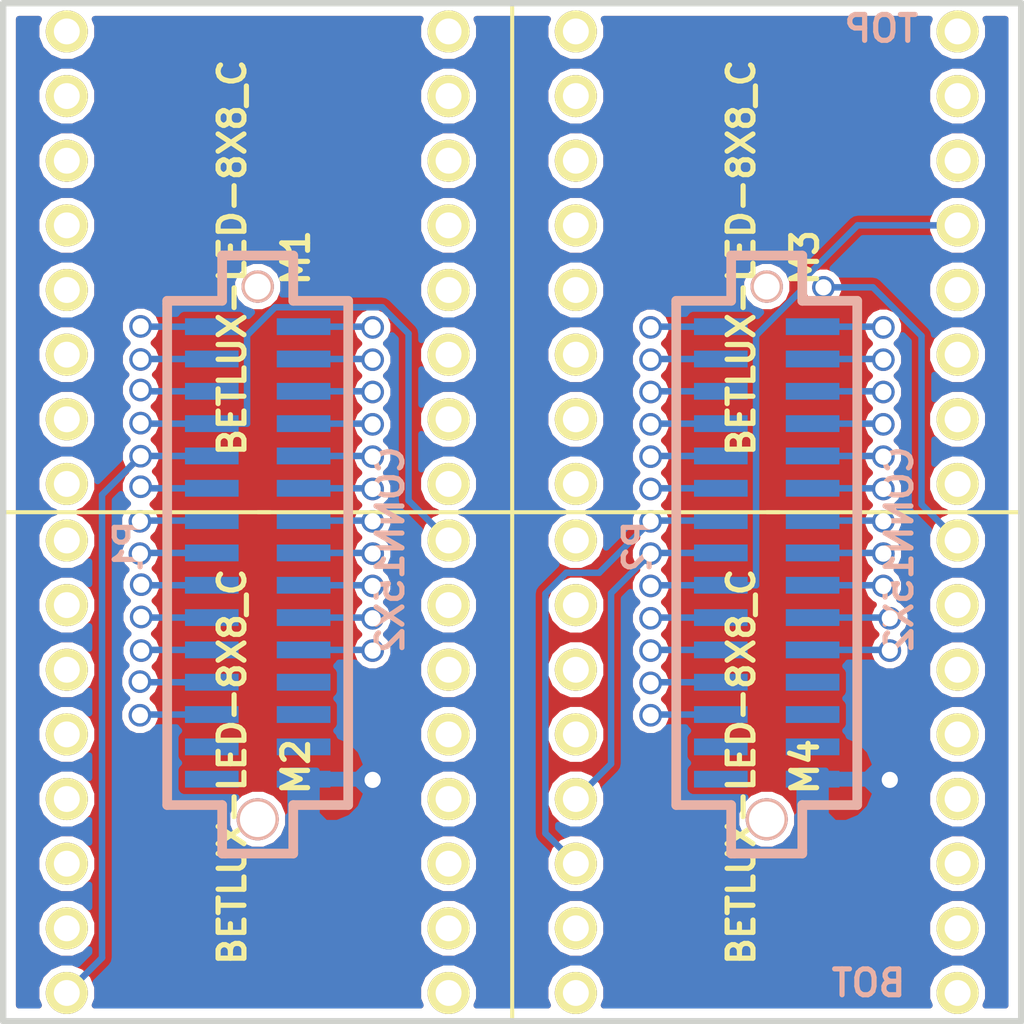
<source format=kicad_pcb>
(kicad_pcb (version 3) (host pcbnew "(2013-mar-13)-testing")

  (general
    (links 65)
    (no_connects 0)
    (area 49.670999 49.670999 90.329001 90.329001)
    (thickness 1.6)
    (drawings 6)
    (tracks 462)
    (zones 0)
    (modules 6)
    (nets 60)
  )

  (page A4)
  (layers
    (15 F.Cu power)
    (2 Inner2.Cu signal)
    (1 Inner1.Cu signal)
    (0 B.Cu signal)
    (16 B.Adhes user)
    (17 F.Adhes user)
    (18 B.Paste user)
    (19 F.Paste user)
    (20 B.SilkS user)
    (21 F.SilkS user)
    (22 B.Mask user)
    (23 F.Mask user)
    (24 Dwgs.User user)
    (25 Cmts.User user)
    (26 Eco1.User user)
    (27 Eco2.User user)
    (28 Edge.Cuts user)
  )

  (setup
    (last_trace_width 0.254)
    (trace_clearance 0.2032)
    (zone_clearance 0.254)
    (zone_45_only no)
    (trace_min 0.254)
    (segment_width 0.2)
    (edge_width 0.25)
    (via_size 0.889)
    (via_drill 0.635)
    (via_min_size 0.889)
    (via_min_drill 0.508)
    (uvia_size 0.508)
    (uvia_drill 0.127)
    (uvias_allowed no)
    (uvia_min_size 0.508)
    (uvia_min_drill 0.127)
    (pcb_text_width 0.2032)
    (pcb_text_size 1.016 1.016)
    (mod_edge_width 0.2)
    (mod_text_size 1.5 1.5)
    (mod_text_width 0.15)
    (pad_size 1.651 1.651)
    (pad_drill 1.016)
    (pad_to_mask_clearance 0.2)
    (aux_axis_origin 0 0)
    (visible_elements FFFFFF7F)
    (pcbplotparams
      (layerselection 3178497)
      (usegerberextensions true)
      (excludeedgelayer true)
      (linewidth 0.150000)
      (plotframeref false)
      (viasonmask false)
      (mode 1)
      (useauxorigin false)
      (hpglpennumber 1)
      (hpglpenspeed 20)
      (hpglpendiameter 15)
      (hpglpenoverlay 2)
      (psnegative false)
      (psa4output false)
      (plotreference true)
      (plotvalue true)
      (plotothertext true)
      (plotinvisibletext false)
      (padsonsilk false)
      (subtractmaskfromsilk false)
      (outputformat 1)
      (mirror false)
      (drillshape 1)
      (scaleselection 1)
      (outputdirectory ""))
  )

  (net 0 "")
  (net 1 /COL_A1)
  (net 2 /COL_A10)
  (net 3 /COL_A11)
  (net 4 /COL_A12)
  (net 5 /COL_A13)
  (net 6 /COL_A14)
  (net 7 /COL_A15)
  (net 8 /COL_A16)
  (net 9 /COL_A2)
  (net 10 /COL_A3)
  (net 11 /COL_A4)
  (net 12 /COL_A5)
  (net 13 /COL_A6)
  (net 14 /COL_A7)
  (net 15 /COL_A8)
  (net 16 /COL_A9)
  (net 17 /COL_B1)
  (net 18 /COL_B10)
  (net 19 /COL_B11)
  (net 20 /COL_B12)
  (net 21 /COL_B13)
  (net 22 /COL_B14)
  (net 23 /COL_B15)
  (net 24 /COL_B16)
  (net 25 /COL_B2)
  (net 26 /COL_B3)
  (net 27 /COL_B4)
  (net 28 /COL_B5)
  (net 29 /COL_B6)
  (net 30 /COL_B7)
  (net 31 /COL_B8)
  (net 32 /COL_B9)
  (net 33 /ROW_A1)
  (net 34 /ROW_A2)
  (net 35 /ROW_A3)
  (net 36 /ROW_A4)
  (net 37 /ROW_A5)
  (net 38 /ROW_A6)
  (net 39 /ROW_A7)
  (net 40 /ROW_A8)
  (net 41 /ROW_B1)
  (net 42 /ROW_B2)
  (net 43 /ROW_B3)
  (net 44 /ROW_B4)
  (net 45 /ROW_B5)
  (net 46 /ROW_B6)
  (net 47 /ROW_B7)
  (net 48 /ROW_B8)
  (net 49 GND)
  (net 50 N-0000022)
  (net 51 N-0000023)
  (net 52 N-0000024)
  (net 53 N-0000026)
  (net 54 N-0000027)
  (net 55 N-0000029)
  (net 56 N-0000031)
  (net 57 N-0000035)
  (net 58 N-0000036)
  (net 59 N-0000037)

  (net_class Default "This is the default net class."
    (clearance 0.2032)
    (trace_width 0.254)
    (via_dia 0.889)
    (via_drill 0.635)
    (uvia_dia 0.508)
    (uvia_drill 0.127)
    (add_net "")
    (add_net /COL_A1)
    (add_net /COL_A10)
    (add_net /COL_A11)
    (add_net /COL_A12)
    (add_net /COL_A13)
    (add_net /COL_A14)
    (add_net /COL_A15)
    (add_net /COL_A16)
    (add_net /COL_A2)
    (add_net /COL_A3)
    (add_net /COL_A4)
    (add_net /COL_A5)
    (add_net /COL_A6)
    (add_net /COL_A7)
    (add_net /COL_A8)
    (add_net /COL_A9)
    (add_net /COL_B1)
    (add_net /COL_B10)
    (add_net /COL_B11)
    (add_net /COL_B12)
    (add_net /COL_B13)
    (add_net /COL_B14)
    (add_net /COL_B15)
    (add_net /COL_B16)
    (add_net /COL_B2)
    (add_net /COL_B3)
    (add_net /COL_B4)
    (add_net /COL_B5)
    (add_net /COL_B6)
    (add_net /COL_B7)
    (add_net /COL_B8)
    (add_net /COL_B9)
    (add_net /ROW_A1)
    (add_net /ROW_A2)
    (add_net /ROW_A3)
    (add_net /ROW_A4)
    (add_net /ROW_A5)
    (add_net /ROW_A6)
    (add_net /ROW_A7)
    (add_net /ROW_A8)
    (add_net /ROW_B1)
    (add_net /ROW_B2)
    (add_net /ROW_B3)
    (add_net /ROW_B4)
    (add_net /ROW_B5)
    (add_net /ROW_B6)
    (add_net /ROW_B7)
    (add_net /ROW_B8)
    (add_net GND)
    (add_net N-0000022)
    (add_net N-0000023)
    (add_net N-0000024)
    (add_net N-0000026)
    (add_net N-0000027)
    (add_net N-0000029)
    (add_net N-0000031)
    (add_net N-0000035)
    (add_net N-0000036)
    (add_net N-0000037)
  )

  (module LED_MATRIX_20MM_8x8 (layer F.Cu) (tedit 52003DF1) (tstamp 520BFF05)
    (at 60 60)
    (path /52004052)
    (fp_text reference M1 (at 1.5 0 90) (layer F.SilkS)
      (effects (font (size 1.016 1.016) (thickness 0.2032)))
    )
    (fp_text value BETLUX-LED-8X8_C (at -1 0 90) (layer F.SilkS)
      (effects (font (size 1.016 1.016) (thickness 0.2032)))
    )
    (fp_line (start 0 -10) (end 10 -10) (layer F.SilkS) (width 0.15))
    (fp_line (start 10 -10) (end 10 10) (layer F.SilkS) (width 0.15))
    (fp_line (start 10 10) (end -10 10) (layer F.SilkS) (width 0.15))
    (fp_line (start -10 10) (end -10 -10) (layer F.SilkS) (width 0.15))
    (fp_line (start -10 -10) (end 0.5 -10) (layer F.SilkS) (width 0.15))
    (pad 1 thru_hole circle (at -7.5 -8.89) (size 1.651 1.651) (drill 1.016)
      (layers *.Cu *.Mask F.SilkS)
      (net 33 /ROW_A1)
    )
    (pad 2 thru_hole circle (at -7.5 -6.35) (size 1.651 1.651) (drill 1.016)
      (layers *.Cu *.Mask F.SilkS)
      (net 34 /ROW_A2)
    )
    (pad 3 thru_hole circle (at -7.5 -3.81) (size 1.651 1.651) (drill 1.016)
      (layers *.Cu *.Mask F.SilkS)
      (net 35 /ROW_A3)
    )
    (pad 4 thru_hole circle (at -7.5 -1.27) (size 1.651 1.651) (drill 1.016)
      (layers *.Cu *.Mask F.SilkS)
      (net 36 /ROW_A4)
    )
    (pad 5 thru_hole circle (at -7.5 1.27) (size 1.651 1.651) (drill 1.016)
      (layers *.Cu *.Mask F.SilkS)
      (net 1 /COL_A1)
    )
    (pad 6 thru_hole circle (at -7.5 3.81) (size 1.651 1.651) (drill 1.016)
      (layers *.Cu *.Mask F.SilkS)
      (net 9 /COL_A2)
    )
    (pad 7 thru_hole circle (at -7.5 6.35) (size 1.651 1.651) (drill 1.016)
      (layers *.Cu *.Mask F.SilkS)
      (net 10 /COL_A3)
    )
    (pad 8 thru_hole circle (at -7.5 8.89) (size 1.651 1.651) (drill 1.016)
      (layers *.Cu *.Mask F.SilkS)
      (net 11 /COL_A4)
    )
    (pad 9 thru_hole circle (at 7.5 8.89) (size 1.651 1.651) (drill 1.016)
      (layers *.Cu *.Mask F.SilkS)
      (net 40 /ROW_A8)
    )
    (pad 10 thru_hole circle (at 7.5 6.35) (size 1.651 1.651) (drill 1.016)
      (layers *.Cu *.Mask F.SilkS)
      (net 39 /ROW_A7)
    )
    (pad 11 thru_hole circle (at 7.5 3.81) (size 1.651 1.651) (drill 1.016)
      (layers *.Cu *.Mask F.SilkS)
      (net 38 /ROW_A6)
    )
    (pad 12 thru_hole circle (at 7.5 1.27) (size 1.651 1.651) (drill 1.016)
      (layers *.Cu *.Mask F.SilkS)
      (net 37 /ROW_A5)
    )
    (pad 13 thru_hole circle (at 7.5 -1.27) (size 1.651 1.651) (drill 1.016)
      (layers *.Cu *.Mask F.SilkS)
      (net 15 /COL_A8)
    )
    (pad 14 thru_hole circle (at 7.5 -3.81) (size 1.651 1.651) (drill 1.016)
      (layers *.Cu *.Mask F.SilkS)
      (net 14 /COL_A7)
    )
    (pad 15 thru_hole circle (at 7.5 -6.35) (size 1.651 1.651) (drill 1.016)
      (layers *.Cu *.Mask F.SilkS)
      (net 13 /COL_A6)
    )
    (pad 16 thru_hole circle (at 7.5 -8.89) (size 1.651 1.651) (drill 1.016)
      (layers *.Cu *.Mask F.SilkS)
      (net 12 /COL_A5)
    )
  )

  (module LED_MATRIX_20MM_8x8 (layer F.Cu) (tedit 52003DF1) (tstamp 520BFED1)
    (at 60 80)
    (path /52004061)
    (fp_text reference M2 (at 1.5 0 90) (layer F.SilkS)
      (effects (font (size 1.016 1.016) (thickness 0.2032)))
    )
    (fp_text value BETLUX-LED-8X8_C (at -1 0 90) (layer F.SilkS)
      (effects (font (size 1.016 1.016) (thickness 0.2032)))
    )
    (fp_line (start 0 -10) (end 10 -10) (layer F.SilkS) (width 0.15))
    (fp_line (start 10 -10) (end 10 10) (layer F.SilkS) (width 0.15))
    (fp_line (start 10 10) (end -10 10) (layer F.SilkS) (width 0.15))
    (fp_line (start -10 10) (end -10 -10) (layer F.SilkS) (width 0.15))
    (fp_line (start -10 -10) (end 0.5 -10) (layer F.SilkS) (width 0.15))
    (pad 1 thru_hole circle (at -7.5 -8.89) (size 1.651 1.651) (drill 1.016)
      (layers *.Cu *.Mask F.SilkS)
      (net 33 /ROW_A1)
    )
    (pad 2 thru_hole circle (at -7.5 -6.35) (size 1.651 1.651) (drill 1.016)
      (layers *.Cu *.Mask F.SilkS)
      (net 34 /ROW_A2)
    )
    (pad 3 thru_hole circle (at -7.5 -3.81) (size 1.651 1.651) (drill 1.016)
      (layers *.Cu *.Mask F.SilkS)
      (net 35 /ROW_A3)
    )
    (pad 4 thru_hole circle (at -7.5 -1.27) (size 1.651 1.651) (drill 1.016)
      (layers *.Cu *.Mask F.SilkS)
      (net 36 /ROW_A4)
    )
    (pad 5 thru_hole circle (at -7.5 1.27) (size 1.651 1.651) (drill 1.016)
      (layers *.Cu *.Mask F.SilkS)
      (net 16 /COL_A9)
    )
    (pad 6 thru_hole circle (at -7.5 3.81) (size 1.651 1.651) (drill 1.016)
      (layers *.Cu *.Mask F.SilkS)
      (net 2 /COL_A10)
    )
    (pad 7 thru_hole circle (at -7.5 6.35) (size 1.651 1.651) (drill 1.016)
      (layers *.Cu *.Mask F.SilkS)
      (net 3 /COL_A11)
    )
    (pad 8 thru_hole circle (at -7.5 8.89) (size 1.651 1.651) (drill 1.016)
      (layers *.Cu *.Mask F.SilkS)
      (net 4 /COL_A12)
    )
    (pad 9 thru_hole circle (at 7.5 8.89) (size 1.651 1.651) (drill 1.016)
      (layers *.Cu *.Mask F.SilkS)
      (net 40 /ROW_A8)
    )
    (pad 10 thru_hole circle (at 7.5 6.35) (size 1.651 1.651) (drill 1.016)
      (layers *.Cu *.Mask F.SilkS)
      (net 39 /ROW_A7)
    )
    (pad 11 thru_hole circle (at 7.5 3.81) (size 1.651 1.651) (drill 1.016)
      (layers *.Cu *.Mask F.SilkS)
      (net 38 /ROW_A6)
    )
    (pad 12 thru_hole circle (at 7.5 1.27) (size 1.651 1.651) (drill 1.016)
      (layers *.Cu *.Mask F.SilkS)
      (net 37 /ROW_A5)
    )
    (pad 13 thru_hole circle (at 7.5 -1.27) (size 1.651 1.651) (drill 1.016)
      (layers *.Cu *.Mask F.SilkS)
      (net 8 /COL_A16)
    )
    (pad 14 thru_hole circle (at 7.5 -3.81) (size 1.651 1.651) (drill 1.016)
      (layers *.Cu *.Mask F.SilkS)
      (net 7 /COL_A15)
    )
    (pad 15 thru_hole circle (at 7.5 -6.35) (size 1.651 1.651) (drill 1.016)
      (layers *.Cu *.Mask F.SilkS)
      (net 6 /COL_A14)
    )
    (pad 16 thru_hole circle (at 7.5 -8.89) (size 1.651 1.651) (drill 1.016)
      (layers *.Cu *.Mask F.SilkS)
      (net 5 /COL_A13)
    )
  )

  (module LED_MATRIX_20MM_8x8 (layer F.Cu) (tedit 52003DF1) (tstamp 520047A3)
    (at 80 60)
    (path /52004070)
    (fp_text reference M3 (at 1.5 0 90) (layer F.SilkS)
      (effects (font (size 1.016 1.016) (thickness 0.2032)))
    )
    (fp_text value BETLUX-LED-8X8_C (at -1 0 90) (layer F.SilkS)
      (effects (font (size 1.016 1.016) (thickness 0.2032)))
    )
    (fp_line (start 0 -10) (end 10 -10) (layer F.SilkS) (width 0.15))
    (fp_line (start 10 -10) (end 10 10) (layer F.SilkS) (width 0.15))
    (fp_line (start 10 10) (end -10 10) (layer F.SilkS) (width 0.15))
    (fp_line (start -10 10) (end -10 -10) (layer F.SilkS) (width 0.15))
    (fp_line (start -10 -10) (end 0.5 -10) (layer F.SilkS) (width 0.15))
    (pad 1 thru_hole circle (at -7.5 -8.89) (size 1.651 1.651) (drill 1.016)
      (layers *.Cu *.Mask F.SilkS)
      (net 41 /ROW_B1)
    )
    (pad 2 thru_hole circle (at -7.5 -6.35) (size 1.651 1.651) (drill 1.016)
      (layers *.Cu *.Mask F.SilkS)
      (net 42 /ROW_B2)
    )
    (pad 3 thru_hole circle (at -7.5 -3.81) (size 1.651 1.651) (drill 1.016)
      (layers *.Cu *.Mask F.SilkS)
      (net 43 /ROW_B3)
    )
    (pad 4 thru_hole circle (at -7.5 -1.27) (size 1.651 1.651) (drill 1.016)
      (layers *.Cu *.Mask F.SilkS)
      (net 44 /ROW_B4)
    )
    (pad 5 thru_hole circle (at -7.5 1.27) (size 1.651 1.651) (drill 1.016)
      (layers *.Cu *.Mask F.SilkS)
      (net 17 /COL_B1)
    )
    (pad 6 thru_hole circle (at -7.5 3.81) (size 1.651 1.651) (drill 1.016)
      (layers *.Cu *.Mask F.SilkS)
      (net 25 /COL_B2)
    )
    (pad 7 thru_hole circle (at -7.5 6.35) (size 1.651 1.651) (drill 1.016)
      (layers *.Cu *.Mask F.SilkS)
      (net 26 /COL_B3)
    )
    (pad 8 thru_hole circle (at -7.5 8.89) (size 1.651 1.651) (drill 1.016)
      (layers *.Cu *.Mask F.SilkS)
      (net 27 /COL_B4)
    )
    (pad 9 thru_hole circle (at 7.5 8.89) (size 1.651 1.651) (drill 1.016)
      (layers *.Cu *.Mask F.SilkS)
      (net 48 /ROW_B8)
    )
    (pad 10 thru_hole circle (at 7.5 6.35) (size 1.651 1.651) (drill 1.016)
      (layers *.Cu *.Mask F.SilkS)
      (net 47 /ROW_B7)
    )
    (pad 11 thru_hole circle (at 7.5 3.81) (size 1.651 1.651) (drill 1.016)
      (layers *.Cu *.Mask F.SilkS)
      (net 46 /ROW_B6)
    )
    (pad 12 thru_hole circle (at 7.5 1.27) (size 1.651 1.651) (drill 1.016)
      (layers *.Cu *.Mask F.SilkS)
      (net 45 /ROW_B5)
    )
    (pad 13 thru_hole circle (at 7.5 -1.27) (size 1.651 1.651) (drill 1.016)
      (layers *.Cu *.Mask F.SilkS)
      (net 31 /COL_B8)
    )
    (pad 14 thru_hole circle (at 7.5 -3.81) (size 1.651 1.651) (drill 1.016)
      (layers *.Cu *.Mask F.SilkS)
      (net 30 /COL_B7)
    )
    (pad 15 thru_hole circle (at 7.5 -6.35) (size 1.651 1.651) (drill 1.016)
      (layers *.Cu *.Mask F.SilkS)
      (net 29 /COL_B6)
    )
    (pad 16 thru_hole circle (at 7.5 -8.89) (size 1.651 1.651) (drill 1.016)
      (layers *.Cu *.Mask F.SilkS)
      (net 28 /COL_B5)
    )
  )

  (module LED_MATRIX_20MM_8x8 (layer F.Cu) (tedit 52003DF1) (tstamp 520047BC)
    (at 80 80)
    (path /5200407F)
    (fp_text reference M4 (at 1.5 0 90) (layer F.SilkS)
      (effects (font (size 1.016 1.016) (thickness 0.2032)))
    )
    (fp_text value BETLUX-LED-8X8_C (at -1 0 90) (layer F.SilkS)
      (effects (font (size 1.016 1.016) (thickness 0.2032)))
    )
    (fp_line (start 0 -10) (end 10 -10) (layer F.SilkS) (width 0.15))
    (fp_line (start 10 -10) (end 10 10) (layer F.SilkS) (width 0.15))
    (fp_line (start 10 10) (end -10 10) (layer F.SilkS) (width 0.15))
    (fp_line (start -10 10) (end -10 -10) (layer F.SilkS) (width 0.15))
    (fp_line (start -10 -10) (end 0.5 -10) (layer F.SilkS) (width 0.15))
    (pad 1 thru_hole circle (at -7.5 -8.89) (size 1.651 1.651) (drill 1.016)
      (layers *.Cu *.Mask F.SilkS)
      (net 41 /ROW_B1)
    )
    (pad 2 thru_hole circle (at -7.5 -6.35) (size 1.651 1.651) (drill 1.016)
      (layers *.Cu *.Mask F.SilkS)
      (net 42 /ROW_B2)
    )
    (pad 3 thru_hole circle (at -7.5 -3.81) (size 1.651 1.651) (drill 1.016)
      (layers *.Cu *.Mask F.SilkS)
      (net 43 /ROW_B3)
    )
    (pad 4 thru_hole circle (at -7.5 -1.27) (size 1.651 1.651) (drill 1.016)
      (layers *.Cu *.Mask F.SilkS)
      (net 44 /ROW_B4)
    )
    (pad 5 thru_hole circle (at -7.5 1.27) (size 1.651 1.651) (drill 1.016)
      (layers *.Cu *.Mask F.SilkS)
      (net 32 /COL_B9)
    )
    (pad 6 thru_hole circle (at -7.5 3.81) (size 1.651 1.651) (drill 1.016)
      (layers *.Cu *.Mask F.SilkS)
      (net 18 /COL_B10)
    )
    (pad 7 thru_hole circle (at -7.5 6.35) (size 1.651 1.651) (drill 1.016)
      (layers *.Cu *.Mask F.SilkS)
      (net 19 /COL_B11)
    )
    (pad 8 thru_hole circle (at -7.5 8.89) (size 1.651 1.651) (drill 1.016)
      (layers *.Cu *.Mask F.SilkS)
      (net 20 /COL_B12)
    )
    (pad 9 thru_hole circle (at 7.5 8.89) (size 1.651 1.651) (drill 1.016)
      (layers *.Cu *.Mask F.SilkS)
      (net 48 /ROW_B8)
    )
    (pad 10 thru_hole circle (at 7.5 6.35) (size 1.651 1.651) (drill 1.016)
      (layers *.Cu *.Mask F.SilkS)
      (net 47 /ROW_B7)
    )
    (pad 11 thru_hole circle (at 7.5 3.81) (size 1.651 1.651) (drill 1.016)
      (layers *.Cu *.Mask F.SilkS)
      (net 46 /ROW_B6)
    )
    (pad 12 thru_hole circle (at 7.5 1.27) (size 1.651 1.651) (drill 1.016)
      (layers *.Cu *.Mask F.SilkS)
      (net 45 /ROW_B5)
    )
    (pad 13 thru_hole circle (at 7.5 -1.27) (size 1.651 1.651) (drill 1.016)
      (layers *.Cu *.Mask F.SilkS)
      (net 24 /COL_B16)
    )
    (pad 14 thru_hole circle (at 7.5 -3.81) (size 1.651 1.651) (drill 1.016)
      (layers *.Cu *.Mask F.SilkS)
      (net 23 /COL_B15)
    )
    (pad 15 thru_hole circle (at 7.5 -6.35) (size 1.651 1.651) (drill 1.016)
      (layers *.Cu *.Mask F.SilkS)
      (net 22 /COL_B14)
    )
    (pad 16 thru_hole circle (at 7.5 -8.89) (size 1.651 1.651) (drill 1.016)
      (layers *.Cu *.Mask F.SilkS)
      (net 21 /COL_B13)
    )
  )

  (module SMD_PIN_ARRAY_F_0P5IN_15X2 (layer B.Cu) (tedit 520B2BBC) (tstamp 520BF9EB)
    (at 60 71.6 180)
    (path /520BF30D)
    (fp_text reference P1 (at 5.08 0.254 450) (layer B.SilkS)
      (effects (font (size 1.016 1.016) (thickness 0.2032)) (justify mirror))
    )
    (fp_text value CONN15X2 (at -5.207 0.127 450) (layer B.SilkS)
      (effects (font (size 1.016 1.016) (thickness 0.2032)) (justify mirror))
    )
    (fp_line (start 1.397 -9.906) (end 3.556 -9.906) (layer B.SilkS) (width 0.381))
    (fp_line (start -3.556 -9.906) (end -1.397 -9.906) (layer B.SilkS) (width 0.381))
    (fp_line (start -1.397 -9.906) (end -1.397 -11.684) (layer B.SilkS) (width 0.381))
    (fp_line (start -1.397 -11.684) (end -1.397 -11.811) (layer B.SilkS) (width 0.381))
    (fp_line (start -1.397 -11.811) (end 1.27 -11.811) (layer B.SilkS) (width 0.381))
    (fp_line (start 1.27 -11.811) (end 1.397 -11.811) (layer B.SilkS) (width 0.381))
    (fp_line (start 1.397 -11.811) (end 1.397 -9.906) (layer B.SilkS) (width 0.381))
    (fp_line (start 1.397 9.906) (end 3.556 9.906) (layer B.SilkS) (width 0.381))
    (fp_line (start 1.27 11.684) (end 1.397 11.684) (layer B.SilkS) (width 0.381))
    (fp_line (start 1.397 11.684) (end 1.397 9.906) (layer B.SilkS) (width 0.381))
    (fp_line (start 1.143 11.684) (end 1.27 11.684) (layer B.SilkS) (width 0.381))
    (fp_line (start -1.397 9.906) (end -1.397 11.557) (layer B.SilkS) (width 0.381))
    (fp_line (start -1.397 11.557) (end -1.397 11.684) (layer B.SilkS) (width 0.381))
    (fp_line (start -1.397 11.684) (end 1.143 11.684) (layer B.SilkS) (width 0.381))
    (fp_line (start -3.556 9.906) (end -1.397 9.906) (layer B.SilkS) (width 0.381))
    (fp_line (start 3.556 -9.906) (end 3.556 9.779) (layer B.SilkS) (width 0.381))
    (fp_line (start 3.556 9.779) (end 3.556 9.906) (layer B.SilkS) (width 0.381))
    (fp_line (start -3.556 9.906) (end -3.556 -9.779) (layer B.SilkS) (width 0.381))
    (fp_line (start -3.556 -9.779) (end -3.556 -9.906) (layer B.SilkS) (width 0.381))
    (pad 2 smd rect (at -1.8034 8.89 180) (size 2.1082 0.6604)
      (layers B.Cu B.Paste B.Mask)
      (net 33 /ROW_A1)
    )
    (pad 1 smd rect (at 1.8034 8.89 180) (size 2.1082 0.6604)
      (layers B.Cu B.Paste B.Mask)
      (net 8 /COL_A16)
    )
    (pad 4 smd rect (at -1.8034 7.62 180) (size 2.1082 0.6604)
      (layers B.Cu B.Paste B.Mask)
      (net 34 /ROW_A2)
    )
    (pad 3 smd rect (at 1.8034 7.62 180) (size 2.1082 0.6604)
      (layers B.Cu B.Paste B.Mask)
      (net 7 /COL_A15)
    )
    (pad 6 smd rect (at -1.8034 6.35 180) (size 2.1082 0.6604)
      (layers B.Cu B.Paste B.Mask)
      (net 35 /ROW_A3)
    )
    (pad 5 smd rect (at 1.8034 6.35 180) (size 2.1082 0.6604)
      (layers B.Cu B.Paste B.Mask)
      (net 6 /COL_A14)
    )
    (pad 8 smd rect (at -1.8034 5.08 180) (size 2.1082 0.6604)
      (layers B.Cu B.Paste B.Mask)
      (net 36 /ROW_A4)
    )
    (pad 7 smd rect (at 1.8034 5.08 180) (size 2.1082 0.6604)
      (layers B.Cu B.Paste B.Mask)
      (net 5 /COL_A13)
    )
    (pad 10 smd rect (at -1.8034 3.81 180) (size 2.1082 0.6604)
      (layers B.Cu B.Paste B.Mask)
      (net 37 /ROW_A5)
    )
    (pad 9 smd rect (at 1.8034 3.81 180) (size 2.1082 0.6604)
      (layers B.Cu B.Paste B.Mask)
      (net 4 /COL_A12)
    )
    (pad 12 smd rect (at -1.8034 2.54 180) (size 2.1082 0.6604)
      (layers B.Cu B.Paste B.Mask)
      (net 38 /ROW_A6)
    )
    (pad 11 smd rect (at 1.8034 2.54 180) (size 2.1082 0.6604)
      (layers B.Cu B.Paste B.Mask)
      (net 3 /COL_A11)
    )
    (pad 14 smd rect (at -1.8034 1.27 180) (size 2.1082 0.6604)
      (layers B.Cu B.Paste B.Mask)
      (net 39 /ROW_A7)
    )
    (pad 13 smd rect (at 1.8034 1.27 180) (size 2.1082 0.6604)
      (layers B.Cu B.Paste B.Mask)
      (net 2 /COL_A10)
    )
    (pad 16 smd rect (at -1.8034 0 180) (size 2.1082 0.6604)
      (layers B.Cu B.Paste B.Mask)
      (net 40 /ROW_A8)
    )
    (pad 15 smd rect (at 1.8034 0 180) (size 2.1082 0.6604)
      (layers B.Cu B.Paste B.Mask)
      (net 16 /COL_A9)
    )
    (pad 18 smd rect (at -1.8034 -1.27 180) (size 2.1082 0.6604)
      (layers B.Cu B.Paste B.Mask)
      (net 1 /COL_A1)
    )
    (pad 17 smd rect (at 1.8034 -1.27 180) (size 2.1082 0.6604)
      (layers B.Cu B.Paste B.Mask)
      (net 15 /COL_A8)
    )
    (pad 20 smd rect (at -1.8034 -2.54 180) (size 2.1082 0.6604)
      (layers B.Cu B.Paste B.Mask)
      (net 9 /COL_A2)
    )
    (pad 19 smd rect (at 1.8034 -2.54 180) (size 2.1082 0.6604)
      (layers B.Cu B.Paste B.Mask)
      (net 14 /COL_A7)
    )
    (pad 22 smd rect (at -1.8034 -3.81 180) (size 2.1082 0.6604)
      (layers B.Cu B.Paste B.Mask)
      (net 10 /COL_A3)
    )
    (pad 21 smd rect (at 1.8034 -3.81 180) (size 2.1082 0.6604)
      (layers B.Cu B.Paste B.Mask)
      (net 13 /COL_A6)
    )
    (pad 24 smd rect (at -1.8034 -5.08 180) (size 2.1082 0.6604)
      (layers B.Cu B.Paste B.Mask)
      (net 57 N-0000035)
    )
    (pad 23 smd rect (at 1.8034 -5.08 180) (size 2.1082 0.6604)
      (layers B.Cu B.Paste B.Mask)
      (net 12 /COL_A5)
    )
    (pad 26 smd rect (at -1.8034 -6.35 180) (size 2.1082 0.6604)
      (layers B.Cu B.Paste B.Mask)
      (net 58 N-0000036)
    )
    (pad 25 smd rect (at 1.8034 -6.35 180) (size 2.1082 0.6604)
      (layers B.Cu B.Paste B.Mask)
      (net 11 /COL_A4)
    )
    (pad 28 smd rect (at -1.8034 -7.62 180) (size 2.1082 0.6604)
      (layers B.Cu B.Paste B.Mask)
      (net 59 N-0000037)
    )
    (pad 27 smd rect (at 1.8034 -7.62 180) (size 2.1082 0.6604)
      (layers B.Cu B.Paste B.Mask)
      (net 51 N-0000023)
    )
    (pad 30 smd rect (at -1.8034 -8.89 180) (size 2.1082 0.6604)
      (layers B.Cu B.Paste B.Mask)
      (net 49 GND)
    )
    (pad 29 smd rect (at 1.8034 -8.89 180) (size 2.1082 0.6604)
      (layers B.Cu B.Paste B.Mask)
      (net 50 N-0000022)
    )
    (pad "" thru_hole circle (at 0 10.4648 180) (size 1.27 1.27) (drill 1.016)
      (layers *.Cu *.Mask B.SilkS)
    )
    (pad "" thru_hole circle (at 0 -10.4648 180) (size 1.651 1.651) (drill 1.397)
      (layers *.Cu *.Mask B.SilkS)
    )
  )

  (module SMD_PIN_ARRAY_F_0P5IN_15X2 (layer B.Cu) (tedit 520B2BBC) (tstamp 520BFA22)
    (at 80 71.6 180)
    (path /520BF31C)
    (fp_text reference P2 (at 5.08 0.254 450) (layer B.SilkS)
      (effects (font (size 1.016 1.016) (thickness 0.2032)) (justify mirror))
    )
    (fp_text value CONN15X2 (at -5.207 0.127 450) (layer B.SilkS)
      (effects (font (size 1.016 1.016) (thickness 0.2032)) (justify mirror))
    )
    (fp_line (start 1.397 -9.906) (end 3.556 -9.906) (layer B.SilkS) (width 0.381))
    (fp_line (start -3.556 -9.906) (end -1.397 -9.906) (layer B.SilkS) (width 0.381))
    (fp_line (start -1.397 -9.906) (end -1.397 -11.684) (layer B.SilkS) (width 0.381))
    (fp_line (start -1.397 -11.684) (end -1.397 -11.811) (layer B.SilkS) (width 0.381))
    (fp_line (start -1.397 -11.811) (end 1.27 -11.811) (layer B.SilkS) (width 0.381))
    (fp_line (start 1.27 -11.811) (end 1.397 -11.811) (layer B.SilkS) (width 0.381))
    (fp_line (start 1.397 -11.811) (end 1.397 -9.906) (layer B.SilkS) (width 0.381))
    (fp_line (start 1.397 9.906) (end 3.556 9.906) (layer B.SilkS) (width 0.381))
    (fp_line (start 1.27 11.684) (end 1.397 11.684) (layer B.SilkS) (width 0.381))
    (fp_line (start 1.397 11.684) (end 1.397 9.906) (layer B.SilkS) (width 0.381))
    (fp_line (start 1.143 11.684) (end 1.27 11.684) (layer B.SilkS) (width 0.381))
    (fp_line (start -1.397 9.906) (end -1.397 11.557) (layer B.SilkS) (width 0.381))
    (fp_line (start -1.397 11.557) (end -1.397 11.684) (layer B.SilkS) (width 0.381))
    (fp_line (start -1.397 11.684) (end 1.143 11.684) (layer B.SilkS) (width 0.381))
    (fp_line (start -3.556 9.906) (end -1.397 9.906) (layer B.SilkS) (width 0.381))
    (fp_line (start 3.556 -9.906) (end 3.556 9.779) (layer B.SilkS) (width 0.381))
    (fp_line (start 3.556 9.779) (end 3.556 9.906) (layer B.SilkS) (width 0.381))
    (fp_line (start -3.556 9.906) (end -3.556 -9.779) (layer B.SilkS) (width 0.381))
    (fp_line (start -3.556 -9.779) (end -3.556 -9.906) (layer B.SilkS) (width 0.381))
    (pad 2 smd rect (at -1.8034 8.89 180) (size 2.1082 0.6604)
      (layers B.Cu B.Paste B.Mask)
      (net 41 /ROW_B1)
    )
    (pad 1 smd rect (at 1.8034 8.89 180) (size 2.1082 0.6604)
      (layers B.Cu B.Paste B.Mask)
      (net 24 /COL_B16)
    )
    (pad 4 smd rect (at -1.8034 7.62 180) (size 2.1082 0.6604)
      (layers B.Cu B.Paste B.Mask)
      (net 42 /ROW_B2)
    )
    (pad 3 smd rect (at 1.8034 7.62 180) (size 2.1082 0.6604)
      (layers B.Cu B.Paste B.Mask)
      (net 23 /COL_B15)
    )
    (pad 6 smd rect (at -1.8034 6.35 180) (size 2.1082 0.6604)
      (layers B.Cu B.Paste B.Mask)
      (net 43 /ROW_B3)
    )
    (pad 5 smd rect (at 1.8034 6.35 180) (size 2.1082 0.6604)
      (layers B.Cu B.Paste B.Mask)
      (net 22 /COL_B14)
    )
    (pad 8 smd rect (at -1.8034 5.08 180) (size 2.1082 0.6604)
      (layers B.Cu B.Paste B.Mask)
      (net 44 /ROW_B4)
    )
    (pad 7 smd rect (at 1.8034 5.08 180) (size 2.1082 0.6604)
      (layers B.Cu B.Paste B.Mask)
      (net 21 /COL_B13)
    )
    (pad 10 smd rect (at -1.8034 3.81 180) (size 2.1082 0.6604)
      (layers B.Cu B.Paste B.Mask)
      (net 45 /ROW_B5)
    )
    (pad 9 smd rect (at 1.8034 3.81 180) (size 2.1082 0.6604)
      (layers B.Cu B.Paste B.Mask)
      (net 20 /COL_B12)
    )
    (pad 12 smd rect (at -1.8034 2.54 180) (size 2.1082 0.6604)
      (layers B.Cu B.Paste B.Mask)
      (net 46 /ROW_B6)
    )
    (pad 11 smd rect (at 1.8034 2.54 180) (size 2.1082 0.6604)
      (layers B.Cu B.Paste B.Mask)
      (net 19 /COL_B11)
    )
    (pad 14 smd rect (at -1.8034 1.27 180) (size 2.1082 0.6604)
      (layers B.Cu B.Paste B.Mask)
      (net 47 /ROW_B7)
    )
    (pad 13 smd rect (at 1.8034 1.27 180) (size 2.1082 0.6604)
      (layers B.Cu B.Paste B.Mask)
      (net 18 /COL_B10)
    )
    (pad 16 smd rect (at -1.8034 0 180) (size 2.1082 0.6604)
      (layers B.Cu B.Paste B.Mask)
      (net 48 /ROW_B8)
    )
    (pad 15 smd rect (at 1.8034 0 180) (size 2.1082 0.6604)
      (layers B.Cu B.Paste B.Mask)
      (net 32 /COL_B9)
    )
    (pad 18 smd rect (at -1.8034 -1.27 180) (size 2.1082 0.6604)
      (layers B.Cu B.Paste B.Mask)
      (net 17 /COL_B1)
    )
    (pad 17 smd rect (at 1.8034 -1.27 180) (size 2.1082 0.6604)
      (layers B.Cu B.Paste B.Mask)
      (net 31 /COL_B8)
    )
    (pad 20 smd rect (at -1.8034 -2.54 180) (size 2.1082 0.6604)
      (layers B.Cu B.Paste B.Mask)
      (net 25 /COL_B2)
    )
    (pad 19 smd rect (at 1.8034 -2.54 180) (size 2.1082 0.6604)
      (layers B.Cu B.Paste B.Mask)
      (net 30 /COL_B7)
    )
    (pad 22 smd rect (at -1.8034 -3.81 180) (size 2.1082 0.6604)
      (layers B.Cu B.Paste B.Mask)
      (net 26 /COL_B3)
    )
    (pad 21 smd rect (at 1.8034 -3.81 180) (size 2.1082 0.6604)
      (layers B.Cu B.Paste B.Mask)
      (net 29 /COL_B6)
    )
    (pad 24 smd rect (at -1.8034 -5.08 180) (size 2.1082 0.6604)
      (layers B.Cu B.Paste B.Mask)
      (net 56 N-0000031)
    )
    (pad 23 smd rect (at 1.8034 -5.08 180) (size 2.1082 0.6604)
      (layers B.Cu B.Paste B.Mask)
      (net 28 /COL_B5)
    )
    (pad 26 smd rect (at -1.8034 -6.35 180) (size 2.1082 0.6604)
      (layers B.Cu B.Paste B.Mask)
      (net 55 N-0000029)
    )
    (pad 25 smd rect (at 1.8034 -6.35 180) (size 2.1082 0.6604)
      (layers B.Cu B.Paste B.Mask)
      (net 27 /COL_B4)
    )
    (pad 28 smd rect (at -1.8034 -7.62 180) (size 2.1082 0.6604)
      (layers B.Cu B.Paste B.Mask)
      (net 53 N-0000026)
    )
    (pad 27 smd rect (at 1.8034 -7.62 180) (size 2.1082 0.6604)
      (layers B.Cu B.Paste B.Mask)
      (net 54 N-0000027)
    )
    (pad 30 smd rect (at -1.8034 -8.89 180) (size 2.1082 0.6604)
      (layers B.Cu B.Paste B.Mask)
      (net 49 GND)
    )
    (pad 29 smd rect (at 1.8034 -8.89 180) (size 2.1082 0.6604)
      (layers B.Cu B.Paste B.Mask)
      (net 52 N-0000024)
    )
    (pad "" thru_hole circle (at 0 10.4648 180) (size 1.27 1.27) (drill 1.016)
      (layers *.Cu *.Mask B.SilkS)
    )
    (pad "" thru_hole circle (at 0 -10.4648 180) (size 1.651 1.651) (drill 1.397)
      (layers *.Cu *.Mask B.SilkS)
    )
  )

  (gr_text BOT (at 84 88.5) (layer B.SilkS)
    (effects (font (size 1.016 1.016) (thickness 0.2032)) (justify mirror))
  )
  (gr_text TOP (at 84.5 51) (layer B.SilkS)
    (effects (font (size 1.016 1.016) (thickness 0.2032)) (justify mirror))
  )
  (gr_line (start 90 90) (end 90 50) (angle 90) (layer Edge.Cuts) (width 0.25))
  (gr_line (start 50 90) (end 90 90) (angle 90) (layer Edge.Cuts) (width 0.25))
  (gr_line (start 50 50) (end 50 90) (angle 90) (layer Edge.Cuts) (width 0.25))
  (gr_line (start 90 50) (end 50 50) (angle 90) (layer Edge.Cuts) (width 0.25))

  (via (at 64.516 72.898) (size 0.889) (layers F.Cu B.Cu) (net 1))
  (segment (start 64.488 72.87) (end 64.516 72.898) (width 0.254) (layer B.Cu) (net 1))
  (segment (start 61.8034 72.87) (end 64.488 72.87) (width 0.254) (layer B.Cu) (net 1))
  (segment (start 52.8168 60.9532) (end 52.5 61.27) (width 0.254) (layer Inner2.Cu) (net 1))
  (segment (start 56.1038 60.9532) (end 52.8168 60.9532) (width 0.254) (layer Inner2.Cu) (net 1))
  (segment (start 60.0918 64.9412) (end 56.1038 60.9532) (width 0.254) (layer Inner2.Cu) (net 1))
  (segment (start 60.0918 68.4738) (end 60.0918 64.9412) (width 0.254) (layer Inner2.Cu) (net 1))
  (segment (start 64.516 72.898) (end 60.0918 68.4738) (width 0.254) (layer Inner2.Cu) (net 1))
  (via (at 55.372 70.358) (size 0.889) (layers F.Cu B.Cu) (net 2))
  (segment (start 55.4 70.33) (end 55.372 70.358) (width 0.254) (layer B.Cu) (net 2))
  (segment (start 58.1966 70.33) (end 55.4 70.33) (width 0.254) (layer B.Cu) (net 2))
  (segment (start 56.2491 80.0609) (end 52.5 83.81) (width 0.254) (layer Inner2.Cu) (net 2))
  (segment (start 56.2491 71.2351) (end 56.2491 80.0609) (width 0.254) (layer Inner2.Cu) (net 2))
  (segment (start 55.372 70.358) (end 56.2491 71.2351) (width 0.254) (layer Inner2.Cu) (net 2))
  (via (at 55.4 69) (size 0.889) (layers F.Cu B.Cu) (net 3))
  (segment (start 55.46 69.06) (end 55.4 69) (width 0.254) (layer B.Cu) (net 3))
  (segment (start 58.1966 69.06) (end 55.46 69.06) (width 0.254) (layer B.Cu) (net 3))
  (segment (start 56.7067 70.3067) (end 55.4 69) (width 0.254) (layer Inner2.Cu) (net 3))
  (segment (start 56.7067 82.1433) (end 56.7067 70.3067) (width 0.254) (layer Inner2.Cu) (net 3))
  (segment (start 52.5 86.35) (end 56.7067 82.1433) (width 0.254) (layer Inner2.Cu) (net 3))
  (via (at 55.4 67.8) (size 0.889) (layers F.Cu B.Cu) (net 4))
  (segment (start 55.41 67.79) (end 55.4 67.8) (width 0.254) (layer B.Cu) (net 4))
  (segment (start 58.1966 67.79) (end 55.41 67.79) (width 0.254) (layer B.Cu) (net 4))
  (segment (start 53.8839 87.5061) (end 52.5 88.89) (width 0.254) (layer B.Cu) (net 4))
  (segment (start 53.884 87.5061) (end 53.8839 87.5061) (width 0.254) (layer B.Cu) (net 4))
  (segment (start 53.884 69.316) (end 53.884 87.5061) (width 0.254) (layer B.Cu) (net 4))
  (segment (start 55.4 67.8) (end 53.884 69.316) (width 0.254) (layer B.Cu) (net 4))
  (via (at 55.4 66.5) (size 0.889) (layers F.Cu B.Cu) (net 5))
  (segment (start 55.42 66.52) (end 55.4 66.5) (width 0.254) (layer B.Cu) (net 5))
  (segment (start 58.1966 66.52) (end 55.42 66.52) (width 0.254) (layer B.Cu) (net 5))
  (segment (start 58.1966 66.52) (end 59.5812 66.52) (width 0.254) (layer B.Cu) (net 5))
  (segment (start 65.9267 69.5367) (end 67.5 71.11) (width 0.254) (layer B.Cu) (net 5))
  (segment (start 65.9266 69.5367) (end 65.9267 69.5367) (width 0.254) (layer B.Cu) (net 5))
  (segment (start 65.9266 62.982) (end 65.9266 69.5367) (width 0.254) (layer B.Cu) (net 5))
  (segment (start 64.8926 61.948) (end 65.9266 62.982) (width 0.254) (layer B.Cu) (net 5))
  (segment (start 60.6832 61.948) (end 64.8926 61.948) (width 0.254) (layer B.Cu) (net 5))
  (segment (start 59.5812 63.05) (end 60.6832 61.948) (width 0.254) (layer B.Cu) (net 5))
  (segment (start 59.5812 66.52) (end 59.5812 63.05) (width 0.254) (layer B.Cu) (net 5))
  (via (at 55.4 65.2) (size 0.889) (layers F.Cu B.Cu) (net 6))
  (segment (start 55.45 65.25) (end 55.4 65.2) (width 0.254) (layer B.Cu) (net 6))
  (segment (start 58.1966 65.25) (end 55.45 65.25) (width 0.254) (layer B.Cu) (net 6))
  (segment (start 69.1245 75.2745) (end 67.5 73.65) (width 0.254) (layer Inner2.Cu) (net 6))
  (segment (start 69.1245 78.7495) (end 69.1245 75.2745) (width 0.254) (layer Inner2.Cu) (net 6))
  (segment (start 67.9628 79.9112) (end 69.1245 78.7495) (width 0.254) (layer Inner2.Cu) (net 6))
  (segment (start 66.5291 79.9112) (end 67.9628 79.9112) (width 0.254) (layer Inner2.Cu) (net 6))
  (segment (start 61.0877 74.4698) (end 66.5291 79.9112) (width 0.254) (layer Inner2.Cu) (net 6))
  (segment (start 61.0877 73.8228) (end 61.0877 74.4698) (width 0.254) (layer Inner2.Cu) (net 6))
  (segment (start 56.1751 68.9102) (end 61.0877 73.8228) (width 0.254) (layer Inner2.Cu) (net 6))
  (segment (start 56.1751 65.9751) (end 56.1751 68.9102) (width 0.254) (layer Inner2.Cu) (net 6))
  (segment (start 55.4 65.2) (end 56.1751 65.9751) (width 0.254) (layer Inner2.Cu) (net 6))
  (via (at 55.4 64) (size 0.889) (layers F.Cu B.Cu) (net 7))
  (segment (start 55.42 63.98) (end 55.4 64) (width 0.254) (layer B.Cu) (net 7))
  (segment (start 58.1966 63.98) (end 55.42 63.98) (width 0.254) (layer B.Cu) (net 7))
  (segment (start 67.009 76.681) (end 67.5 76.19) (width 0.254) (layer Inner2.Cu) (net 7))
  (segment (start 63.9459 76.681) (end 67.009 76.681) (width 0.254) (layer Inner2.Cu) (net 7))
  (segment (start 61.8129 74.548) (end 63.9459 76.681) (width 0.254) (layer Inner2.Cu) (net 7))
  (segment (start 61.8129 73.901) (end 61.8129 74.548) (width 0.254) (layer Inner2.Cu) (net 7))
  (segment (start 56.6326 68.7207) (end 61.8129 73.901) (width 0.254) (layer Inner2.Cu) (net 7))
  (segment (start 56.6326 65.2326) (end 56.6326 68.7207) (width 0.254) (layer Inner2.Cu) (net 7))
  (segment (start 55.4 64) (end 56.6326 65.2326) (width 0.254) (layer Inner2.Cu) (net 7))
  (via (at 55.4 62.7) (size 0.889) (layers F.Cu B.Cu) (net 8))
  (segment (start 55.41 62.71) (end 55.4 62.7) (width 0.254) (layer B.Cu) (net 8))
  (segment (start 58.1966 62.71) (end 55.41 62.71) (width 0.254) (layer B.Cu) (net 8))
  (segment (start 68.6669 77.5631) (end 67.5 78.73) (width 0.254) (layer Inner2.Cu) (net 8))
  (segment (start 68.6669 75.6843) (end 68.6669 77.5631) (width 0.254) (layer Inner2.Cu) (net 8))
  (segment (start 68.0109 75.0283) (end 68.6669 75.6843) (width 0.254) (layer Inner2.Cu) (net 8))
  (segment (start 66.0565 75.0283) (end 68.0109 75.0283) (width 0.254) (layer Inner2.Cu) (net 8))
  (segment (start 64.8717 76.2131) (end 66.0565 75.0283) (width 0.254) (layer Inner2.Cu) (net 8))
  (segment (start 64.1251 76.2131) (end 64.8717 76.2131) (width 0.254) (layer Inner2.Cu) (net 8))
  (segment (start 63.5182 75.6062) (end 64.1251 76.2131) (width 0.254) (layer Inner2.Cu) (net 8))
  (segment (start 63.5182 74.9593) (end 63.5182 75.6062) (width 0.254) (layer Inner2.Cu) (net 8))
  (segment (start 57.0902 68.5313) (end 63.5182 74.9593) (width 0.254) (layer Inner2.Cu) (net 8))
  (segment (start 57.0902 64.3902) (end 57.0902 68.5313) (width 0.254) (layer Inner2.Cu) (net 8))
  (segment (start 55.4 62.7) (end 57.0902 64.3902) (width 0.254) (layer Inner2.Cu) (net 8))
  (via (at 64.516 74.168) (size 0.889) (layers F.Cu B.Cu) (net 9))
  (segment (start 64.488 74.14) (end 64.516 74.168) (width 0.254) (layer B.Cu) (net 9))
  (segment (start 61.8034 74.14) (end 64.488 74.14) (width 0.254) (layer B.Cu) (net 9))
  (segment (start 54.8631 61.4469) (end 52.5 63.81) (width 0.254) (layer Inner2.Cu) (net 9))
  (segment (start 55.9505 61.4469) (end 54.8631 61.4469) (width 0.254) (layer Inner2.Cu) (net 9))
  (segment (start 58.4625 63.9589) (end 55.9505 61.4469) (width 0.254) (layer Inner2.Cu) (net 9))
  (segment (start 58.4625 68.1145) (end 58.4625 63.9589) (width 0.254) (layer Inner2.Cu) (net 9))
  (segment (start 64.516 74.168) (end 58.4625 68.1145) (width 0.254) (layer Inner2.Cu) (net 9))
  (via (at 64.516 75.438) (size 0.889) (layers F.Cu B.Cu) (net 10))
  (segment (start 64.488 75.41) (end 64.516 75.438) (width 0.254) (layer B.Cu) (net 10))
  (segment (start 61.8034 75.41) (end 64.488 75.41) (width 0.254) (layer B.Cu) (net 10))
  (segment (start 53.8839 64.9661) (end 52.5 66.35) (width 0.254) (layer Inner2.Cu) (net 10))
  (segment (start 53.8839 63.0732) (end 53.8839 64.9661) (width 0.254) (layer Inner2.Cu) (net 10))
  (segment (start 55.044 61.9131) (end 53.8839 63.0732) (width 0.254) (layer Inner2.Cu) (net 10))
  (segment (start 55.7396 61.9131) (end 55.044 61.9131) (width 0.254) (layer Inner2.Cu) (net 10))
  (segment (start 57.9357 64.1092) (end 55.7396 61.9131) (width 0.254) (layer Inner2.Cu) (net 10))
  (segment (start 57.9357 68.7297) (end 57.9357 64.1092) (width 0.254) (layer Inner2.Cu) (net 10))
  (segment (start 64.516 75.31) (end 57.9357 68.7297) (width 0.254) (layer Inner2.Cu) (net 10))
  (segment (start 64.516 75.438) (end 64.516 75.31) (width 0.254) (layer Inner2.Cu) (net 10))
  (via (at 55.372 77.978) (size 0.889) (layers F.Cu B.Cu) (net 11))
  (segment (start 55.4 77.95) (end 55.372 77.978) (width 0.254) (layer B.Cu) (net 11))
  (segment (start 58.1966 77.95) (end 55.4 77.95) (width 0.254) (layer B.Cu) (net 11))
  (segment (start 51.2947 70.0953) (end 52.5 68.89) (width 0.254) (layer Inner2.Cu) (net 11))
  (segment (start 51.2947 74.0879) (end 51.2947 70.0953) (width 0.254) (layer Inner2.Cu) (net 11))
  (segment (start 52.1268 74.92) (end 51.2947 74.0879) (width 0.254) (layer Inner2.Cu) (net 11))
  (segment (start 52.9426 74.92) (end 52.1268 74.92) (width 0.254) (layer Inner2.Cu) (net 11))
  (segment (start 54.3252 76.3026) (end 52.9426 74.92) (width 0.254) (layer Inner2.Cu) (net 11))
  (segment (start 54.3252 76.9312) (end 54.3252 76.3026) (width 0.254) (layer Inner2.Cu) (net 11))
  (segment (start 55.372 77.978) (end 54.3252 76.9312) (width 0.254) (layer Inner2.Cu) (net 11))
  (via (at 55.372 76.6572) (size 0.889) (layers F.Cu B.Cu) (net 12))
  (segment (start 55.3948 76.68) (end 55.372 76.6572) (width 0.254) (layer B.Cu) (net 12))
  (segment (start 58.1966 76.68) (end 55.3948 76.68) (width 0.254) (layer B.Cu) (net 12))
  (segment (start 69.6211 53.2311) (end 67.5 51.11) (width 0.254) (layer Inner1.Cu) (net 12))
  (segment (start 69.6211 58.2473) (end 69.6211 53.2311) (width 0.254) (layer Inner1.Cu) (net 12))
  (segment (start 67.8684 60) (end 69.6211 58.2473) (width 0.254) (layer Inner1.Cu) (net 12))
  (segment (start 66.1482 60) (end 67.8684 60) (width 0.254) (layer Inner1.Cu) (net 12))
  (segment (start 63.4073 62.7409) (end 66.1482 60) (width 0.254) (layer Inner1.Cu) (net 12))
  (segment (start 63.4073 68.6219) (end 63.4073 62.7409) (width 0.254) (layer Inner1.Cu) (net 12))
  (segment (start 55.372 76.6572) (end 63.4073 68.6219) (width 0.254) (layer Inner1.Cu) (net 12))
  (via (at 55.4228 75.438) (size 0.889) (layers F.Cu B.Cu) (net 13))
  (segment (start 55.4508 75.41) (end 55.4228 75.438) (width 0.254) (layer B.Cu) (net 13))
  (segment (start 58.1966 75.41) (end 55.4508 75.41) (width 0.254) (layer B.Cu) (net 13))
  (segment (start 62.9497 67.9111) (end 55.4228 75.438) (width 0.254) (layer Inner1.Cu) (net 13))
  (segment (start 62.9497 61.6454) (end 62.9497 67.9111) (width 0.254) (layer Inner1.Cu) (net 13))
  (segment (start 67.1351 57.46) (end 62.9497 61.6454) (width 0.254) (layer Inner1.Cu) (net 13))
  (segment (start 67.8956 57.46) (end 67.1351 57.46) (width 0.254) (layer Inner1.Cu) (net 13))
  (segment (start 68.6986 56.657) (end 67.8956 57.46) (width 0.254) (layer Inner1.Cu) (net 13))
  (segment (start 68.6986 54.8486) (end 68.6986 56.657) (width 0.254) (layer Inner1.Cu) (net 13))
  (segment (start 67.5 53.65) (end 68.6986 54.8486) (width 0.254) (layer Inner1.Cu) (net 13))
  (via (at 55.4228 74.1172) (size 0.889) (layers F.Cu B.Cu) (net 14))
  (segment (start 55.4456 74.14) (end 55.4228 74.1172) (width 0.254) (layer B.Cu) (net 14))
  (segment (start 58.1966 74.14) (end 55.4456 74.14) (width 0.254) (layer B.Cu) (net 14))
  (segment (start 62.0347 67.5053) (end 55.4228 74.1172) (width 0.254) (layer Inner1.Cu) (net 14))
  (segment (start 62.0347 61.6553) (end 62.0347 67.5053) (width 0.254) (layer Inner1.Cu) (net 14))
  (segment (start 67.5 56.19) (end 62.0347 61.6553) (width 0.254) (layer Inner1.Cu) (net 14))
  (via (at 55.4228 72.8472) (size 0.889) (layers F.Cu B.Cu) (net 15))
  (segment (start 55.4456 72.87) (end 55.4228 72.8472) (width 0.254) (layer B.Cu) (net 15))
  (segment (start 58.1966 72.87) (end 55.4456 72.87) (width 0.254) (layer B.Cu) (net 15))
  (segment (start 69.1635 57.0665) (end 67.5 58.73) (width 0.254) (layer Inner1.Cu) (net 15))
  (segment (start 69.1635 53.6277) (end 69.1635 57.0665) (width 0.254) (layer Inner1.Cu) (net 15))
  (segment (start 68.0241 52.4883) (end 69.1635 53.6277) (width 0.254) (layer Inner1.Cu) (net 15))
  (segment (start 67.0142 52.4883) (end 68.0241 52.4883) (width 0.254) (layer Inner1.Cu) (net 15))
  (segment (start 61.1096 58.3929) (end 67.0142 52.4883) (width 0.254) (layer Inner1.Cu) (net 15))
  (segment (start 61.1096 67.1604) (end 61.1096 58.3929) (width 0.254) (layer Inner1.Cu) (net 15))
  (segment (start 55.4228 72.8472) (end 61.1096 67.1604) (width 0.254) (layer Inner1.Cu) (net 15))
  (via (at 55.372 71.628) (size 0.889) (layers F.Cu B.Cu) (net 16))
  (segment (start 55.4 71.6) (end 55.372 71.628) (width 0.254) (layer B.Cu) (net 16))
  (segment (start 58.1966 71.6) (end 55.4 71.6) (width 0.254) (layer B.Cu) (net 16))
  (segment (start 54.4929 72.5071) (end 55.372 71.628) (width 0.254) (layer Inner1.Cu) (net 16))
  (segment (start 54.4929 79.2771) (end 54.4929 72.5071) (width 0.254) (layer Inner1.Cu) (net 16))
  (segment (start 52.5 81.27) (end 54.4929 79.2771) (width 0.254) (layer Inner1.Cu) (net 16))
  (via (at 84.582 72.898) (size 0.889) (layers F.Cu B.Cu) (net 17))
  (segment (start 84.554 72.87) (end 84.582 72.898) (width 0.254) (layer B.Cu) (net 17))
  (segment (start 81.8034 72.87) (end 84.554 72.87) (width 0.254) (layer B.Cu) (net 17))
  (segment (start 72.7565 61.0135) (end 72.5 61.27) (width 0.254) (layer Inner2.Cu) (net 17))
  (segment (start 76.1087 61.0135) (end 72.7565 61.0135) (width 0.254) (layer Inner2.Cu) (net 17))
  (segment (start 79.1869 64.0917) (end 76.1087 61.0135) (width 0.254) (layer Inner2.Cu) (net 17))
  (segment (start 79.1869 67.5029) (end 79.1869 64.0917) (width 0.254) (layer Inner2.Cu) (net 17))
  (segment (start 84.582 72.898) (end 79.1869 67.5029) (width 0.254) (layer Inner2.Cu) (net 17))
  (via (at 75.438 70.358) (size 0.889) (layers F.Cu B.Cu) (net 18))
  (segment (start 75.466 70.33) (end 75.438 70.358) (width 0.254) (layer B.Cu) (net 18))
  (segment (start 78.1966 70.33) (end 75.466 70.33) (width 0.254) (layer B.Cu) (net 18))
  (segment (start 71.3045 82.6145) (end 72.5 83.81) (width 0.254) (layer B.Cu) (net 18))
  (segment (start 71.3045 73.1964) (end 71.3045 82.6145) (width 0.254) (layer B.Cu) (net 18))
  (segment (start 72.1209 72.38) (end 71.3045 73.1964) (width 0.254) (layer B.Cu) (net 18))
  (segment (start 73.416 72.38) (end 72.1209 72.38) (width 0.254) (layer B.Cu) (net 18))
  (segment (start 75.438 70.358) (end 73.416 72.38) (width 0.254) (layer B.Cu) (net 18))
  (via (at 75.438 69.088) (size 0.889) (layers F.Cu B.Cu) (net 19))
  (segment (start 75.466 69.06) (end 75.438 69.088) (width 0.254) (layer B.Cu) (net 19))
  (segment (start 78.1966 69.06) (end 75.466 69.06) (width 0.254) (layer B.Cu) (net 19))
  (segment (start 74.6629 84.1871) (end 72.5 86.35) (width 0.254) (layer Inner1.Cu) (net 19))
  (segment (start 74.6629 69.8631) (end 74.6629 84.1871) (width 0.254) (layer Inner1.Cu) (net 19))
  (segment (start 75.438 69.088) (end 74.6629 69.8631) (width 0.254) (layer Inner1.Cu) (net 19))
  (via (at 75.438 67.818) (size 0.889) (layers F.Cu B.Cu) (net 20))
  (segment (start 75.466 67.79) (end 75.438 67.818) (width 0.254) (layer B.Cu) (net 20))
  (segment (start 78.1966 67.79) (end 75.466 67.79) (width 0.254) (layer B.Cu) (net 20))
  (segment (start 74.1177 69.1383) (end 75.438 67.818) (width 0.254) (layer Inner1.Cu) (net 20))
  (segment (start 74.1177 76.2316) (end 74.1177 69.1383) (width 0.254) (layer Inner1.Cu) (net 20))
  (segment (start 72.8893 77.46) (end 74.1177 76.2316) (width 0.254) (layer Inner1.Cu) (net 20))
  (segment (start 72.1243 77.46) (end 72.8893 77.46) (width 0.254) (layer Inner1.Cu) (net 20))
  (segment (start 71.3424 78.2419) (end 72.1243 77.46) (width 0.254) (layer Inner1.Cu) (net 20))
  (segment (start 71.3424 87.7324) (end 71.3424 78.2419) (width 0.254) (layer Inner1.Cu) (net 20))
  (segment (start 72.5 88.89) (end 71.3424 87.7324) (width 0.254) (layer Inner1.Cu) (net 20))
  (via (at 75.438 66.548) (size 0.889) (layers F.Cu B.Cu) (net 21))
  (via (at 82.2291 61.1649) (size 0.889) (layers F.Cu B.Cu) (net 21))
  (segment (start 75.466 66.52) (end 75.438 66.548) (width 0.254) (layer B.Cu) (net 21))
  (segment (start 78.1966 66.52) (end 75.466 66.52) (width 0.254) (layer B.Cu) (net 21))
  (segment (start 76.846 66.548) (end 82.2291 61.1649) (width 0.254) (layer Inner1.Cu) (net 21))
  (segment (start 75.438 66.548) (end 76.846 66.548) (width 0.254) (layer Inner1.Cu) (net 21))
  (segment (start 86.0827 69.6927) (end 87.5 71.11) (width 0.254) (layer B.Cu) (net 21))
  (segment (start 86.0827 63.075) (end 86.0827 69.6927) (width 0.254) (layer B.Cu) (net 21))
  (segment (start 84.1726 61.1649) (end 86.0827 63.075) (width 0.254) (layer B.Cu) (net 21))
  (segment (start 82.2291 61.1649) (end 84.1726 61.1649) (width 0.254) (layer B.Cu) (net 21))
  (via (at 75.438 65.278) (size 0.889) (layers F.Cu B.Cu) (net 22))
  (segment (start 75.466 65.25) (end 75.438 65.278) (width 0.254) (layer B.Cu) (net 22))
  (segment (start 78.1966 65.25) (end 75.466 65.25) (width 0.254) (layer B.Cu) (net 22))
  (segment (start 88.6986 74.8486) (end 87.5 73.65) (width 0.254) (layer Inner2.Cu) (net 22))
  (segment (start 88.6986 76.6316) (end 88.6986 74.8486) (width 0.254) (layer Inner2.Cu) (net 22))
  (segment (start 87.9619 77.3683) (end 88.6986 76.6316) (width 0.254) (layer Inner2.Cu) (net 22))
  (segment (start 84.9828 77.3683) (end 87.9619 77.3683) (width 0.254) (layer Inner2.Cu) (net 22))
  (segment (start 76.2131 68.5986) (end 84.9828 77.3683) (width 0.254) (layer Inner2.Cu) (net 22))
  (segment (start 76.2131 66.0531) (end 76.2131 68.5986) (width 0.254) (layer Inner2.Cu) (net 22))
  (segment (start 75.438 65.278) (end 76.2131 66.0531) (width 0.254) (layer Inner2.Cu) (net 22))
  (via (at 75.438 64.008) (size 0.889) (layers F.Cu B.Cu) (net 23))
  (segment (start 75.466 63.98) (end 75.438 64.008) (width 0.254) (layer B.Cu) (net 23))
  (segment (start 78.1966 63.98) (end 75.466 63.98) (width 0.254) (layer B.Cu) (net 23))
  (segment (start 87.4453 76.2447) (end 87.5 76.19) (width 0.254) (layer Inner2.Cu) (net 23))
  (segment (start 84.5062 76.2447) (end 87.4453 76.2447) (width 0.254) (layer Inner2.Cu) (net 23))
  (segment (start 77.3569 69.0954) (end 84.5062 76.2447) (width 0.254) (layer Inner2.Cu) (net 23))
  (segment (start 77.3569 65.9269) (end 77.3569 69.0954) (width 0.254) (layer Inner2.Cu) (net 23))
  (segment (start 75.438 64.008) (end 77.3569 65.9269) (width 0.254) (layer Inner2.Cu) (net 23))
  (via (at 75.438 62.738) (size 0.889) (layers F.Cu B.Cu) (net 24))
  (segment (start 75.466 62.71) (end 75.438 62.738) (width 0.254) (layer B.Cu) (net 24))
  (segment (start 78.1966 62.71) (end 75.466 62.71) (width 0.254) (layer B.Cu) (net 24))
  (segment (start 87.4156 78.8144) (end 87.5 78.73) (width 0.254) (layer Inner2.Cu) (net 24))
  (segment (start 75.0958 78.8144) (end 87.4156 78.8144) (width 0.254) (layer Inner2.Cu) (net 24))
  (segment (start 74.1119 77.8305) (end 75.0958 78.8144) (width 0.254) (layer Inner2.Cu) (net 24))
  (segment (start 74.1119 73.6057) (end 74.1119 77.8305) (width 0.254) (layer Inner2.Cu) (net 24))
  (segment (start 72.8862 72.38) (end 74.1119 73.6057) (width 0.254) (layer Inner2.Cu) (net 24))
  (segment (start 72.1163 72.38) (end 72.8862 72.38) (width 0.254) (layer Inner2.Cu) (net 24))
  (segment (start 71.3204 71.5841) (end 72.1163 72.38) (width 0.254) (layer Inner2.Cu) (net 24))
  (segment (start 71.3204 68.4318) (end 71.3204 71.5841) (width 0.254) (layer Inner2.Cu) (net 24))
  (segment (start 72.1322 67.62) (end 71.3204 68.4318) (width 0.254) (layer Inner2.Cu) (net 24))
  (segment (start 72.9068 67.62) (end 72.1322 67.62) (width 0.254) (layer Inner2.Cu) (net 24))
  (segment (start 74.6629 65.8639) (end 72.9068 67.62) (width 0.254) (layer Inner2.Cu) (net 24))
  (segment (start 74.6629 63.5131) (end 74.6629 65.8639) (width 0.254) (layer Inner2.Cu) (net 24))
  (segment (start 75.438 62.738) (end 74.6629 63.5131) (width 0.254) (layer Inner2.Cu) (net 24))
  (via (at 84.836 74.168) (size 0.889) (layers F.Cu B.Cu) (net 25))
  (segment (start 84.808 74.14) (end 84.836 74.168) (width 0.254) (layer B.Cu) (net 25))
  (segment (start 81.8034 74.14) (end 84.808 74.14) (width 0.254) (layer B.Cu) (net 25))
  (segment (start 74.8389 61.4711) (end 72.5 63.81) (width 0.254) (layer Inner2.Cu) (net 25))
  (segment (start 75.9192 61.4711) (end 74.8389 61.4711) (width 0.254) (layer Inner2.Cu) (net 25))
  (segment (start 78.7293 64.2812) (end 75.9192 61.4711) (width 0.254) (layer Inner2.Cu) (net 25))
  (segment (start 78.7293 68.1503) (end 78.7293 64.2812) (width 0.254) (layer Inner2.Cu) (net 25))
  (segment (start 84.747 74.168) (end 78.7293 68.1503) (width 0.254) (layer Inner2.Cu) (net 25))
  (segment (start 84.836 74.168) (end 84.747 74.168) (width 0.254) (layer Inner2.Cu) (net 25))
  (via (at 84.836 75.438) (size 0.889) (layers F.Cu B.Cu) (net 26))
  (segment (start 84.808 75.41) (end 84.836 75.438) (width 0.254) (layer B.Cu) (net 26))
  (segment (start 81.8034 75.41) (end 84.808 75.41) (width 0.254) (layer B.Cu) (net 26))
  (segment (start 77.8538 68.4558) (end 84.836 75.438) (width 0.254) (layer Inner2.Cu) (net 26))
  (segment (start 77.8538 64.0551) (end 77.8538 68.4558) (width 0.254) (layer Inner2.Cu) (net 26))
  (segment (start 75.7532 61.9545) (end 77.8538 64.0551) (width 0.254) (layer Inner2.Cu) (net 26))
  (segment (start 75.064 61.9545) (end 75.7532 61.9545) (width 0.254) (layer Inner2.Cu) (net 26))
  (segment (start 73.8839 63.1346) (end 75.064 61.9545) (width 0.254) (layer Inner2.Cu) (net 26))
  (segment (start 73.8839 64.9661) (end 73.8839 63.1346) (width 0.254) (layer Inner2.Cu) (net 26))
  (segment (start 72.5 66.35) (end 73.8839 64.9661) (width 0.254) (layer Inner2.Cu) (net 26))
  (via (at 75.438 77.978) (size 0.889) (layers F.Cu B.Cu) (net 27))
  (segment (start 75.466 77.95) (end 75.438 77.978) (width 0.254) (layer B.Cu) (net 27))
  (segment (start 78.1966 77.95) (end 75.466 77.95) (width 0.254) (layer B.Cu) (net 27))
  (segment (start 74.6213 77.1613) (end 75.438 77.978) (width 0.254) (layer Inner2.Cu) (net 27))
  (segment (start 74.6213 71.0113) (end 74.6213 77.1613) (width 0.254) (layer Inner2.Cu) (net 27))
  (segment (start 72.5 68.89) (end 74.6213 71.0113) (width 0.254) (layer Inner2.Cu) (net 27))
  (via (at 75.438 76.708) (size 0.889) (layers F.Cu B.Cu) (net 28))
  (segment (start 75.466 76.68) (end 75.438 76.708) (width 0.254) (layer B.Cu) (net 28))
  (segment (start 78.1966 76.68) (end 75.466 76.68) (width 0.254) (layer B.Cu) (net 28))
  (segment (start 89.2107 52.8207) (end 87.5 51.11) (width 0.254) (layer Inner1.Cu) (net 28))
  (segment (start 89.2107 58.6758) (end 89.2107 52.8207) (width 0.254) (layer Inner1.Cu) (net 28))
  (segment (start 87.8865 60) (end 89.2107 58.6758) (width 0.254) (layer Inner1.Cu) (net 28))
  (segment (start 86.2041 60) (end 87.8865 60) (width 0.254) (layer Inner1.Cu) (net 28))
  (segment (start 83.6688 62.5353) (end 86.2041 60) (width 0.254) (layer Inner1.Cu) (net 28))
  (segment (start 83.6688 68.4772) (end 83.6688 62.5353) (width 0.254) (layer Inner1.Cu) (net 28))
  (segment (start 75.438 76.708) (end 83.6688 68.4772) (width 0.254) (layer Inner1.Cu) (net 28))
  (via (at 75.438 75.438) (size 0.889) (layers F.Cu B.Cu) (net 29))
  (segment (start 75.466 75.41) (end 75.438 75.438) (width 0.254) (layer B.Cu) (net 29))
  (segment (start 78.1966 75.41) (end 75.466 75.41) (width 0.254) (layer B.Cu) (net 29))
  (segment (start 88.7017 54.8517) (end 87.5 53.65) (width 0.254) (layer Inner1.Cu) (net 29))
  (segment (start 88.7017 56.6704) (end 88.7017 54.8517) (width 0.254) (layer Inner1.Cu) (net 29))
  (segment (start 87.9121 57.46) (end 88.7017 56.6704) (width 0.254) (layer Inner1.Cu) (net 29))
  (segment (start 87.1351 57.46) (end 87.9121 57.46) (width 0.254) (layer Inner1.Cu) (net 29))
  (segment (start 83.4616 61.1335) (end 87.1351 57.46) (width 0.254) (layer Inner1.Cu) (net 29))
  (segment (start 83.4616 61.6755) (end 83.4616 61.1335) (width 0.254) (layer Inner1.Cu) (net 29))
  (segment (start 82.9827 62.1544) (end 83.4616 61.6755) (width 0.254) (layer Inner1.Cu) (net 29))
  (segment (start 82.9827 67.8933) (end 82.9827 62.1544) (width 0.254) (layer Inner1.Cu) (net 29))
  (segment (start 75.438 75.438) (end 82.9827 67.8933) (width 0.254) (layer Inner1.Cu) (net 29))
  (via (at 75.438 74.168) (size 0.889) (layers F.Cu B.Cu) (net 30))
  (segment (start 75.466 74.14) (end 75.438 74.168) (width 0.254) (layer B.Cu) (net 30))
  (segment (start 78.1966 74.14) (end 75.466 74.14) (width 0.254) (layer B.Cu) (net 30))
  (segment (start 83.0041 60.6859) (end 87.5 56.19) (width 0.254) (layer Inner1.Cu) (net 30))
  (segment (start 83.0041 61.486) (end 83.0041 60.6859) (width 0.254) (layer Inner1.Cu) (net 30))
  (segment (start 82.5251 61.965) (end 83.0041 61.486) (width 0.254) (layer Inner1.Cu) (net 30))
  (segment (start 82.5251 67.0809) (end 82.5251 61.965) (width 0.254) (layer Inner1.Cu) (net 30))
  (segment (start 75.438 74.168) (end 82.5251 67.0809) (width 0.254) (layer Inner1.Cu) (net 30))
  (via (at 75.438 72.898) (size 0.889) (layers F.Cu B.Cu) (net 31))
  (segment (start 75.466 72.87) (end 75.438 72.898) (width 0.254) (layer B.Cu) (net 31))
  (segment (start 78.1966 72.87) (end 75.466 72.87) (width 0.254) (layer B.Cu) (net 31))
  (segment (start 78.1966 72.87) (end 79.5812 72.87) (width 0.254) (layer B.Cu) (net 31))
  (segment (start 79.5812 63.0543) (end 79.5812 72.87) (width 0.254) (layer B.Cu) (net 31))
  (segment (start 81.4541 61.1814) (end 79.5812 63.0543) (width 0.254) (layer B.Cu) (net 31))
  (segment (start 81.4541 60.8439) (end 81.4541 61.1814) (width 0.254) (layer B.Cu) (net 31))
  (segment (start 83.568 58.73) (end 81.4541 60.8439) (width 0.254) (layer B.Cu) (net 31))
  (segment (start 87.5 58.73) (end 83.568 58.73) (width 0.254) (layer B.Cu) (net 31))
  (via (at 75.438 71.628) (size 0.889) (layers F.Cu B.Cu) (net 32))
  (segment (start 75.466 71.6) (end 75.438 71.628) (width 0.254) (layer B.Cu) (net 32))
  (segment (start 78.1966 71.6) (end 75.466 71.6) (width 0.254) (layer B.Cu) (net 32))
  (segment (start 73.8839 79.8861) (end 72.5 81.27) (width 0.254) (layer B.Cu) (net 32))
  (segment (start 73.8839 73.1821) (end 73.8839 79.8861) (width 0.254) (layer B.Cu) (net 32))
  (segment (start 75.438 71.628) (end 73.8839 73.1821) (width 0.254) (layer B.Cu) (net 32))
  (via (at 64.516 62.738) (size 0.889) (layers F.Cu B.Cu) (net 33))
  (segment (start 64.488 62.71) (end 64.516 62.738) (width 0.254) (layer B.Cu) (net 33))
  (segment (start 61.8034 62.71) (end 64.488 62.71) (width 0.254) (layer B.Cu) (net 33))
  (segment (start 51.3233 69.9333) (end 52.5 71.11) (width 0.254) (layer Inner1.Cu) (net 33))
  (segment (start 51.3233 55.7239) (end 51.3233 69.9333) (width 0.254) (layer Inner1.Cu) (net 33))
  (segment (start 52.1272 54.92) (end 51.3233 55.7239) (width 0.254) (layer Inner1.Cu) (net 33))
  (segment (start 52.8775 54.92) (end 52.1272 54.92) (width 0.254) (layer Inner1.Cu) (net 33))
  (segment (start 53.6561 54.1414) (end 52.8775 54.92) (width 0.254) (layer Inner1.Cu) (net 33))
  (segment (start 53.6561 52.2661) (end 53.6561 54.1414) (width 0.254) (layer Inner1.Cu) (net 33))
  (segment (start 52.5 51.11) (end 53.6561 52.2661) (width 0.254) (layer Inner1.Cu) (net 33))
  (segment (start 52.888 51.11) (end 52.5 51.11) (width 0.254) (layer Inner2.Cu) (net 33))
  (segment (start 64.516 62.738) (end 52.888 51.11) (width 0.254) (layer Inner2.Cu) (net 33))
  (via (at 64.516 64.008) (size 0.889) (layers F.Cu B.Cu) (net 34))
  (segment (start 64.488 63.98) (end 64.516 64.008) (width 0.254) (layer B.Cu) (net 34))
  (segment (start 61.8034 63.98) (end 64.488 63.98) (width 0.254) (layer B.Cu) (net 34))
  (segment (start 54.158 53.65) (end 52.5 53.65) (width 0.254) (layer Inner2.Cu) (net 34))
  (segment (start 64.516 64.008) (end 54.158 53.65) (width 0.254) (layer Inner2.Cu) (net 34))
  (segment (start 50.8657 72.0157) (end 52.5 73.65) (width 0.254) (layer Inner1.Cu) (net 34))
  (segment (start 50.8657 55.2843) (end 50.8657 72.0157) (width 0.254) (layer Inner1.Cu) (net 34))
  (segment (start 52.5 53.65) (end 50.8657 55.2843) (width 0.254) (layer Inner1.Cu) (net 34))
  (via (at 64.516 65.278) (size 0.889) (layers F.Cu B.Cu) (net 35))
  (segment (start 64.488 65.25) (end 64.516 65.278) (width 0.254) (layer B.Cu) (net 35))
  (segment (start 61.8034 65.25) (end 64.488 65.25) (width 0.254) (layer B.Cu) (net 35))
  (segment (start 52.5 56.2845) (end 52.5 56.19) (width 0.254) (layer Inner2.Cu) (net 35))
  (segment (start 53.7839 56.2845) (end 52.5 56.2845) (width 0.254) (layer Inner2.Cu) (net 35))
  (segment (start 62.7774 65.278) (end 53.7839 56.2845) (width 0.254) (layer Inner2.Cu) (net 35))
  (segment (start 64.516 65.278) (end 62.7774 65.278) (width 0.254) (layer Inner2.Cu) (net 35))
  (segment (start 50.8371 74.5271) (end 52.5 76.19) (width 0.254) (layer Inner2.Cu) (net 35))
  (segment (start 50.8371 57.9474) (end 50.8371 74.5271) (width 0.254) (layer Inner2.Cu) (net 35))
  (segment (start 52.5 56.2845) (end 50.8371 57.9474) (width 0.254) (layer Inner2.Cu) (net 35))
  (via (at 64.516 66.548) (size 0.889) (layers F.Cu B.Cu) (net 36))
  (segment (start 64.488 66.52) (end 64.516 66.548) (width 0.254) (layer B.Cu) (net 36))
  (segment (start 61.8034 66.52) (end 64.488 66.52) (width 0.254) (layer B.Cu) (net 36))
  (segment (start 53.7109 77.5191) (end 52.5 78.73) (width 0.254) (layer Inner1.Cu) (net 36))
  (segment (start 53.7109 59.9409) (end 53.7109 77.5191) (width 0.254) (layer Inner1.Cu) (net 36))
  (segment (start 52.5 58.73) (end 53.7109 59.9409) (width 0.254) (layer Inner1.Cu) (net 36))
  (segment (start 54.5277 58.73) (end 52.5 58.73) (width 0.254) (layer Inner2.Cu) (net 36))
  (segment (start 62.3457 66.548) (end 54.5277 58.73) (width 0.254) (layer Inner2.Cu) (net 36))
  (segment (start 64.516 66.548) (end 62.3457 66.548) (width 0.254) (layer Inner2.Cu) (net 36))
  (via (at 64.516 67.818) (size 0.889) (layers F.Cu B.Cu) (net 37))
  (segment (start 64.488 67.79) (end 64.516 67.818) (width 0.254) (layer B.Cu) (net 37))
  (segment (start 61.8034 67.79) (end 64.488 67.79) (width 0.254) (layer B.Cu) (net 37))
  (segment (start 66.1161 62.6539) (end 67.5 61.27) (width 0.254) (layer Inner2.Cu) (net 37))
  (segment (start 66.1161 66.2179) (end 66.1161 62.6539) (width 0.254) (layer Inner2.Cu) (net 37))
  (segment (start 64.516 67.818) (end 66.1161 66.2179) (width 0.254) (layer Inner2.Cu) (net 37))
  (segment (start 68.7109 62.4809) (end 67.5 61.27) (width 0.254) (layer Inner1.Cu) (net 37))
  (segment (start 68.7109 80.0591) (end 68.7109 62.4809) (width 0.254) (layer Inner1.Cu) (net 37))
  (segment (start 67.5 81.27) (end 68.7109 80.0591) (width 0.254) (layer Inner1.Cu) (net 37))
  (via (at 64.516 69.088) (size 0.889) (layers F.Cu B.Cu) (net 38))
  (segment (start 64.488 69.06) (end 64.516 69.088) (width 0.254) (layer B.Cu) (net 38))
  (segment (start 61.8034 69.06) (end 64.488 69.06) (width 0.254) (layer B.Cu) (net 38))
  (segment (start 65.2911 68.3129) (end 64.516 69.088) (width 0.254) (layer Inner1.Cu) (net 38))
  (segment (start 65.2911 66.0189) (end 65.2911 68.3129) (width 0.254) (layer Inner1.Cu) (net 38))
  (segment (start 67.5 63.81) (end 65.2911 66.0189) (width 0.254) (layer Inner1.Cu) (net 38))
  (segment (start 69.5961 81.7139) (end 67.5 83.81) (width 0.254) (layer Inner2.Cu) (net 38))
  (segment (start 69.5961 74.092) (end 69.5961 81.7139) (width 0.254) (layer Inner2.Cu) (net 38))
  (segment (start 67.8841 72.38) (end 69.5961 74.092) (width 0.254) (layer Inner2.Cu) (net 38))
  (segment (start 67.0603 72.38) (end 67.8841 72.38) (width 0.254) (layer Inner2.Cu) (net 38))
  (segment (start 66.1116 71.4313) (end 67.0603 72.38) (width 0.254) (layer Inner2.Cu) (net 38))
  (segment (start 66.1116 70.6836) (end 66.1116 71.4313) (width 0.254) (layer Inner2.Cu) (net 38))
  (segment (start 64.516 69.088) (end 66.1116 70.6836) (width 0.254) (layer Inner2.Cu) (net 38))
  (via (at 64.516 70.358) (size 0.889) (layers F.Cu B.Cu) (net 39))
  (segment (start 64.488 70.33) (end 64.516 70.358) (width 0.254) (layer B.Cu) (net 39))
  (segment (start 61.8034 70.33) (end 64.488 70.33) (width 0.254) (layer B.Cu) (net 39))
  (segment (start 66.1161 68.7579) (end 64.516 70.358) (width 0.254) (layer Inner1.Cu) (net 39))
  (segment (start 66.1161 67.7339) (end 66.1161 68.7579) (width 0.254) (layer Inner1.Cu) (net 39))
  (segment (start 67.5 66.35) (end 66.1161 67.7339) (width 0.254) (layer Inner1.Cu) (net 39))
  (segment (start 63.7409 82.5909) (end 67.5 86.35) (width 0.254) (layer Inner1.Cu) (net 39))
  (segment (start 63.7409 71.1331) (end 63.7409 82.5909) (width 0.254) (layer Inner1.Cu) (net 39))
  (segment (start 64.516 70.358) (end 63.7409 71.1331) (width 0.254) (layer Inner1.Cu) (net 39))
  (via (at 64.516 71.628) (size 0.889) (layers F.Cu B.Cu) (net 40))
  (segment (start 64.488 71.6) (end 64.516 71.628) (width 0.254) (layer B.Cu) (net 40))
  (segment (start 61.8034 71.6) (end 64.488 71.6) (width 0.254) (layer B.Cu) (net 40))
  (segment (start 66.1147 72.9807) (end 64.762 71.628) (width 0.254) (layer Inner1.Cu) (net 40))
  (segment (start 66.1147 81.5311) (end 66.1147 72.9807) (width 0.254) (layer Inner1.Cu) (net 40))
  (segment (start 67.1236 82.54) (end 66.1147 81.5311) (width 0.254) (layer Inner1.Cu) (net 40))
  (segment (start 67.9032 82.54) (end 67.1236 82.54) (width 0.254) (layer Inner1.Cu) (net 40))
  (segment (start 68.6565 83.2933) (end 67.9032 82.54) (width 0.254) (layer Inner1.Cu) (net 40))
  (segment (start 68.6565 87.7335) (end 68.6565 83.2933) (width 0.254) (layer Inner1.Cu) (net 40))
  (segment (start 67.5 88.89) (end 68.6565 87.7335) (width 0.254) (layer Inner1.Cu) (net 40))
  (segment (start 64.516 71.628) (end 64.762 71.628) (width 0.254) (layer Inner1.Cu) (net 40))
  (segment (start 64.762 71.628) (end 67.5 68.89) (width 0.254) (layer Inner1.Cu) (net 40))
  (via (at 84.582 62.738) (size 0.889) (layers F.Cu B.Cu) (net 41))
  (segment (start 84.554 62.71) (end 84.582 62.738) (width 0.254) (layer B.Cu) (net 41))
  (segment (start 81.8034 62.71) (end 84.554 62.71) (width 0.254) (layer B.Cu) (net 41))
  (segment (start 73.2703 51.11) (end 72.5 51.11) (width 0.254) (layer Inner2.Cu) (net 41))
  (segment (start 84.582 62.4217) (end 73.2703 51.11) (width 0.254) (layer Inner2.Cu) (net 41))
  (segment (start 84.582 62.738) (end 84.582 62.4217) (width 0.254) (layer Inner2.Cu) (net 41))
  (segment (start 71.3037 69.9137) (end 72.5 71.11) (width 0.254) (layer Inner1.Cu) (net 41))
  (segment (start 71.3037 55.7435) (end 71.3037 69.9137) (width 0.254) (layer Inner1.Cu) (net 41))
  (segment (start 72.1272 54.92) (end 71.3037 55.7435) (width 0.254) (layer Inner1.Cu) (net 41))
  (segment (start 72.8775 54.92) (end 72.1272 54.92) (width 0.254) (layer Inner1.Cu) (net 41))
  (segment (start 73.6561 54.1414) (end 72.8775 54.92) (width 0.254) (layer Inner1.Cu) (net 41))
  (segment (start 73.6561 52.2661) (end 73.6561 54.1414) (width 0.254) (layer Inner1.Cu) (net 41))
  (segment (start 72.5 51.11) (end 73.6561 52.2661) (width 0.254) (layer Inner1.Cu) (net 41))
  (via (at 84.582 64.008) (size 0.889) (layers F.Cu B.Cu) (net 42))
  (segment (start 84.554 63.98) (end 84.582 64.008) (width 0.254) (layer B.Cu) (net 42))
  (segment (start 81.8034 63.98) (end 84.554 63.98) (width 0.254) (layer B.Cu) (net 42))
  (segment (start 70.8461 71.9961) (end 72.5 73.65) (width 0.254) (layer Inner1.Cu) (net 42))
  (segment (start 70.8461 55.3039) (end 70.8461 71.9961) (width 0.254) (layer Inner1.Cu) (net 42))
  (segment (start 72.5 53.65) (end 70.8461 55.3039) (width 0.254) (layer Inner1.Cu) (net 42))
  (segment (start 83.9762 64.008) (end 84.582 64.008) (width 0.254) (layer Inner2.Cu) (net 42))
  (segment (start 81.4541 61.4859) (end 83.9762 64.008) (width 0.254) (layer Inner2.Cu) (net 42))
  (segment (start 81.4541 61.183) (end 81.4541 61.4859) (width 0.254) (layer Inner2.Cu) (net 42))
  (segment (start 73.9211 53.65) (end 81.4541 61.183) (width 0.254) (layer Inner2.Cu) (net 42))
  (segment (start 72.5 53.65) (end 73.9211 53.65) (width 0.254) (layer Inner2.Cu) (net 42))
  (via (at 84.582 65.278) (size 0.889) (layers F.Cu B.Cu) (net 43))
  (segment (start 84.554 65.25) (end 84.582 65.278) (width 0.254) (layer B.Cu) (net 43))
  (segment (start 81.8034 65.25) (end 84.554 65.25) (width 0.254) (layer B.Cu) (net 43))
  (segment (start 72.5792 56.19) (end 72.5 56.19) (width 0.254) (layer Inner2.Cu) (net 43))
  (segment (start 81.6672 65.278) (end 72.5792 56.19) (width 0.254) (layer Inner2.Cu) (net 43))
  (segment (start 84.582 65.278) (end 81.6672 65.278) (width 0.254) (layer Inner2.Cu) (net 43))
  (segment (start 73.6601 75.0299) (end 72.5 76.19) (width 0.254) (layer Inner1.Cu) (net 43))
  (segment (start 73.6601 57.3501) (end 73.6601 75.0299) (width 0.254) (layer Inner1.Cu) (net 43))
  (segment (start 72.5 56.19) (end 73.6601 57.3501) (width 0.254) (layer Inner1.Cu) (net 43))
  (via (at 84.582 66.548) (size 0.889) (layers F.Cu B.Cu) (net 44))
  (segment (start 84.554 66.52) (end 84.582 66.548) (width 0.254) (layer B.Cu) (net 44))
  (segment (start 81.8034 66.52) (end 84.554 66.52) (width 0.254) (layer B.Cu) (net 44))
  (segment (start 74.4722 58.73) (end 72.5 58.73) (width 0.254) (layer Inner2.Cu) (net 44))
  (segment (start 82.2902 66.548) (end 74.4722 58.73) (width 0.254) (layer Inner2.Cu) (net 44))
  (segment (start 84.582 66.548) (end 82.2902 66.548) (width 0.254) (layer Inner2.Cu) (net 44))
  (segment (start 70.8628 77.0928) (end 72.5 78.73) (width 0.254) (layer Inner2.Cu) (net 44))
  (segment (start 70.8628 60.3672) (end 70.8628 77.0928) (width 0.254) (layer Inner2.Cu) (net 44))
  (segment (start 72.5 58.73) (end 70.8628 60.3672) (width 0.254) (layer Inner2.Cu) (net 44))
  (via (at 84.582 67.818) (size 0.889) (layers F.Cu B.Cu) (net 45))
  (segment (start 84.554 67.79) (end 84.582 67.818) (width 0.254) (layer B.Cu) (net 45))
  (segment (start 81.8034 67.79) (end 84.554 67.79) (width 0.254) (layer B.Cu) (net 45))
  (segment (start 85.7005 66.6995) (end 86.1161 66.6995) (width 0.254) (layer Inner2.Cu) (net 45))
  (segment (start 84.582 67.818) (end 85.7005 66.6995) (width 0.254) (layer Inner2.Cu) (net 45))
  (segment (start 87.0366 67.62) (end 86.1161 66.6995) (width 0.254) (layer Inner2.Cu) (net 45))
  (segment (start 87.867 67.62) (end 87.0366 67.62) (width 0.254) (layer Inner2.Cu) (net 45))
  (segment (start 89.2057 68.9587) (end 87.867 67.62) (width 0.254) (layer Inner2.Cu) (net 45))
  (segment (start 89.2057 79.5643) (end 89.2057 68.9587) (width 0.254) (layer Inner2.Cu) (net 45))
  (segment (start 87.5 81.27) (end 89.2057 79.5643) (width 0.254) (layer Inner2.Cu) (net 45))
  (segment (start 86.1161 62.6539) (end 87.5 61.27) (width 0.254) (layer Inner2.Cu) (net 45))
  (segment (start 86.1161 66.6995) (end 86.1161 62.6539) (width 0.254) (layer Inner2.Cu) (net 45))
  (via (at 84.582 69.088) (size 0.889) (layers F.Cu B.Cu) (net 46))
  (segment (start 84.554 69.06) (end 84.582 69.088) (width 0.254) (layer B.Cu) (net 46))
  (segment (start 81.8034 69.06) (end 84.554 69.06) (width 0.254) (layer B.Cu) (net 46))
  (segment (start 85.5315 66.6635) (end 87.5315 64.6635) (width 0.254) (layer Inner1.Cu) (net 46))
  (segment (start 85.5315 68.1385) (end 85.5315 66.6635) (width 0.254) (layer Inner1.Cu) (net 46))
  (segment (start 84.582 69.088) (end 85.5315 68.1385) (width 0.254) (layer Inner1.Cu) (net 46))
  (segment (start 87.5 64.6321) (end 87.5315 64.6635) (width 0.254) (layer Inner1.Cu) (net 46))
  (segment (start 87.5 63.81) (end 87.5 64.6321) (width 0.254) (layer Inner1.Cu) (net 46))
  (segment (start 88.7109 82.5991) (end 87.5 83.81) (width 0.254) (layer Inner1.Cu) (net 46))
  (segment (start 88.7109 65.843) (end 88.7109 82.5991) (width 0.254) (layer Inner1.Cu) (net 46))
  (segment (start 87.5315 64.6635) (end 88.7109 65.843) (width 0.254) (layer Inner1.Cu) (net 46))
  (via (at 84.582 70.358) (size 0.889) (layers F.Cu B.Cu) (net 47))
  (segment (start 84.554 70.33) (end 84.582 70.358) (width 0.254) (layer B.Cu) (net 47))
  (segment (start 81.8034 70.33) (end 84.554 70.33) (width 0.254) (layer B.Cu) (net 47))
  (segment (start 86.3439 72.1199) (end 84.582 70.358) (width 0.254) (layer Inner1.Cu) (net 47))
  (segment (start 86.3439 85.1939) (end 86.3439 72.1199) (width 0.254) (layer Inner1.Cu) (net 47))
  (segment (start 87.5 86.35) (end 86.3439 85.1939) (width 0.254) (layer Inner1.Cu) (net 47))
  (segment (start 85.8707 69.0693) (end 84.582 70.358) (width 0.254) (layer Inner1.Cu) (net 47))
  (segment (start 85.8707 68.4464) (end 85.8707 69.0693) (width 0.254) (layer Inner1.Cu) (net 47))
  (segment (start 87.5 66.8171) (end 85.8707 68.4464) (width 0.254) (layer Inner1.Cu) (net 47))
  (segment (start 87.5 66.35) (end 87.5 66.8171) (width 0.254) (layer Inner1.Cu) (net 47))
  (via (at 84.582 71.628) (size 0.889) (layers F.Cu B.Cu) (net 48))
  (segment (start 84.554 71.6) (end 84.582 71.628) (width 0.254) (layer B.Cu) (net 48))
  (segment (start 81.8034 71.6) (end 84.554 71.6) (width 0.254) (layer B.Cu) (net 48))
  (segment (start 87.32 68.89) (end 87.5 68.89) (width 0.254) (layer Inner2.Cu) (net 48))
  (segment (start 84.582 71.628) (end 87.32 68.89) (width 0.254) (layer Inner2.Cu) (net 48))
  (segment (start 85.6998 72.7458) (end 84.582 71.628) (width 0.254) (layer Inner1.Cu) (net 48))
  (segment (start 85.6998 87.0898) (end 85.6998 72.7458) (width 0.254) (layer Inner1.Cu) (net 48))
  (segment (start 87.5 88.89) (end 85.6998 87.0898) (width 0.254) (layer Inner1.Cu) (net 48))
  (via (at 64.516 80.518) (size 0.889) (layers F.Cu B.Cu) (net 49))
  (via (at 84.836 80.518) (size 0.889) (layers F.Cu B.Cu) (net 49))
  (segment (start 64.488 80.49) (end 64.516 80.518) (width 0.254) (layer B.Cu) (net 49))
  (segment (start 61.8034 80.49) (end 64.488 80.49) (width 0.254) (layer B.Cu) (net 49))
  (segment (start 84.808 80.49) (end 84.836 80.518) (width 0.254) (layer B.Cu) (net 49))
  (segment (start 81.8034 80.49) (end 84.808 80.49) (width 0.254) (layer B.Cu) (net 49))

  (zone (net 49) (net_name GND) (layer F.Cu) (tstamp 520BFB42) (hatch edge 0.508)
    (connect_pads (clearance 0.254))
    (min_thickness 0.254)
    (fill (arc_segments 16) (thermal_gap 1.27) (thermal_bridge_width 1.27))
    (polygon
      (pts
        (xy 89.5 89.5) (xy 50.5 89.5) (xy 50.5 50.5) (xy 89.5 50.5)
      )
    )
    (filled_polygon
      (pts
        (xy 89.373 89.373) (xy 88.60582 89.373) (xy 88.70629 89.131041) (xy 88.706709 88.651065) (xy 88.706709 86.111065)
        (xy 88.706709 83.571065) (xy 88.706709 81.031065) (xy 88.706709 78.491065) (xy 88.706709 75.951065) (xy 88.706709 73.411065)
        (xy 88.706709 70.871065) (xy 88.523418 70.427465) (xy 88.18432 70.087775) (xy 87.972961 70.000011) (xy 88.182535 69.913418)
        (xy 88.522225 69.57432) (xy 88.70629 69.131041) (xy 88.706709 68.651065) (xy 88.706709 66.111065) (xy 88.706709 63.571065)
        (xy 88.706709 61.031065) (xy 88.706709 58.491065) (xy 88.706709 55.951065) (xy 88.706709 53.411065) (xy 88.523418 52.967465)
        (xy 88.18432 52.627775) (xy 87.741041 52.44371) (xy 87.261065 52.443291) (xy 86.817465 52.626582) (xy 86.477775 52.96568)
        (xy 86.29371 53.408959) (xy 86.293291 53.888935) (xy 86.476582 54.332535) (xy 86.81568 54.672225) (xy 87.258959 54.85629)
        (xy 87.738935 54.856709) (xy 88.182535 54.673418) (xy 88.522225 54.33432) (xy 88.70629 53.891041) (xy 88.706709 53.411065)
        (xy 88.706709 55.951065) (xy 88.523418 55.507465) (xy 88.18432 55.167775) (xy 87.741041 54.98371) (xy 87.261065 54.983291)
        (xy 86.817465 55.166582) (xy 86.477775 55.50568) (xy 86.29371 55.948959) (xy 86.293291 56.428935) (xy 86.476582 56.872535)
        (xy 86.81568 57.212225) (xy 87.258959 57.39629) (xy 87.738935 57.396709) (xy 88.182535 57.213418) (xy 88.522225 56.87432)
        (xy 88.70629 56.431041) (xy 88.706709 55.951065) (xy 88.706709 58.491065) (xy 88.523418 58.047465) (xy 88.18432 57.707775)
        (xy 87.741041 57.52371) (xy 87.261065 57.523291) (xy 86.817465 57.706582) (xy 86.477775 58.04568) (xy 86.29371 58.488959)
        (xy 86.293291 58.968935) (xy 86.476582 59.412535) (xy 86.81568 59.752225) (xy 87.258959 59.93629) (xy 87.738935 59.936709)
        (xy 88.182535 59.753418) (xy 88.522225 59.41432) (xy 88.70629 58.971041) (xy 88.706709 58.491065) (xy 88.706709 61.031065)
        (xy 88.523418 60.587465) (xy 88.18432 60.247775) (xy 87.741041 60.06371) (xy 87.261065 60.063291) (xy 86.817465 60.246582)
        (xy 86.477775 60.58568) (xy 86.29371 61.028959) (xy 86.293291 61.508935) (xy 86.476582 61.952535) (xy 86.81568 62.292225)
        (xy 87.258959 62.47629) (xy 87.738935 62.476709) (xy 88.182535 62.293418) (xy 88.522225 61.95432) (xy 88.70629 61.511041)
        (xy 88.706709 61.031065) (xy 88.706709 63.571065) (xy 88.523418 63.127465) (xy 88.18432 62.787775) (xy 87.741041 62.60371)
        (xy 87.261065 62.603291) (xy 86.817465 62.786582) (xy 86.477775 63.12568) (xy 86.29371 63.568959) (xy 86.293291 64.048935)
        (xy 86.476582 64.492535) (xy 86.81568 64.832225) (xy 87.258959 65.01629) (xy 87.738935 65.016709) (xy 88.182535 64.833418)
        (xy 88.522225 64.49432) (xy 88.70629 64.051041) (xy 88.706709 63.571065) (xy 88.706709 66.111065) (xy 88.523418 65.667465)
        (xy 88.18432 65.327775) (xy 87.741041 65.14371) (xy 87.261065 65.143291) (xy 86.817465 65.326582) (xy 86.477775 65.66568)
        (xy 86.29371 66.108959) (xy 86.293291 66.588935) (xy 86.476582 67.032535) (xy 86.81568 67.372225) (xy 87.258959 67.55629)
        (xy 87.738935 67.556709) (xy 88.182535 67.373418) (xy 88.522225 67.03432) (xy 88.70629 66.591041) (xy 88.706709 66.111065)
        (xy 88.706709 68.651065) (xy 88.523418 68.207465) (xy 88.18432 67.867775) (xy 87.741041 67.68371) (xy 87.261065 67.683291)
        (xy 86.817465 67.866582) (xy 86.477775 68.20568) (xy 86.29371 68.648959) (xy 86.293291 69.128935) (xy 86.476582 69.572535)
        (xy 86.81568 69.912225) (xy 87.027038 69.999988) (xy 86.817465 70.086582) (xy 86.477775 70.42568) (xy 86.29371 70.868959)
        (xy 86.293291 71.348935) (xy 86.476582 71.792535) (xy 86.81568 72.132225) (xy 87.258959 72.31629) (xy 87.738935 72.316709)
        (xy 88.182535 72.133418) (xy 88.522225 71.79432) (xy 88.70629 71.351041) (xy 88.706709 70.871065) (xy 88.706709 73.411065)
        (xy 88.523418 72.967465) (xy 88.18432 72.627775) (xy 87.741041 72.44371) (xy 87.261065 72.443291) (xy 86.817465 72.626582)
        (xy 86.477775 72.96568) (xy 86.29371 73.408959) (xy 86.293291 73.888935) (xy 86.476582 74.332535) (xy 86.81568 74.672225)
        (xy 87.258959 74.85629) (xy 87.738935 74.856709) (xy 88.182535 74.673418) (xy 88.522225 74.33432) (xy 88.70629 73.891041)
        (xy 88.706709 73.411065) (xy 88.706709 75.951065) (xy 88.523418 75.507465) (xy 88.18432 75.167775) (xy 87.741041 74.98371)
        (xy 87.261065 74.983291) (xy 86.817465 75.166582) (xy 86.477775 75.50568) (xy 86.29371 75.948959) (xy 86.293291 76.428935)
        (xy 86.476582 76.872535) (xy 86.81568 77.212225) (xy 87.258959 77.39629) (xy 87.738935 77.396709) (xy 88.182535 77.213418)
        (xy 88.522225 76.87432) (xy 88.70629 76.431041) (xy 88.706709 75.951065) (xy 88.706709 78.491065) (xy 88.523418 78.047465)
        (xy 88.18432 77.707775) (xy 87.741041 77.52371) (xy 87.261065 77.523291) (xy 86.817465 77.706582) (xy 86.477775 78.04568)
        (xy 86.29371 78.488959) (xy 86.293291 78.968935) (xy 86.476582 79.412535) (xy 86.81568 79.752225) (xy 87.258959 79.93629)
        (xy 87.738935 79.936709) (xy 88.182535 79.753418) (xy 88.522225 79.41432) (xy 88.70629 78.971041) (xy 88.706709 78.491065)
        (xy 88.706709 81.031065) (xy 88.523418 80.587465) (xy 88.18432 80.247775) (xy 87.741041 80.06371) (xy 87.261065 80.063291)
        (xy 86.817465 80.246582) (xy 86.477775 80.58568) (xy 86.29371 81.028959) (xy 86.293291 81.508935) (xy 86.476582 81.952535)
        (xy 86.81568 82.292225) (xy 87.258959 82.47629) (xy 87.738935 82.476709) (xy 88.182535 82.293418) (xy 88.522225 81.95432)
        (xy 88.70629 81.511041) (xy 88.706709 81.031065) (xy 88.706709 83.571065) (xy 88.523418 83.127465) (xy 88.18432 82.787775)
        (xy 87.741041 82.60371) (xy 87.261065 82.603291) (xy 86.817465 82.786582) (xy 86.477775 83.12568) (xy 86.29371 83.568959)
        (xy 86.293291 84.048935) (xy 86.476582 84.492535) (xy 86.81568 84.832225) (xy 87.258959 85.01629) (xy 87.738935 85.016709)
        (xy 88.182535 84.833418) (xy 88.522225 84.49432) (xy 88.70629 84.051041) (xy 88.706709 83.571065) (xy 88.706709 86.111065)
        (xy 88.523418 85.667465) (xy 88.18432 85.327775) (xy 87.741041 85.14371) (xy 87.261065 85.143291) (xy 86.817465 85.326582)
        (xy 86.477775 85.66568) (xy 86.29371 86.108959) (xy 86.293291 86.588935) (xy 86.476582 87.032535) (xy 86.81568 87.372225)
        (xy 87.258959 87.55629) (xy 87.738935 87.556709) (xy 88.182535 87.373418) (xy 88.522225 87.03432) (xy 88.70629 86.591041)
        (xy 88.706709 86.111065) (xy 88.706709 88.651065) (xy 88.523418 88.207465) (xy 88.18432 87.867775) (xy 87.741041 87.68371)
        (xy 87.261065 87.683291) (xy 86.817465 87.866582) (xy 86.477775 88.20568) (xy 86.29371 88.648959) (xy 86.293291 89.128935)
        (xy 86.394136 89.373) (xy 85.661643 89.373) (xy 85.661643 75.274518) (xy 85.536233 74.971002) (xy 85.368434 74.80291)
        (xy 85.535417 74.636219) (xy 85.661357 74.332923) (xy 85.661643 74.004518) (xy 85.536233 73.701002) (xy 85.304219 73.468583)
        (xy 85.215696 73.431825) (xy 85.281417 73.366219) (xy 85.407357 73.062923) (xy 85.407643 72.734518) (xy 85.282233 72.431002)
        (xy 85.114434 72.26291) (xy 85.281417 72.096219) (xy 85.407357 71.792923) (xy 85.407643 71.464518) (xy 85.282233 71.161002)
        (xy 85.114434 70.99291) (xy 85.281417 70.826219) (xy 85.407357 70.522923) (xy 85.407643 70.194518) (xy 85.282233 69.891002)
        (xy 85.114434 69.72291) (xy 85.281417 69.556219) (xy 85.407357 69.252923) (xy 85.407643 68.924518) (xy 85.282233 68.621002)
        (xy 85.114434 68.45291) (xy 85.281417 68.286219) (xy 85.407357 67.982923) (xy 85.407643 67.654518) (xy 85.282233 67.351002)
        (xy 85.114434 67.18291) (xy 85.281417 67.016219) (xy 85.407357 66.712923) (xy 85.407643 66.384518) (xy 85.282233 66.081002)
        (xy 85.114434 65.91291) (xy 85.281417 65.746219) (xy 85.407357 65.442923) (xy 85.407643 65.114518) (xy 85.282233 64.811002)
        (xy 85.114434 64.64291) (xy 85.281417 64.476219) (xy 85.407357 64.172923) (xy 85.407643 63.844518) (xy 85.282233 63.541002)
        (xy 85.114434 63.37291) (xy 85.281417 63.206219) (xy 85.407357 62.902923) (xy 85.407643 62.574518) (xy 85.282233 62.271002)
        (xy 85.050219 62.038583) (xy 84.746923 61.912643) (xy 84.418518 61.912357) (xy 84.115002 62.037767) (xy 83.882583 62.269781)
        (xy 83.756643 62.573077) (xy 83.756357 62.901482) (xy 83.881767 63.204998) (xy 84.049565 63.373089) (xy 83.882583 63.539781)
        (xy 83.756643 63.843077) (xy 83.756357 64.171482) (xy 83.881767 64.474998) (xy 84.049565 64.643089) (xy 83.882583 64.809781)
        (xy 83.756643 65.113077) (xy 83.756357 65.441482) (xy 83.881767 65.744998) (xy 84.049565 65.913089) (xy 83.882583 66.079781)
        (xy 83.756643 66.383077) (xy 83.756357 66.711482) (xy 83.881767 67.014998) (xy 84.049565 67.183089) (xy 83.882583 67.349781)
        (xy 83.756643 67.653077) (xy 83.756357 67.981482) (xy 83.881767 68.284998) (xy 84.049565 68.453089) (xy 83.882583 68.619781)
        (xy 83.756643 68.923077) (xy 83.756357 69.251482) (xy 83.881767 69.554998) (xy 84.049565 69.723089) (xy 83.882583 69.889781)
        (xy 83.756643 70.193077) (xy 83.756357 70.521482) (xy 83.881767 70.824998) (xy 84.049565 70.993089) (xy 83.882583 71.159781)
        (xy 83.756643 71.463077) (xy 83.756357 71.791482) (xy 83.881767 72.094998) (xy 84.049565 72.263089) (xy 83.882583 72.429781)
        (xy 83.756643 72.733077) (xy 83.756357 73.061482) (xy 83.881767 73.364998) (xy 84.113781 73.597417) (xy 84.202303 73.634174)
        (xy 84.136583 73.699781) (xy 84.010643 74.003077) (xy 84.010357 74.331482) (xy 84.135767 74.634998) (xy 84.303565 74.803089)
        (xy 84.136583 74.969781) (xy 84.010643 75.273077) (xy 84.010357 75.601482) (xy 84.135767 75.904998) (xy 84.367781 76.137417)
        (xy 84.671077 76.263357) (xy 84.999482 76.263643) (xy 85.302998 76.138233) (xy 85.535417 75.906219) (xy 85.661357 75.602923)
        (xy 85.661643 75.274518) (xy 85.661643 89.373) (xy 83.054743 89.373) (xy 83.054743 61.001418) (xy 82.929333 60.697902)
        (xy 82.697319 60.465483) (xy 82.394023 60.339543) (xy 82.065618 60.339257) (xy 81.762102 60.464667) (xy 81.529683 60.696681)
        (xy 81.403743 60.999977) (xy 81.403457 61.328382) (xy 81.528867 61.631898) (xy 81.760881 61.864317) (xy 82.064177 61.990257)
        (xy 82.392582 61.990543) (xy 82.696098 61.865133) (xy 82.928517 61.633119) (xy 83.054457 61.329823) (xy 83.054743 61.001418)
        (xy 83.054743 89.373) (xy 81.206709 89.373) (xy 81.206709 81.825865) (xy 81.023418 81.382265) (xy 81.016176 81.37501)
        (xy 81.016176 60.933992) (xy 80.861825 60.560434) (xy 80.576269 60.274379) (xy 80.202982 60.119376) (xy 79.798792 60.119024)
        (xy 79.425234 60.273375) (xy 79.139179 60.558931) (xy 78.984176 60.932218) (xy 78.983824 61.336408) (xy 79.138175 61.709966)
        (xy 79.423731 61.996021) (xy 79.797018 62.151024) (xy 80.201208 62.151376) (xy 80.574766 61.997025) (xy 80.860821 61.711469)
        (xy 81.015824 61.338182) (xy 81.016176 60.933992) (xy 81.016176 81.37501) (xy 80.68432 81.042575) (xy 80.241041 80.85851)
        (xy 79.761065 80.858091) (xy 79.317465 81.041382) (xy 78.977775 81.38048) (xy 78.79371 81.823759) (xy 78.793291 82.303735)
        (xy 78.976582 82.747335) (xy 79.31568 83.087025) (xy 79.758959 83.27109) (xy 80.238935 83.271509) (xy 80.682535 83.088218)
        (xy 81.022225 82.74912) (xy 81.20629 82.305841) (xy 81.206709 81.825865) (xy 81.206709 89.373) (xy 76.263643 89.373)
        (xy 76.263643 77.814518) (xy 76.138233 77.511002) (xy 75.970434 77.34291) (xy 76.137417 77.176219) (xy 76.263357 76.872923)
        (xy 76.263643 76.544518) (xy 76.138233 76.241002) (xy 75.970434 76.07291) (xy 76.137417 75.906219) (xy 76.263357 75.602923)
        (xy 76.263643 75.274518) (xy 76.138233 74.971002) (xy 75.970434 74.80291) (xy 76.137417 74.636219) (xy 76.263357 74.332923)
        (xy 76.263643 74.004518) (xy 76.138233 73.701002) (xy 75.970434 73.53291) (xy 76.137417 73.366219) (xy 76.263357 73.062923)
        (xy 76.263643 72.734518) (xy 76.138233 72.431002) (xy 75.970434 72.26291) (xy 76.137417 72.096219) (xy 76.263357 71.792923)
        (xy 76.263643 71.464518) (xy 76.138233 71.161002) (xy 75.970434 70.99291) (xy 76.137417 70.826219) (xy 76.263357 70.522923)
        (xy 76.263643 70.194518) (xy 76.138233 69.891002) (xy 75.970434 69.72291) (xy 76.137417 69.556219) (xy 76.263357 69.252923)
        (xy 76.263643 68.924518) (xy 76.138233 68.621002) (xy 75.970434 68.45291) (xy 76.137417 68.286219) (xy 76.263357 67.982923)
        (xy 76.263643 67.654518) (xy 76.138233 67.351002) (xy 75.970434 67.18291) (xy 76.137417 67.016219) (xy 76.263357 66.712923)
        (xy 76.263643 66.384518) (xy 76.138233 66.081002) (xy 75.970434 65.91291) (xy 76.137417 65.746219) (xy 76.263357 65.442923)
        (xy 76.263643 65.114518) (xy 76.138233 64.811002) (xy 75.970434 64.64291) (xy 76.137417 64.476219) (xy 76.263357 64.172923)
        (xy 76.263643 63.844518) (xy 76.138233 63.541002) (xy 75.970434 63.37291) (xy 76.137417 63.206219) (xy 76.263357 62.902923)
        (xy 76.263643 62.574518) (xy 76.138233 62.271002) (xy 75.906219 62.038583) (xy 75.602923 61.912643) (xy 75.274518 61.912357)
        (xy 74.971002 62.037767) (xy 74.738583 62.269781) (xy 74.612643 62.573077) (xy 74.612357 62.901482) (xy 74.737767 63.204998)
        (xy 74.905565 63.373089) (xy 74.738583 63.539781) (xy 74.612643 63.843077) (xy 74.612357 64.171482) (xy 74.737767 64.474998)
        (xy 74.905565 64.643089) (xy 74.738583 64.809781) (xy 74.612643 65.113077) (xy 74.612357 65.441482) (xy 74.737767 65.744998)
        (xy 74.905565 65.913089) (xy 74.738583 66.079781) (xy 74.612643 66.383077) (xy 74.612357 66.711482) (xy 74.737767 67.014998)
        (xy 74.905565 67.183089) (xy 74.738583 67.349781) (xy 74.612643 67.653077) (xy 74.612357 67.981482) (xy 74.737767 68.284998)
        (xy 74.905565 68.453089) (xy 74.738583 68.619781) (xy 74.612643 68.923077) (xy 74.612357 69.251482) (xy 74.737767 69.554998)
        (xy 74.905565 69.723089) (xy 74.738583 69.889781) (xy 74.612643 70.193077) (xy 74.612357 70.521482) (xy 74.737767 70.824998)
        (xy 74.905565 70.993089) (xy 74.738583 71.159781) (xy 74.612643 71.463077) (xy 74.612357 71.791482) (xy 74.737767 72.094998)
        (xy 74.905565 72.263089) (xy 74.738583 72.429781) (xy 74.612643 72.733077) (xy 74.612357 73.061482) (xy 74.737767 73.364998)
        (xy 74.905565 73.533089) (xy 74.738583 73.699781) (xy 74.612643 74.003077) (xy 74.612357 74.331482) (xy 74.737767 74.634998)
        (xy 74.905565 74.803089) (xy 74.738583 74.969781) (xy 74.612643 75.273077) (xy 74.612357 75.601482) (xy 74.737767 75.904998)
        (xy 74.905565 76.073089) (xy 74.738583 76.239781) (xy 74.612643 76.543077) (xy 74.612357 76.871482) (xy 74.737767 77.174998)
        (xy 74.905565 77.343089) (xy 74.738583 77.509781) (xy 74.612643 77.813077) (xy 74.612357 78.141482) (xy 74.737767 78.444998)
        (xy 74.969781 78.677417) (xy 75.273077 78.803357) (xy 75.601482 78.803643) (xy 75.904998 78.678233) (xy 76.137417 78.446219)
        (xy 76.263357 78.142923) (xy 76.263643 77.814518) (xy 76.263643 89.373) (xy 73.60582 89.373) (xy 73.70629 89.131041)
        (xy 73.706709 88.651065) (xy 73.706709 86.111065) (xy 73.706709 83.571065) (xy 73.706709 81.031065) (xy 73.706709 78.491065)
        (xy 73.706709 75.951065) (xy 73.706709 73.411065) (xy 73.706709 70.871065) (xy 73.523418 70.427465) (xy 73.18432 70.087775)
        (xy 72.972961 70.000011) (xy 73.182535 69.913418) (xy 73.522225 69.57432) (xy 73.70629 69.131041) (xy 73.706709 68.651065)
        (xy 73.706709 66.111065) (xy 73.706709 63.571065) (xy 73.706709 61.031065) (xy 73.706709 58.491065) (xy 73.706709 55.951065)
        (xy 73.706709 53.411065) (xy 73.523418 52.967465) (xy 73.18432 52.627775) (xy 72.741041 52.44371) (xy 72.261065 52.443291)
        (xy 71.817465 52.626582) (xy 71.477775 52.96568) (xy 71.29371 53.408959) (xy 71.293291 53.888935) (xy 71.476582 54.332535)
        (xy 71.81568 54.672225) (xy 72.258959 54.85629) (xy 72.738935 54.856709) (xy 73.182535 54.673418) (xy 73.522225 54.33432)
        (xy 73.70629 53.891041) (xy 73.706709 53.411065) (xy 73.706709 55.951065) (xy 73.523418 55.507465) (xy 73.18432 55.167775)
        (xy 72.741041 54.98371) (xy 72.261065 54.983291) (xy 71.817465 55.166582) (xy 71.477775 55.50568) (xy 71.29371 55.948959)
        (xy 71.293291 56.428935) (xy 71.476582 56.872535) (xy 71.81568 57.212225) (xy 72.258959 57.39629) (xy 72.738935 57.396709)
        (xy 73.182535 57.213418) (xy 73.522225 56.87432) (xy 73.70629 56.431041) (xy 73.706709 55.951065) (xy 73.706709 58.491065)
        (xy 73.523418 58.047465) (xy 73.18432 57.707775) (xy 72.741041 57.52371) (xy 72.261065 57.523291) (xy 71.817465 57.706582)
        (xy 71.477775 58.04568) (xy 71.29371 58.488959) (xy 71.293291 58.968935) (xy 71.476582 59.412535) (xy 71.81568 59.752225)
        (xy 72.258959 59.93629) (xy 72.738935 59.936709) (xy 73.182535 59.753418) (xy 73.522225 59.41432) (xy 73.70629 58.971041)
        (xy 73.706709 58.491065) (xy 73.706709 61.031065) (xy 73.523418 60.587465) (xy 73.18432 60.247775) (xy 72.741041 60.06371)
        (xy 72.261065 60.063291) (xy 71.817465 60.246582) (xy 71.477775 60.58568) (xy 71.29371 61.028959) (xy 71.293291 61.508935)
        (xy 71.476582 61.952535) (xy 71.81568 62.292225) (xy 72.258959 62.47629) (xy 72.738935 62.476709) (xy 73.182535 62.293418)
        (xy 73.522225 61.95432) (xy 73.70629 61.511041) (xy 73.706709 61.031065) (xy 73.706709 63.571065) (xy 73.523418 63.127465)
        (xy 73.18432 62.787775) (xy 72.741041 62.60371) (xy 72.261065 62.603291) (xy 71.817465 62.786582) (xy 71.477775 63.12568)
        (xy 71.29371 63.568959) (xy 71.293291 64.048935) (xy 71.476582 64.492535) (xy 71.81568 64.832225) (xy 72.258959 65.01629)
        (xy 72.738935 65.016709) (xy 73.182535 64.833418) (xy 73.522225 64.49432) (xy 73.70629 64.051041) (xy 73.706709 63.571065)
        (xy 73.706709 66.111065) (xy 73.523418 65.667465) (xy 73.18432 65.327775) (xy 72.741041 65.14371) (xy 72.261065 65.143291)
        (xy 71.817465 65.326582) (xy 71.477775 65.66568) (xy 71.29371 66.108959) (xy 71.293291 66.588935) (xy 71.476582 67.032535)
        (xy 71.81568 67.372225) (xy 72.258959 67.55629) (xy 72.738935 67.556709) (xy 73.182535 67.373418) (xy 73.522225 67.03432)
        (xy 73.70629 66.591041) (xy 73.706709 66.111065) (xy 73.706709 68.651065) (xy 73.523418 68.207465) (xy 73.18432 67.867775)
        (xy 72.741041 67.68371) (xy 72.261065 67.683291) (xy 71.817465 67.866582) (xy 71.477775 68.20568) (xy 71.29371 68.648959)
        (xy 71.293291 69.128935) (xy 71.476582 69.572535) (xy 71.81568 69.912225) (xy 72.027038 69.999988) (xy 71.817465 70.086582)
        (xy 71.477775 70.42568) (xy 71.29371 70.868959) (xy 71.293291 71.348935) (xy 71.476582 71.792535) (xy 71.81568 72.132225)
        (xy 72.258959 72.31629) (xy 72.738935 72.316709) (xy 73.182535 72.133418) (xy 73.522225 71.79432) (xy 73.70629 71.351041)
        (xy 73.706709 70.871065) (xy 73.706709 73.411065) (xy 73.523418 72.967465) (xy 73.18432 72.627775) (xy 72.741041 72.44371)
        (xy 72.261065 72.443291) (xy 71.817465 72.626582) (xy 71.477775 72.96568) (xy 71.29371 73.408959) (xy 71.293291 73.888935)
        (xy 71.476582 74.332535) (xy 71.81568 74.672225) (xy 72.258959 74.85629) (xy 72.738935 74.856709) (xy 73.182535 74.673418)
        (xy 73.522225 74.33432) (xy 73.70629 73.891041) (xy 73.706709 73.411065) (xy 73.706709 75.951065) (xy 73.523418 75.507465)
        (xy 73.18432 75.167775) (xy 72.741041 74.98371) (xy 72.261065 74.983291) (xy 71.817465 75.166582) (xy 71.477775 75.50568)
        (xy 71.29371 75.948959) (xy 71.293291 76.428935) (xy 71.476582 76.872535) (xy 71.81568 77.212225) (xy 72.258959 77.39629)
        (xy 72.738935 77.396709) (xy 73.182535 77.213418) (xy 73.522225 76.87432) (xy 73.70629 76.431041) (xy 73.706709 75.951065)
        (xy 73.706709 78.491065) (xy 73.523418 78.047465) (xy 73.18432 77.707775) (xy 72.741041 77.52371) (xy 72.261065 77.523291)
        (xy 71.817465 77.706582) (xy 71.477775 78.04568) (xy 71.29371 78.488959) (xy 71.293291 78.968935) (xy 71.476582 79.412535)
        (xy 71.81568 79.752225) (xy 72.258959 79.93629) (xy 72.738935 79.936709) (xy 73.182535 79.753418) (xy 73.522225 79.41432)
        (xy 73.70629 78.971041) (xy 73.706709 78.491065) (xy 73.706709 81.031065) (xy 73.523418 80.587465) (xy 73.18432 80.247775)
        (xy 72.741041 80.06371) (xy 72.261065 80.063291) (xy 71.817465 80.246582) (xy 71.477775 80.58568) (xy 71.29371 81.028959)
        (xy 71.293291 81.508935) (xy 71.476582 81.952535) (xy 71.81568 82.292225) (xy 72.258959 82.47629) (xy 72.738935 82.476709)
        (xy 73.182535 82.293418) (xy 73.522225 81.95432) (xy 73.70629 81.511041) (xy 73.706709 81.031065) (xy 73.706709 83.571065)
        (xy 73.523418 83.127465) (xy 73.18432 82.787775) (xy 72.741041 82.60371) (xy 72.261065 82.603291) (xy 71.817465 82.786582)
        (xy 71.477775 83.12568) (xy 71.29371 83.568959) (xy 71.293291 84.048935) (xy 71.476582 84.492535) (xy 71.81568 84.832225)
        (xy 72.258959 85.01629) (xy 72.738935 85.016709) (xy 73.182535 84.833418) (xy 73.522225 84.49432) (xy 73.70629 84.051041)
        (xy 73.706709 83.571065) (xy 73.706709 86.111065) (xy 73.523418 85.667465) (xy 73.18432 85.327775) (xy 72.741041 85.14371)
        (xy 72.261065 85.143291) (xy 71.817465 85.326582) (xy 71.477775 85.66568) (xy 71.29371 86.108959) (xy 71.293291 86.588935)
        (xy 71.476582 87.032535) (xy 71.81568 87.372225) (xy 72.258959 87.55629) (xy 72.738935 87.556709) (xy 73.182535 87.373418)
        (xy 73.522225 87.03432) (xy 73.70629 86.591041) (xy 73.706709 86.111065) (xy 73.706709 88.651065) (xy 73.523418 88.207465)
        (xy 73.18432 87.867775) (xy 72.741041 87.68371) (xy 72.261065 87.683291) (xy 71.817465 87.866582) (xy 71.477775 88.20568)
        (xy 71.29371 88.648959) (xy 71.293291 89.128935) (xy 71.394136 89.373) (xy 68.60582 89.373) (xy 68.70629 89.131041)
        (xy 68.706709 88.651065) (xy 68.706709 86.111065) (xy 68.706709 83.571065) (xy 68.706709 81.031065) (xy 68.706709 78.491065)
        (xy 68.706709 75.951065) (xy 68.706709 73.411065) (xy 68.706709 70.871065) (xy 68.523418 70.427465) (xy 68.18432 70.087775)
        (xy 67.972961 70.000011) (xy 68.182535 69.913418) (xy 68.522225 69.57432) (xy 68.70629 69.131041) (xy 68.706709 68.651065)
        (xy 68.706709 66.111065) (xy 68.706709 63.571065) (xy 68.706709 61.031065) (xy 68.706709 58.491065) (xy 68.706709 55.951065)
        (xy 68.706709 53.411065) (xy 68.523418 52.967465) (xy 68.18432 52.627775) (xy 67.741041 52.44371) (xy 67.261065 52.443291)
        (xy 66.817465 52.626582) (xy 66.477775 52.96568) (xy 66.29371 53.408959) (xy 66.293291 53.888935) (xy 66.476582 54.332535)
        (xy 66.81568 54.672225) (xy 67.258959 54.85629) (xy 67.738935 54.856709) (xy 68.182535 54.673418) (xy 68.522225 54.33432)
        (xy 68.70629 53.891041) (xy 68.706709 53.411065) (xy 68.706709 55.951065) (xy 68.523418 55.507465) (xy 68.18432 55.167775)
        (xy 67.741041 54.98371) (xy 67.261065 54.983291) (xy 66.817465 55.166582) (xy 66.477775 55.50568) (xy 66.29371 55.948959)
        (xy 66.293291 56.428935) (xy 66.476582 56.872535) (xy 66.81568 57.212225) (xy 67.258959 57.39629) (xy 67.738935 57.396709)
        (xy 68.182535 57.213418) (xy 68.522225 56.87432) (xy 68.70629 56.431041) (xy 68.706709 55.951065) (xy 68.706709 58.491065)
        (xy 68.523418 58.047465) (xy 68.18432 57.707775) (xy 67.741041 57.52371) (xy 67.261065 57.523291) (xy 66.817465 57.706582)
        (xy 66.477775 58.04568) (xy 66.29371 58.488959) (xy 66.293291 58.968935) (xy 66.476582 59.412535) (xy 66.81568 59.752225)
        (xy 67.258959 59.93629) (xy 67.738935 59.936709) (xy 68.182535 59.753418) (xy 68.522225 59.41432) (xy 68.70629 58.971041)
        (xy 68.706709 58.491065) (xy 68.706709 61.031065) (xy 68.523418 60.587465) (xy 68.18432 60.247775) (xy 67.741041 60.06371)
        (xy 67.261065 60.063291) (xy 66.817465 60.246582) (xy 66.477775 60.58568) (xy 66.29371 61.028959) (xy 66.293291 61.508935)
        (xy 66.476582 61.952535) (xy 66.81568 62.292225) (xy 67.258959 62.47629) (xy 67.738935 62.476709) (xy 68.182535 62.293418)
        (xy 68.522225 61.95432) (xy 68.70629 61.511041) (xy 68.706709 61.031065) (xy 68.706709 63.571065) (xy 68.523418 63.127465)
        (xy 68.18432 62.787775) (xy 67.741041 62.60371) (xy 67.261065 62.603291) (xy 66.817465 62.786582) (xy 66.477775 63.12568)
        (xy 66.29371 63.568959) (xy 66.293291 64.048935) (xy 66.476582 64.492535) (xy 66.81568 64.832225) (xy 67.258959 65.01629)
        (xy 67.738935 65.016709) (xy 68.182535 64.833418) (xy 68.522225 64.49432) (xy 68.70629 64.051041) (xy 68.706709 63.571065)
        (xy 68.706709 66.111065) (xy 68.523418 65.667465) (xy 68.18432 65.327775) (xy 67.741041 65.14371) (xy 67.261065 65.143291)
        (xy 66.817465 65.326582) (xy 66.477775 65.66568) (xy 66.29371 66.108959) (xy 66.293291 66.588935) (xy 66.476582 67.032535)
        (xy 66.81568 67.372225) (xy 67.258959 67.55629) (xy 67.738935 67.556709) (xy 68.182535 67.373418) (xy 68.522225 67.03432)
        (xy 68.70629 66.591041) (xy 68.706709 66.111065) (xy 68.706709 68.651065) (xy 68.523418 68.207465) (xy 68.18432 67.867775)
        (xy 67.741041 67.68371) (xy 67.261065 67.683291) (xy 66.817465 67.866582) (xy 66.477775 68.20568) (xy 66.29371 68.648959)
        (xy 66.293291 69.128935) (xy 66.476582 69.572535) (xy 66.81568 69.912225) (xy 67.027038 69.999988) (xy 66.817465 70.086582)
        (xy 66.477775 70.42568) (xy 66.29371 70.868959) (xy 66.293291 71.348935) (xy 66.476582 71.792535) (xy 66.81568 72.132225)
        (xy 67.258959 72.31629) (xy 67.738935 72.316709) (xy 68.182535 72.133418) (xy 68.522225 71.79432) (xy 68.70629 71.351041)
        (xy 68.706709 70.871065) (xy 68.706709 73.411065) (xy 68.523418 72.967465) (xy 68.18432 72.627775) (xy 67.741041 72.44371)
        (xy 67.261065 72.443291) (xy 66.817465 72.626582) (xy 66.477775 72.96568) (xy 66.29371 73.408959) (xy 66.293291 73.888935)
        (xy 66.476582 74.332535) (xy 66.81568 74.672225) (xy 67.258959 74.85629) (xy 67.738935 74.856709) (xy 68.182535 74.673418)
        (xy 68.522225 74.33432) (xy 68.70629 73.891041) (xy 68.706709 73.411065) (xy 68.706709 75.951065) (xy 68.523418 75.507465)
        (xy 68.18432 75.167775) (xy 67.741041 74.98371) (xy 67.261065 74.983291) (xy 66.817465 75.166582) (xy 66.477775 75.50568)
        (xy 66.29371 75.948959) (xy 66.293291 76.428935) (xy 66.476582 76.872535) (xy 66.81568 77.212225) (xy 67.258959 77.39629)
        (xy 67.738935 77.396709) (xy 68.182535 77.213418) (xy 68.522225 76.87432) (xy 68.70629 76.431041) (xy 68.706709 75.951065)
        (xy 68.706709 78.491065) (xy 68.523418 78.047465) (xy 68.18432 77.707775) (xy 67.741041 77.52371) (xy 67.261065 77.523291)
        (xy 66.817465 77.706582) (xy 66.477775 78.04568) (xy 66.29371 78.488959) (xy 66.293291 78.968935) (xy 66.476582 79.412535)
        (xy 66.81568 79.752225) (xy 67.258959 79.93629) (xy 67.738935 79.936709) (xy 68.182535 79.753418) (xy 68.522225 79.41432)
        (xy 68.70629 78.971041) (xy 68.706709 78.491065) (xy 68.706709 81.031065) (xy 68.523418 80.587465) (xy 68.18432 80.247775)
        (xy 67.741041 80.06371) (xy 67.261065 80.063291) (xy 66.817465 80.246582) (xy 66.477775 80.58568) (xy 66.29371 81.028959)
        (xy 66.293291 81.508935) (xy 66.476582 81.952535) (xy 66.81568 82.292225) (xy 67.258959 82.47629) (xy 67.738935 82.476709)
        (xy 68.182535 82.293418) (xy 68.522225 81.95432) (xy 68.70629 81.511041) (xy 68.706709 81.031065) (xy 68.706709 83.571065)
        (xy 68.523418 83.127465) (xy 68.18432 82.787775) (xy 67.741041 82.60371) (xy 67.261065 82.603291) (xy 66.817465 82.786582)
        (xy 66.477775 83.12568) (xy 66.29371 83.568959) (xy 66.293291 84.048935) (xy 66.476582 84.492535) (xy 66.81568 84.832225)
        (xy 67.258959 85.01629) (xy 67.738935 85.016709) (xy 68.182535 84.833418) (xy 68.522225 84.49432) (xy 68.70629 84.051041)
        (xy 68.706709 83.571065) (xy 68.706709 86.111065) (xy 68.523418 85.667465) (xy 68.18432 85.327775) (xy 67.741041 85.14371)
        (xy 67.261065 85.143291) (xy 66.817465 85.326582) (xy 66.477775 85.66568) (xy 66.29371 86.108959) (xy 66.293291 86.588935)
        (xy 66.476582 87.032535) (xy 66.81568 87.372225) (xy 67.258959 87.55629) (xy 67.738935 87.556709) (xy 68.182535 87.373418)
        (xy 68.522225 87.03432) (xy 68.70629 86.591041) (xy 68.706709 86.111065) (xy 68.706709 88.651065) (xy 68.523418 88.207465)
        (xy 68.18432 87.867775) (xy 67.741041 87.68371) (xy 67.261065 87.683291) (xy 66.817465 87.866582) (xy 66.477775 88.20568)
        (xy 66.29371 88.648959) (xy 66.293291 89.128935) (xy 66.394136 89.373) (xy 65.341643 89.373) (xy 65.341643 75.274518)
        (xy 65.216233 74.971002) (xy 65.048434 74.80291) (xy 65.215417 74.636219) (xy 65.341357 74.332923) (xy 65.341643 74.004518)
        (xy 65.216233 73.701002) (xy 65.048434 73.53291) (xy 65.215417 73.366219) (xy 65.341357 73.062923) (xy 65.341643 72.734518)
        (xy 65.216233 72.431002) (xy 65.048434 72.26291) (xy 65.215417 72.096219) (xy 65.341357 71.792923) (xy 65.341643 71.464518)
        (xy 65.216233 71.161002) (xy 65.048434 70.99291) (xy 65.215417 70.826219) (xy 65.341357 70.522923) (xy 65.341643 70.194518)
        (xy 65.216233 69.891002) (xy 65.048434 69.72291) (xy 65.215417 69.556219) (xy 65.341357 69.252923) (xy 65.341643 68.924518)
        (xy 65.216233 68.621002) (xy 65.048434 68.45291) (xy 65.215417 68.286219) (xy 65.341357 67.982923) (xy 65.341643 67.654518)
        (xy 65.216233 67.351002) (xy 65.048434 67.18291) (xy 65.215417 67.016219) (xy 65.341357 66.712923) (xy 65.341643 66.384518)
        (xy 65.216233 66.081002) (xy 65.048434 65.91291) (xy 65.215417 65.746219) (xy 65.341357 65.442923) (xy 65.341643 65.114518)
        (xy 65.216233 64.811002) (xy 65.048434 64.64291) (xy 65.215417 64.476219) (xy 65.341357 64.172923) (xy 65.341643 63.844518)
        (xy 65.216233 63.541002) (xy 65.048434 63.37291) (xy 65.215417 63.206219) (xy 65.341357 62.902923) (xy 65.341643 62.574518)
        (xy 65.216233 62.271002) (xy 64.984219 62.038583) (xy 64.680923 61.912643) (xy 64.352518 61.912357) (xy 64.049002 62.037767)
        (xy 63.816583 62.269781) (xy 63.690643 62.573077) (xy 63.690357 62.901482) (xy 63.815767 63.204998) (xy 63.983565 63.373089)
        (xy 63.816583 63.539781) (xy 63.690643 63.843077) (xy 63.690357 64.171482) (xy 63.815767 64.474998) (xy 63.983565 64.643089)
        (xy 63.816583 64.809781) (xy 63.690643 65.113077) (xy 63.690357 65.441482) (xy 63.815767 65.744998) (xy 63.983565 65.913089)
        (xy 63.816583 66.079781) (xy 63.690643 66.383077) (xy 63.690357 66.711482) (xy 63.815767 67.014998) (xy 63.983565 67.183089)
        (xy 63.816583 67.349781) (xy 63.690643 67.653077) (xy 63.690357 67.981482) (xy 63.815767 68.284998) (xy 63.983565 68.453089)
        (xy 63.816583 68.619781) (xy 63.690643 68.923077) (xy 63.690357 69.251482) (xy 63.815767 69.554998) (xy 63.983565 69.723089)
        (xy 63.816583 69.889781) (xy 63.690643 70.193077) (xy 63.690357 70.521482) (xy 63.815767 70.824998) (xy 63.983565 70.993089)
        (xy 63.816583 71.159781) (xy 63.690643 71.463077) (xy 63.690357 71.791482) (xy 63.815767 72.094998) (xy 63.983565 72.263089)
        (xy 63.816583 72.429781) (xy 63.690643 72.733077) (xy 63.690357 73.061482) (xy 63.815767 73.364998) (xy 63.983565 73.533089)
        (xy 63.816583 73.699781) (xy 63.690643 74.003077) (xy 63.690357 74.331482) (xy 63.815767 74.634998) (xy 63.983565 74.803089)
        (xy 63.816583 74.969781) (xy 63.690643 75.273077) (xy 63.690357 75.601482) (xy 63.815767 75.904998) (xy 64.047781 76.137417)
        (xy 64.351077 76.263357) (xy 64.679482 76.263643) (xy 64.982998 76.138233) (xy 65.215417 75.906219) (xy 65.341357 75.602923)
        (xy 65.341643 75.274518) (xy 65.341643 89.373) (xy 61.206709 89.373) (xy 61.206709 81.825865) (xy 61.023418 81.382265)
        (xy 61.016176 81.37501) (xy 61.016176 60.933992) (xy 60.861825 60.560434) (xy 60.576269 60.274379) (xy 60.202982 60.119376)
        (xy 59.798792 60.119024) (xy 59.425234 60.273375) (xy 59.139179 60.558931) (xy 58.984176 60.932218) (xy 58.983824 61.336408)
        (xy 59.138175 61.709966) (xy 59.423731 61.996021) (xy 59.797018 62.151024) (xy 60.201208 62.151376) (xy 60.574766 61.997025)
        (xy 60.860821 61.711469) (xy 61.015824 61.338182) (xy 61.016176 60.933992) (xy 61.016176 81.37501) (xy 60.68432 81.042575)
        (xy 60.241041 80.85851) (xy 59.761065 80.858091) (xy 59.317465 81.041382) (xy 58.977775 81.38048) (xy 58.79371 81.823759)
        (xy 58.793291 82.303735) (xy 58.976582 82.747335) (xy 59.31568 83.087025) (xy 59.758959 83.27109) (xy 60.238935 83.271509)
        (xy 60.682535 83.088218) (xy 61.022225 82.74912) (xy 61.20629 82.305841) (xy 61.206709 81.825865) (xy 61.206709 89.373)
        (xy 56.248443 89.373) (xy 56.248443 75.274518) (xy 56.123033 74.971002) (xy 55.929834 74.777466) (xy 56.122217 74.585419)
        (xy 56.248157 74.282123) (xy 56.248443 73.953718) (xy 56.123033 73.650202) (xy 55.955234 73.48211) (xy 56.122217 73.315419)
        (xy 56.248157 73.012123) (xy 56.248443 72.683718) (xy 56.123033 72.380202) (xy 55.955278 72.212154) (xy 56.071417 72.096219)
        (xy 56.197357 71.792923) (xy 56.197643 71.464518) (xy 56.072233 71.161002) (xy 55.904434 70.99291) (xy 56.071417 70.826219)
        (xy 56.197357 70.522923) (xy 56.197643 70.194518) (xy 56.072233 69.891002) (xy 55.87441 69.692833) (xy 56.099417 69.468219)
        (xy 56.225357 69.164923) (xy 56.225643 68.836518) (xy 56.100233 68.533002) (xy 55.967434 68.399971) (xy 56.099417 68.268219)
        (xy 56.225357 67.964923) (xy 56.225643 67.636518) (xy 56.100233 67.333002) (xy 55.917434 67.149884) (xy 56.099417 66.968219)
        (xy 56.225357 66.664923) (xy 56.225643 66.336518) (xy 56.100233 66.033002) (xy 55.917434 65.849884) (xy 56.099417 65.668219)
        (xy 56.225357 65.364923) (xy 56.225643 65.036518) (xy 56.100233 64.733002) (xy 55.967434 64.599971) (xy 56.099417 64.468219)
        (xy 56.225357 64.164923) (xy 56.225643 63.836518) (xy 56.100233 63.533002) (xy 55.917434 63.349884) (xy 56.099417 63.168219)
        (xy 56.225357 62.864923) (xy 56.225643 62.536518) (xy 56.100233 62.233002) (xy 55.868219 62.000583) (xy 55.564923 61.874643)
        (xy 55.236518 61.874357) (xy 54.933002 61.999767) (xy 54.700583 62.231781) (xy 54.574643 62.535077) (xy 54.574357 62.863482)
        (xy 54.699767 63.166998) (xy 54.882565 63.350115) (xy 54.700583 63.531781) (xy 54.574643 63.835077) (xy 54.574357 64.163482)
        (xy 54.699767 64.466998) (xy 54.832565 64.600028) (xy 54.700583 64.731781) (xy 54.574643 65.035077) (xy 54.574357 65.363482)
        (xy 54.699767 65.666998) (xy 54.882565 65.850115) (xy 54.700583 66.031781) (xy 54.574643 66.335077) (xy 54.574357 66.663482)
        (xy 54.699767 66.966998) (xy 54.882565 67.150115) (xy 54.700583 67.331781) (xy 54.574643 67.635077) (xy 54.574357 67.963482)
        (xy 54.699767 68.266998) (xy 54.832565 68.400028) (xy 54.700583 68.531781) (xy 54.574643 68.835077) (xy 54.574357 69.163482)
        (xy 54.699767 69.466998) (xy 54.897589 69.665166) (xy 54.672583 69.889781) (xy 54.546643 70.193077) (xy 54.546357 70.521482)
        (xy 54.671767 70.824998) (xy 54.839565 70.993089) (xy 54.672583 71.159781) (xy 54.546643 71.463077) (xy 54.546357 71.791482)
        (xy 54.671767 72.094998) (xy 54.839521 72.263045) (xy 54.723383 72.378981) (xy 54.597443 72.682277) (xy 54.597157 73.010682)
        (xy 54.722567 73.314198) (xy 54.890365 73.482289) (xy 54.723383 73.648981) (xy 54.597443 73.952277) (xy 54.597157 74.280682)
        (xy 54.722567 74.584198) (xy 54.915765 74.777733) (xy 54.723383 74.969781) (xy 54.597443 75.273077) (xy 54.597157 75.601482)
        (xy 54.722567 75.904998) (xy 54.839609 76.022245) (xy 54.672583 76.188981) (xy 54.546643 76.492277) (xy 54.546357 76.820682)
        (xy 54.671767 77.124198) (xy 54.864965 77.317733) (xy 54.672583 77.509781) (xy 54.546643 77.813077) (xy 54.546357 78.141482)
        (xy 54.671767 78.444998) (xy 54.903781 78.677417) (xy 55.207077 78.803357) (xy 55.535482 78.803643) (xy 55.838998 78.678233)
        (xy 56.071417 78.446219) (xy 56.197357 78.142923) (xy 56.197643 77.814518) (xy 56.072233 77.511002) (xy 55.879034 77.317466)
        (xy 56.071417 77.125419) (xy 56.197357 76.822123) (xy 56.197643 76.493718) (xy 56.072233 76.190202) (xy 55.95519 76.072954)
        (xy 56.122217 75.906219) (xy 56.248157 75.602923) (xy 56.248443 75.274518) (xy 56.248443 89.373) (xy 53.60582 89.373)
        (xy 53.70629 89.131041) (xy 53.706709 88.651065) (xy 53.706709 86.111065) (xy 53.706709 83.571065) (xy 53.706709 81.031065)
        (xy 53.706709 78.491065) (xy 53.706709 75.951065) (xy 53.706709 73.411065) (xy 53.706709 70.871065) (xy 53.523418 70.427465)
        (xy 53.18432 70.087775) (xy 52.972961 70.000011) (xy 53.182535 69.913418) (xy 53.522225 69.57432) (xy 53.70629 69.131041)
        (xy 53.706709 68.651065) (xy 53.706709 66.111065) (xy 53.706709 63.571065) (xy 53.706709 61.031065) (xy 53.706709 58.491065)
        (xy 53.706709 55.951065) (xy 53.706709 53.411065) (xy 53.523418 52.967465) (xy 53.18432 52.627775) (xy 52.741041 52.44371)
        (xy 52.261065 52.443291) (xy 51.817465 52.626582) (xy 51.477775 52.96568) (xy 51.29371 53.408959) (xy 51.293291 53.888935)
        (xy 51.476582 54.332535) (xy 51.81568 54.672225) (xy 52.258959 54.85629) (xy 52.738935 54.856709) (xy 53.182535 54.673418)
        (xy 53.522225 54.33432) (xy 53.70629 53.891041) (xy 53.706709 53.411065) (xy 53.706709 55.951065) (xy 53.523418 55.507465)
        (xy 53.18432 55.167775) (xy 52.741041 54.98371) (xy 52.261065 54.983291) (xy 51.817465 55.166582) (xy 51.477775 55.50568)
        (xy 51.29371 55.948959) (xy 51.293291 56.428935) (xy 51.476582 56.872535) (xy 51.81568 57.212225) (xy 52.258959 57.39629)
        (xy 52.738935 57.396709) (xy 53.182535 57.213418) (xy 53.522225 56.87432) (xy 53.70629 56.431041) (xy 53.706709 55.951065)
        (xy 53.706709 58.491065) (xy 53.523418 58.047465) (xy 53.18432 57.707775) (xy 52.741041 57.52371) (xy 52.261065 57.523291)
        (xy 51.817465 57.706582) (xy 51.477775 58.04568) (xy 51.29371 58.488959) (xy 51.293291 58.968935) (xy 51.476582 59.412535)
        (xy 51.81568 59.752225) (xy 52.258959 59.93629) (xy 52.738935 59.936709) (xy 53.182535 59.753418) (xy 53.522225 59.41432)
        (xy 53.70629 58.971041) (xy 53.706709 58.491065) (xy 53.706709 61.031065) (xy 53.523418 60.587465) (xy 53.18432 60.247775)
        (xy 52.741041 60.06371) (xy 52.261065 60.063291) (xy 51.817465 60.246582) (xy 51.477775 60.58568) (xy 51.29371 61.028959)
        (xy 51.293291 61.508935) (xy 51.476582 61.952535) (xy 51.81568 62.292225) (xy 52.258959 62.47629) (xy 52.738935 62.476709)
        (xy 53.182535 62.293418) (xy 53.522225 61.95432) (xy 53.70629 61.511041) (xy 53.706709 61.031065) (xy 53.706709 63.571065)
        (xy 53.523418 63.127465) (xy 53.18432 62.787775) (xy 52.741041 62.60371) (xy 52.261065 62.603291) (xy 51.817465 62.786582)
        (xy 51.477775 63.12568) (xy 51.29371 63.568959) (xy 51.293291 64.048935) (xy 51.476582 64.492535) (xy 51.81568 64.832225)
        (xy 52.258959 65.01629) (xy 52.738935 65.016709) (xy 53.182535 64.833418) (xy 53.522225 64.49432) (xy 53.70629 64.051041)
        (xy 53.706709 63.571065) (xy 53.706709 66.111065) (xy 53.523418 65.667465) (xy 53.18432 65.327775) (xy 52.741041 65.14371)
        (xy 52.261065 65.143291) (xy 51.817465 65.326582) (xy 51.477775 65.66568) (xy 51.29371 66.108959) (xy 51.293291 66.588935)
        (xy 51.476582 67.032535) (xy 51.81568 67.372225) (xy 52.258959 67.55629) (xy 52.738935 67.556709) (xy 53.182535 67.373418)
        (xy 53.522225 67.03432) (xy 53.70629 66.591041) (xy 53.706709 66.111065) (xy 53.706709 68.651065) (xy 53.523418 68.207465)
        (xy 53.18432 67.867775) (xy 52.741041 67.68371) (xy 52.261065 67.683291) (xy 51.817465 67.866582) (xy 51.477775 68.20568)
        (xy 51.29371 68.648959) (xy 51.293291 69.128935) (xy 51.476582 69.572535) (xy 51.81568 69.912225) (xy 52.027038 69.999988)
        (xy 51.817465 70.086582) (xy 51.477775 70.42568) (xy 51.29371 70.868959) (xy 51.293291 71.348935) (xy 51.476582 71.792535)
        (xy 51.81568 72.132225) (xy 52.258959 72.31629) (xy 52.738935 72.316709) (xy 53.182535 72.133418) (xy 53.522225 71.79432)
        (xy 53.70629 71.351041) (xy 53.706709 70.871065) (xy 53.706709 73.411065) (xy 53.523418 72.967465) (xy 53.18432 72.627775)
        (xy 52.741041 72.44371) (xy 52.261065 72.443291) (xy 51.817465 72.626582) (xy 51.477775 72.96568) (xy 51.29371 73.408959)
        (xy 51.293291 73.888935) (xy 51.476582 74.332535) (xy 51.81568 74.672225) (xy 52.258959 74.85629) (xy 52.738935 74.856709)
        (xy 53.182535 74.673418) (xy 53.522225 74.33432) (xy 53.70629 73.891041) (xy 53.706709 73.411065) (xy 53.706709 75.951065)
        (xy 53.523418 75.507465) (xy 53.18432 75.167775) (xy 52.741041 74.98371) (xy 52.261065 74.983291) (xy 51.817465 75.166582)
        (xy 51.477775 75.50568) (xy 51.29371 75.948959) (xy 51.293291 76.428935) (xy 51.476582 76.872535) (xy 51.81568 77.212225)
        (xy 52.258959 77.39629) (xy 52.738935 77.396709) (xy 53.182535 77.213418) (xy 53.522225 76.87432) (xy 53.70629 76.431041)
        (xy 53.706709 75.951065) (xy 53.706709 78.491065) (xy 53.523418 78.047465) (xy 53.18432 77.707775) (xy 52.741041 77.52371)
        (xy 52.261065 77.523291) (xy 51.817465 77.706582) (xy 51.477775 78.04568) (xy 51.29371 78.488959) (xy 51.293291 78.968935)
        (xy 51.476582 79.412535) (xy 51.81568 79.752225) (xy 52.258959 79.93629) (xy 52.738935 79.936709) (xy 53.182535 79.753418)
        (xy 53.522225 79.41432) (xy 53.70629 78.971041) (xy 53.706709 78.491065) (xy 53.706709 81.031065) (xy 53.523418 80.587465)
        (xy 53.18432 80.247775) (xy 52.741041 80.06371) (xy 52.261065 80.063291) (xy 51.817465 80.246582) (xy 51.477775 80.58568)
        (xy 51.29371 81.028959) (xy 51.293291 81.508935) (xy 51.476582 81.952535) (xy 51.81568 82.292225) (xy 52.258959 82.47629)
        (xy 52.738935 82.476709) (xy 53.182535 82.293418) (xy 53.522225 81.95432) (xy 53.70629 81.511041) (xy 53.706709 81.031065)
        (xy 53.706709 83.571065) (xy 53.523418 83.127465) (xy 53.18432 82.787775) (xy 52.741041 82.60371) (xy 52.261065 82.603291)
        (xy 51.817465 82.786582) (xy 51.477775 83.12568) (xy 51.29371 83.568959) (xy 51.293291 84.048935) (xy 51.476582 84.492535)
        (xy 51.81568 84.832225) (xy 52.258959 85.01629) (xy 52.738935 85.016709) (xy 53.182535 84.833418) (xy 53.522225 84.49432)
        (xy 53.70629 84.051041) (xy 53.706709 83.571065) (xy 53.706709 86.111065) (xy 53.523418 85.667465) (xy 53.18432 85.327775)
        (xy 52.741041 85.14371) (xy 52.261065 85.143291) (xy 51.817465 85.326582) (xy 51.477775 85.66568) (xy 51.29371 86.108959)
        (xy 51.293291 86.588935) (xy 51.476582 87.032535) (xy 51.81568 87.372225) (xy 52.258959 87.55629) (xy 52.738935 87.556709)
        (xy 53.182535 87.373418) (xy 53.522225 87.03432) (xy 53.70629 86.591041) (xy 53.706709 86.111065) (xy 53.706709 88.651065)
        (xy 53.523418 88.207465) (xy 53.18432 87.867775) (xy 52.741041 87.68371) (xy 52.261065 87.683291) (xy 51.817465 87.866582)
        (xy 51.477775 88.20568) (xy 51.29371 88.648959) (xy 51.293291 89.128935) (xy 51.394136 89.373) (xy 50.627 89.373)
        (xy 50.627 50.627) (xy 51.394179 50.627) (xy 51.29371 50.868959) (xy 51.293291 51.348935) (xy 51.476582 51.792535)
        (xy 51.81568 52.132225) (xy 52.258959 52.31629) (xy 52.738935 52.316709) (xy 53.182535 52.133418) (xy 53.522225 51.79432)
        (xy 53.70629 51.351041) (xy 53.706709 50.871065) (xy 53.605863 50.627) (xy 66.394179 50.627) (xy 66.29371 50.868959)
        (xy 66.293291 51.348935) (xy 66.476582 51.792535) (xy 66.81568 52.132225) (xy 67.258959 52.31629) (xy 67.738935 52.316709)
        (xy 68.182535 52.133418) (xy 68.522225 51.79432) (xy 68.70629 51.351041) (xy 68.706709 50.871065) (xy 68.605863 50.627)
        (xy 71.394179 50.627) (xy 71.29371 50.868959) (xy 71.293291 51.348935) (xy 71.476582 51.792535) (xy 71.81568 52.132225)
        (xy 72.258959 52.31629) (xy 72.738935 52.316709) (xy 73.182535 52.133418) (xy 73.522225 51.79432) (xy 73.70629 51.351041)
        (xy 73.706709 50.871065) (xy 73.605863 50.627) (xy 86.394179 50.627) (xy 86.29371 50.868959) (xy 86.293291 51.348935)
        (xy 86.476582 51.792535) (xy 86.81568 52.132225) (xy 87.258959 52.31629) (xy 87.738935 52.316709) (xy 88.182535 52.133418)
        (xy 88.522225 51.79432) (xy 88.70629 51.351041) (xy 88.706709 50.871065) (xy 88.605863 50.627) (xy 89.373 50.627)
        (xy 89.373 89.373)
      )
    )
  )
  (zone (net 49) (net_name GND) (layer B.Cu) (tstamp 520C0B85) (hatch edge 0.508)
    (connect_pads (clearance 0.254))
    (min_thickness 0.254)
    (fill (arc_segments 16) (thermal_gap 1.27) (thermal_bridge_width 1.27))
    (polygon
      (pts
        (xy 89.5 89.5) (xy 50.5 89.5) (xy 50.5 50.5) (xy 89.5 50.5)
      )
    )
    (filled_polygon
      (pts
        (xy 89.373 89.373) (xy 88.60582 89.373) (xy 88.70629 89.131041) (xy 88.706709 88.651065) (xy 88.706709 86.111065)
        (xy 88.706709 83.571065) (xy 88.706709 81.031065) (xy 88.706709 78.491065) (xy 88.706709 75.951065) (xy 88.706709 73.411065)
        (xy 88.706709 70.871065) (xy 88.523418 70.427465) (xy 88.18432 70.087775) (xy 87.972961 70.000011) (xy 88.182535 69.913418)
        (xy 88.522225 69.57432) (xy 88.70629 69.131041) (xy 88.706709 68.651065) (xy 88.523418 68.207465) (xy 88.18432 67.867775)
        (xy 87.741041 67.68371) (xy 87.261065 67.683291) (xy 86.817465 67.866582) (xy 86.5907 68.092951) (xy 86.5907 67.146852)
        (xy 86.81568 67.372225) (xy 87.258959 67.55629) (xy 87.738935 67.556709) (xy 88.182535 67.373418) (xy 88.522225 67.03432)
        (xy 88.70629 66.591041) (xy 88.706709 66.111065) (xy 88.523418 65.667465) (xy 88.18432 65.327775) (xy 87.741041 65.14371)
        (xy 87.261065 65.143291) (xy 86.817465 65.326582) (xy 86.5907 65.552951) (xy 86.5907 64.606852) (xy 86.81568 64.832225)
        (xy 87.258959 65.01629) (xy 87.738935 65.016709) (xy 88.182535 64.833418) (xy 88.522225 64.49432) (xy 88.70629 64.051041)
        (xy 88.706709 63.571065) (xy 88.706709 61.031065) (xy 88.523418 60.587465) (xy 88.18432 60.247775) (xy 87.741041 60.06371)
        (xy 87.261065 60.063291) (xy 86.817465 60.246582) (xy 86.477775 60.58568) (xy 86.29371 61.028959) (xy 86.293291 61.508935)
        (xy 86.476582 61.952535) (xy 86.81568 62.292225) (xy 87.258959 62.47629) (xy 87.738935 62.476709) (xy 88.182535 62.293418)
        (xy 88.522225 61.95432) (xy 88.70629 61.511041) (xy 88.706709 61.031065) (xy 88.706709 63.571065) (xy 88.523418 63.127465)
        (xy 88.18432 62.787775) (xy 87.741041 62.60371) (xy 87.261065 62.603291) (xy 86.817465 62.786582) (xy 86.580402 63.023231)
        (xy 86.558446 62.912849) (xy 86.552031 62.880597) (xy 86.552031 62.880596) (xy 86.44191 62.71579) (xy 84.53181 60.80569)
        (xy 84.367003 60.695569) (xy 84.1726 60.6569) (xy 82.888402 60.6569) (xy 82.697319 60.465483) (xy 82.593886 60.422533)
        (xy 83.77842 59.238) (xy 86.404465 59.238) (xy 86.476582 59.412535) (xy 86.81568 59.752225) (xy 87.258959 59.93629)
        (xy 87.738935 59.936709) (xy 88.182535 59.753418) (xy 88.522225 59.41432) (xy 88.70629 58.971041) (xy 88.706709 58.491065)
        (xy 88.706709 55.951065) (xy 88.706709 53.411065) (xy 88.523418 52.967465) (xy 88.18432 52.627775) (xy 87.741041 52.44371)
        (xy 87.261065 52.443291) (xy 86.817465 52.626582) (xy 86.477775 52.96568) (xy 86.29371 53.408959) (xy 86.293291 53.888935)
        (xy 86.476582 54.332535) (xy 86.81568 54.672225) (xy 87.258959 54.85629) (xy 87.738935 54.856709) (xy 88.182535 54.673418)
        (xy 88.522225 54.33432) (xy 88.70629 53.891041) (xy 88.706709 53.411065) (xy 88.706709 55.951065) (xy 88.523418 55.507465)
        (xy 88.18432 55.167775) (xy 87.741041 54.98371) (xy 87.261065 54.983291) (xy 86.817465 55.166582) (xy 86.477775 55.50568)
        (xy 86.29371 55.948959) (xy 86.293291 56.428935) (xy 86.476582 56.872535) (xy 86.81568 57.212225) (xy 87.258959 57.39629)
        (xy 87.738935 57.396709) (xy 88.182535 57.213418) (xy 88.522225 56.87432) (xy 88.70629 56.431041) (xy 88.706709 55.951065)
        (xy 88.706709 58.491065) (xy 88.523418 58.047465) (xy 88.18432 57.707775) (xy 87.741041 57.52371) (xy 87.261065 57.523291)
        (xy 86.817465 57.706582) (xy 86.477775 58.04568) (xy 86.40456 58.222) (xy 83.568 58.222) (xy 83.373597 58.260669)
        (xy 83.20879 58.37079) (xy 81.09489 60.48469) (xy 80.984769 60.649497) (xy 80.956775 60.790231) (xy 80.861825 60.560434)
        (xy 80.576269 60.274379) (xy 80.202982 60.119376) (xy 79.798792 60.119024) (xy 79.425234 60.273375) (xy 79.139179 60.558931)
        (xy 78.984176 60.932218) (xy 78.983824 61.336408) (xy 79.138175 61.709966) (xy 79.423731 61.996021) (xy 79.77514 62.141939)
        (xy 79.626242 62.290837) (xy 79.573696 62.16398) (xy 79.466519 62.056804) (xy 79.326485 61.9988) (xy 79.174914 61.9988)
        (xy 77.066714 61.9988) (xy 76.92668 62.056804) (xy 76.819504 62.163981) (xy 76.803756 62.202) (xy 76.069351 62.202)
        (xy 75.906219 62.038583) (xy 75.602923 61.912643) (xy 75.274518 61.912357) (xy 74.971002 62.037767) (xy 74.738583 62.269781)
        (xy 74.612643 62.573077) (xy 74.612357 62.901482) (xy 74.737767 63.204998) (xy 74.905565 63.373089) (xy 74.738583 63.539781)
        (xy 74.612643 63.843077) (xy 74.612357 64.171482) (xy 74.737767 64.474998) (xy 74.905565 64.643089) (xy 74.738583 64.809781)
        (xy 74.612643 65.113077) (xy 74.612357 65.441482) (xy 74.737767 65.744998) (xy 74.905565 65.913089) (xy 74.738583 66.079781)
        (xy 74.612643 66.383077) (xy 74.612357 66.711482) (xy 74.737767 67.014998) (xy 74.905565 67.183089) (xy 74.738583 67.349781)
        (xy 74.612643 67.653077) (xy 74.612357 67.981482) (xy 74.737767 68.284998) (xy 74.905565 68.453089) (xy 74.738583 68.619781)
        (xy 74.612643 68.923077) (xy 74.612357 69.251482) (xy 74.737767 69.554998) (xy 74.905565 69.723089) (xy 74.738583 69.889781)
        (xy 74.612643 70.193077) (xy 74.612406 70.465173) (xy 73.691911 71.385668) (xy 73.70629 71.351041) (xy 73.706709 70.871065)
        (xy 73.523418 70.427465) (xy 73.18432 70.087775) (xy 72.972961 70.000011) (xy 73.182535 69.913418) (xy 73.522225 69.57432)
        (xy 73.70629 69.131041) (xy 73.706709 68.651065) (xy 73.706709 66.111065) (xy 73.706709 63.571065) (xy 73.706709 61.031065)
        (xy 73.706709 58.491065) (xy 73.706709 55.951065) (xy 73.706709 53.411065) (xy 73.523418 52.967465) (xy 73.18432 52.627775)
        (xy 72.741041 52.44371) (xy 72.261065 52.443291) (xy 71.817465 52.626582) (xy 71.477775 52.96568) (xy 71.29371 53.408959)
        (xy 71.293291 53.888935) (xy 71.476582 54.332535) (xy 71.81568 54.672225) (xy 72.258959 54.85629) (xy 72.738935 54.856709)
        (xy 73.182535 54.673418) (xy 73.522225 54.33432) (xy 73.70629 53.891041) (xy 73.706709 53.411065) (xy 73.706709 55.951065)
        (xy 73.523418 55.507465) (xy 73.18432 55.167775) (xy 72.741041 54.98371) (xy 72.261065 54.983291) (xy 71.817465 55.166582)
        (xy 71.477775 55.50568) (xy 71.29371 55.948959) (xy 71.293291 56.428935) (xy 71.476582 56.872535) (xy 71.81568 57.212225)
        (xy 72.258959 57.39629) (xy 72.738935 57.396709) (xy 73.182535 57.213418) (xy 73.522225 56.87432) (xy 73.70629 56.431041)
        (xy 73.706709 55.951065) (xy 73.706709 58.491065) (xy 73.523418 58.047465) (xy 73.18432 57.707775) (xy 72.741041 57.52371)
        (xy 72.261065 57.523291) (xy 71.817465 57.706582) (xy 71.477775 58.04568) (xy 71.29371 58.488959) (xy 71.293291 58.968935)
        (xy 71.476582 59.412535) (xy 71.81568 59.752225) (xy 72.258959 59.93629) (xy 72.738935 59.936709) (xy 73.182535 59.753418)
        (xy 73.522225 59.41432) (xy 73.70629 58.971041) (xy 73.706709 58.491065) (xy 73.706709 61.031065) (xy 73.523418 60.587465)
        (xy 73.18432 60.247775) (xy 72.741041 60.06371) (xy 72.261065 60.063291) (xy 71.817465 60.246582) (xy 71.477775 60.58568)
        (xy 71.29371 61.028959) (xy 71.293291 61.508935) (xy 71.476582 61.952535) (xy 71.81568 62.292225) (xy 72.258959 62.47629)
        (xy 72.738935 62.476709) (xy 73.182535 62.293418) (xy 73.522225 61.95432) (xy 73.70629 61.511041) (xy 73.706709 61.031065)
        (xy 73.706709 63.571065) (xy 73.523418 63.127465) (xy 73.18432 62.787775) (xy 72.741041 62.60371) (xy 72.261065 62.603291)
        (xy 71.817465 62.786582) (xy 71.477775 63.12568) (xy 71.29371 63.568959) (xy 71.293291 64.048935) (xy 71.476582 64.492535)
        (xy 71.81568 64.832225) (xy 72.258959 65.01629) (xy 72.738935 65.016709) (xy 73.182535 64.833418) (xy 73.522225 64.49432)
        (xy 73.70629 64.051041) (xy 73.706709 63.571065) (xy 73.706709 66.111065) (xy 73.523418 65.667465) (xy 73.18432 65.327775)
        (xy 72.741041 65.14371) (xy 72.261065 65.143291) (xy 71.817465 65.326582) (xy 71.477775 65.66568) (xy 71.29371 66.108959)
        (xy 71.293291 66.588935) (xy 71.476582 67.032535) (xy 71.81568 67.372225) (xy 72.258959 67.55629) (xy 72.738935 67.556709)
        (xy 73.182535 67.373418) (xy 73.522225 67.03432) (xy 73.70629 66.591041) (xy 73.706709 66.111065) (xy 73.706709 68.651065)
        (xy 73.523418 68.207465) (xy 73.18432 67.867775) (xy 72.741041 67.68371) (xy 72.261065 67.683291) (xy 71.817465 67.866582)
        (xy 71.477775 68.20568) (xy 71.29371 68.648959) (xy 71.293291 69.128935) (xy 71.476582 69.572535) (xy 71.81568 69.912225)
        (xy 72.027038 69.999988) (xy 71.817465 70.086582) (xy 71.477775 70.42568) (xy 71.29371 70.868959) (xy 71.293291 71.348935)
        (xy 71.476582 71.792535) (xy 71.733039 72.04944) (xy 70.94529 72.83719) (xy 70.835169 73.001997) (xy 70.7965 73.1964)
        (xy 70.7965 82.6145) (xy 70.835169 82.808903) (xy 70.94529 82.97371) (xy 71.36613 83.39455) (xy 71.29371 83.568959)
        (xy 71.293291 84.048935) (xy 71.476582 84.492535) (xy 71.81568 84.832225) (xy 72.258959 85.01629) (xy 72.738935 85.016709)
        (xy 73.182535 84.833418) (xy 73.522225 84.49432) (xy 73.70629 84.051041) (xy 73.706709 83.571065) (xy 73.523418 83.127465)
        (xy 73.18432 82.787775) (xy 72.741041 82.60371) (xy 72.261065 82.603291) (xy 72.084617 82.676197) (xy 71.8125 82.40408)
        (xy 71.8125 82.289039) (xy 71.81568 82.292225) (xy 72.258959 82.47629) (xy 72.738935 82.476709) (xy 73.182535 82.293418)
        (xy 73.522225 81.95432) (xy 73.70629 81.511041) (xy 73.706709 81.031065) (xy 73.633802 80.854617) (xy 74.24311 80.24531)
        (xy 74.353231 80.080504) (xy 74.353231 80.080503) (xy 74.3919 79.8861) (xy 74.3919 73.39252) (xy 74.644688 73.139731)
        (xy 74.737767 73.364998) (xy 74.905565 73.533089) (xy 74.738583 73.699781) (xy 74.612643 74.003077) (xy 74.612357 74.331482)
        (xy 74.737767 74.634998) (xy 74.905565 74.803089) (xy 74.738583 74.969781) (xy 74.612643 75.273077) (xy 74.612357 75.601482)
        (xy 74.737767 75.904998) (xy 74.905565 76.073089) (xy 74.738583 76.239781) (xy 74.612643 76.543077) (xy 74.612357 76.871482)
        (xy 74.737767 77.174998) (xy 74.905565 77.343089) (xy 74.738583 77.509781) (xy 74.612643 77.813077) (xy 74.612357 78.141482)
        (xy 74.737767 78.444998) (xy 74.969781 78.677417) (xy 75.273077 78.803357) (xy 75.601482 78.803643) (xy 75.904998 78.678233)
        (xy 76.125615 78.458) (xy 76.803755 78.458) (xy 76.819504 78.49602) (xy 76.908484 78.584999) (xy 76.819504 78.673981)
        (xy 76.7615 78.814015) (xy 76.7615 78.965586) (xy 76.7615 79.625986) (xy 76.819504 79.76602) (xy 76.908484 79.854999)
        (xy 76.819504 79.943981) (xy 76.7615 80.084015) (xy 76.7615 80.235586) (xy 76.7615 80.895986) (xy 76.819504 81.03602)
        (xy 76.926681 81.143196) (xy 77.066715 81.2012) (xy 77.218286 81.2012) (xy 79.157367 81.2012) (xy 78.977775 81.38048)
        (xy 78.79371 81.823759) (xy 78.793291 82.303735) (xy 78.976582 82.747335) (xy 79.31568 83.087025) (xy 79.758959 83.27109)
        (xy 80.238935 83.271509) (xy 80.682535 83.088218) (xy 81.022225 82.74912) (xy 81.20629 82.305841) (xy 81.206594 81.956755)
        (xy 81.2954 81.86795) (xy 81.2954 80.6551) (xy 81.2754 80.6551) (xy 81.2754 80.3249) (xy 81.2954 80.3249)
        (xy 81.2954 80.1598) (xy 82.3114 80.1598) (xy 82.3114 80.3249) (xy 83.90525 80.3249) (xy 84.2545 79.97565)
        (xy 84.2545 79.88192) (xy 84.04182 79.368463) (xy 83.648837 78.975481) (xy 83.234249 78.803752) (xy 83.180496 78.67398)
        (xy 83.091515 78.585) (xy 83.180496 78.496019) (xy 83.2385 78.355985) (xy 83.2385 78.204414) (xy 83.2385 77.544014)
        (xy 83.180496 77.40398) (xy 83.091515 77.315) (xy 83.180496 77.226019) (xy 83.2385 77.085985) (xy 83.2385 76.934414)
        (xy 83.2385 76.274014) (xy 83.180496 76.13398) (xy 83.091515 76.045) (xy 83.180496 75.956019) (xy 83.196243 75.918)
        (xy 84.148746 75.918) (xy 84.367781 76.137417) (xy 84.671077 76.263357) (xy 84.999482 76.263643) (xy 85.302998 76.138233)
        (xy 85.535417 75.906219) (xy 85.661357 75.602923) (xy 85.661643 75.274518) (xy 85.536233 74.971002) (xy 85.368434 74.80291)
        (xy 85.535417 74.636219) (xy 85.661357 74.332923) (xy 85.661643 74.004518) (xy 85.536233 73.701002) (xy 85.304219 73.468583)
        (xy 85.215696 73.431825) (xy 85.281417 73.366219) (xy 85.407357 73.062923) (xy 85.407643 72.734518) (xy 85.282233 72.431002)
        (xy 85.114434 72.26291) (xy 85.281417 72.096219) (xy 85.407357 71.792923) (xy 85.407643 71.464518) (xy 85.282233 71.161002)
        (xy 85.114434 70.99291) (xy 85.281417 70.826219) (xy 85.407357 70.522923) (xy 85.407643 70.194518) (xy 85.282233 69.891002)
        (xy 85.114434 69.72291) (xy 85.281417 69.556219) (xy 85.407357 69.252923) (xy 85.407643 68.924518) (xy 85.282233 68.621002)
        (xy 85.114434 68.45291) (xy 85.281417 68.286219) (xy 85.407357 67.982923) (xy 85.407643 67.654518) (xy 85.282233 67.351002)
        (xy 85.114434 67.18291) (xy 85.281417 67.016219) (xy 85.407357 66.712923) (xy 85.407643 66.384518) (xy 85.282233 66.081002)
        (xy 85.114434 65.91291) (xy 85.281417 65.746219) (xy 85.407357 65.442923) (xy 85.407643 65.114518) (xy 85.282233 64.811002)
        (xy 85.114434 64.64291) (xy 85.281417 64.476219) (xy 85.407357 64.172923) (xy 85.407643 63.844518) (xy 85.282233 63.541002)
        (xy 85.114434 63.37291) (xy 85.281417 63.206219) (xy 85.344229 63.054949) (xy 85.5747 63.28542) (xy 85.5747 69.6927)
        (xy 85.613369 69.887103) (xy 85.72349 70.05191) (xy 86.36613 70.69455) (xy 86.29371 70.868959) (xy 86.293291 71.348935)
        (xy 86.476582 71.792535) (xy 86.81568 72.132225) (xy 87.258959 72.31629) (xy 87.738935 72.316709) (xy 88.182535 72.133418)
        (xy 88.522225 71.79432) (xy 88.70629 71.351041) (xy 88.706709 70.871065) (xy 88.706709 73.411065) (xy 88.523418 72.967465)
        (xy 88.18432 72.627775) (xy 87.741041 72.44371) (xy 87.261065 72.443291) (xy 86.817465 72.626582) (xy 86.477775 72.96568)
        (xy 86.29371 73.408959) (xy 86.293291 73.888935) (xy 86.476582 74.332535) (xy 86.81568 74.672225) (xy 87.258959 74.85629)
        (xy 87.738935 74.856709) (xy 88.182535 74.673418) (xy 88.522225 74.33432) (xy 88.70629 73.891041) (xy 88.706709 73.411065)
        (xy 88.706709 75.951065) (xy 88.523418 75.507465) (xy 88.18432 75.167775) (xy 87.741041 74.98371) (xy 87.261065 74.983291)
        (xy 86.817465 75.166582) (xy 86.477775 75.50568) (xy 86.29371 75.948959) (xy 86.293291 76.428935) (xy 86.476582 76.872535)
        (xy 86.81568 77.212225) (xy 87.258959 77.39629) (xy 87.738935 77.396709) (xy 88.182535 77.213418) (xy 88.522225 76.87432)
        (xy 88.70629 76.431041) (xy 88.706709 75.951065) (xy 88.706709 78.491065) (xy 88.523418 78.047465) (xy 88.18432 77.707775)
        (xy 87.741041 77.52371) (xy 87.261065 77.523291) (xy 86.817465 77.706582) (xy 86.477775 78.04568) (xy 86.29371 78.488959)
        (xy 86.293291 78.968935) (xy 86.476582 79.412535) (xy 86.81568 79.752225) (xy 87.258959 79.93629) (xy 87.738935 79.936709)
        (xy 88.182535 79.753418) (xy 88.522225 79.41432) (xy 88.70629 78.971041) (xy 88.706709 78.491065) (xy 88.706709 81.031065)
        (xy 88.523418 80.587465) (xy 88.18432 80.247775) (xy 87.741041 80.06371) (xy 87.261065 80.063291) (xy 86.817465 80.246582)
        (xy 86.477775 80.58568) (xy 86.29371 81.028959) (xy 86.293291 81.508935) (xy 86.476582 81.952535) (xy 86.81568 82.292225)
        (xy 87.258959 82.47629) (xy 87.738935 82.476709) (xy 88.182535 82.293418) (xy 88.522225 81.95432) (xy 88.70629 81.511041)
        (xy 88.706709 81.031065) (xy 88.706709 83.571065) (xy 88.523418 83.127465) (xy 88.18432 82.787775) (xy 87.741041 82.60371)
        (xy 87.261065 82.603291) (xy 86.817465 82.786582) (xy 86.477775 83.12568) (xy 86.29371 83.568959) (xy 86.293291 84.048935)
        (xy 86.476582 84.492535) (xy 86.81568 84.832225) (xy 87.258959 85.01629) (xy 87.738935 85.016709) (xy 88.182535 84.833418)
        (xy 88.522225 84.49432) (xy 88.70629 84.051041) (xy 88.706709 83.571065) (xy 88.706709 86.111065) (xy 88.523418 85.667465)
        (xy 88.18432 85.327775) (xy 87.741041 85.14371) (xy 87.261065 85.143291) (xy 86.817465 85.326582) (xy 86.477775 85.66568)
        (xy 86.29371 86.108959) (xy 86.293291 86.588935) (xy 86.476582 87.032535) (xy 86.81568 87.372225) (xy 87.258959 87.55629)
        (xy 87.738935 87.556709) (xy 88.182535 87.373418) (xy 88.522225 87.03432) (xy 88.70629 86.591041) (xy 88.706709 86.111065)
        (xy 88.706709 88.651065) (xy 88.523418 88.207465) (xy 88.18432 87.867775) (xy 87.741041 87.68371) (xy 87.261065 87.683291)
        (xy 86.817465 87.866582) (xy 86.477775 88.20568) (xy 86.29371 88.648959) (xy 86.293291 89.128935) (xy 86.394136 89.373)
        (xy 84.2545 89.373) (xy 84.2545 81.09808) (xy 84.2545 81.00435) (xy 83.90525 80.6551) (xy 82.3114 80.6551)
        (xy 82.3114 81.86795) (xy 82.66065 82.2172) (xy 83.135381 82.2172) (xy 83.648837 82.004519) (xy 84.04182 81.611537)
        (xy 84.2545 81.09808) (xy 84.2545 89.373) (xy 73.60582 89.373) (xy 73.70629 89.131041) (xy 73.706709 88.651065)
        (xy 73.706709 86.111065) (xy 73.523418 85.667465) (xy 73.18432 85.327775) (xy 72.741041 85.14371) (xy 72.261065 85.143291)
        (xy 71.817465 85.326582) (xy 71.477775 85.66568) (xy 71.29371 86.108959) (xy 71.293291 86.588935) (xy 71.476582 87.032535)
        (xy 71.81568 87.372225) (xy 72.258959 87.55629) (xy 72.738935 87.556709) (xy 73.182535 87.373418) (xy 73.522225 87.03432)
        (xy 73.70629 86.591041) (xy 73.706709 86.111065) (xy 73.706709 88.651065) (xy 73.523418 88.207465) (xy 73.18432 87.867775)
        (xy 72.741041 87.68371) (xy 72.261065 87.683291) (xy 71.817465 87.866582) (xy 71.477775 88.20568) (xy 71.29371 88.648959)
        (xy 71.293291 89.128935) (xy 71.394136 89.373) (xy 68.60582 89.373) (xy 68.70629 89.131041) (xy 68.706709 88.651065)
        (xy 68.706709 86.111065) (xy 68.706709 83.571065) (xy 68.706709 81.031065) (xy 68.706709 78.491065) (xy 68.706709 75.951065)
        (xy 68.706709 73.411065) (xy 68.523418 72.967465) (xy 68.18432 72.627775) (xy 67.741041 72.44371) (xy 67.261065 72.443291)
        (xy 66.817465 72.626582) (xy 66.477775 72.96568) (xy 66.29371 73.408959) (xy 66.293291 73.888935) (xy 66.476582 74.332535)
        (xy 66.81568 74.672225) (xy 67.258959 74.85629) (xy 67.738935 74.856709) (xy 68.182535 74.673418) (xy 68.522225 74.33432)
        (xy 68.70629 73.891041) (xy 68.706709 73.411065) (xy 68.706709 75.951065) (xy 68.523418 75.507465) (xy 68.18432 75.167775)
        (xy 67.741041 74.98371) (xy 67.261065 74.983291) (xy 66.817465 75.166582) (xy 66.477775 75.50568) (xy 66.29371 75.948959)
        (xy 66.293291 76.428935) (xy 66.476582 76.872535) (xy 66.81568 77.212225) (xy 67.258959 77.39629) (xy 67.738935 77.396709)
        (xy 68.182535 77.213418) (xy 68.522225 76.87432) (xy 68.70629 76.431041) (xy 68.706709 75.951065) (xy 68.706709 78.491065)
        (xy 68.523418 78.047465) (xy 68.18432 77.707775) (xy 67.741041 77.52371) (xy 67.261065 77.523291) (xy 66.817465 77.706582)
        (xy 66.477775 78.04568) (xy 66.29371 78.488959) (xy 66.293291 78.968935) (xy 66.476582 79.412535) (xy 66.81568 79.752225)
        (xy 67.258959 79.93629) (xy 67.738935 79.936709) (xy 68.182535 79.753418) (xy 68.522225 79.41432) (xy 68.70629 78.971041)
        (xy 68.706709 78.491065) (xy 68.706709 81.031065) (xy 68.523418 80.587465) (xy 68.18432 80.247775) (xy 67.741041 80.06371)
        (xy 67.261065 80.063291) (xy 66.817465 80.246582) (xy 66.477775 80.58568) (xy 66.29371 81.028959) (xy 66.293291 81.508935)
        (xy 66.476582 81.952535) (xy 66.81568 82.292225) (xy 67.258959 82.47629) (xy 67.738935 82.476709) (xy 68.182535 82.293418)
        (xy 68.522225 81.95432) (xy 68.70629 81.511041) (xy 68.706709 81.031065) (xy 68.706709 83.571065) (xy 68.523418 83.127465)
        (xy 68.18432 82.787775) (xy 67.741041 82.60371) (xy 67.261065 82.603291) (xy 66.817465 82.786582) (xy 66.477775 83.12568)
        (xy 66.29371 83.568959) (xy 66.293291 84.048935) (xy 66.476582 84.492535) (xy 66.81568 84.832225) (xy 67.258959 85.01629)
        (xy 67.738935 85.016709) (xy 68.182535 84.833418) (xy 68.522225 84.49432) (xy 68.70629 84.051041) (xy 68.706709 83.571065)
        (xy 68.706709 86.111065) (xy 68.523418 85.667465) (xy 68.18432 85.327775) (xy 67.741041 85.14371) (xy 67.261065 85.143291)
        (xy 66.817465 85.326582) (xy 66.477775 85.66568) (xy 66.29371 86.108959) (xy 66.293291 86.588935) (xy 66.476582 87.032535)
        (xy 66.81568 87.372225) (xy 67.258959 87.55629) (xy 67.738935 87.556709) (xy 68.182535 87.373418) (xy 68.522225 87.03432)
        (xy 68.70629 86.591041) (xy 68.706709 86.111065) (xy 68.706709 88.651065) (xy 68.523418 88.207465) (xy 68.18432 87.867775)
        (xy 67.741041 87.68371) (xy 67.261065 87.683291) (xy 66.817465 87.866582) (xy 66.477775 88.20568) (xy 66.29371 88.648959)
        (xy 66.293291 89.128935) (xy 66.394136 89.373) (xy 64.2545 89.373) (xy 64.2545 81.09808) (xy 64.2545 81.00435)
        (xy 63.90525 80.6551) (xy 62.3114 80.6551) (xy 62.3114 81.86795) (xy 62.66065 82.2172) (xy 63.135381 82.2172)
        (xy 63.648837 82.004519) (xy 64.04182 81.611537) (xy 64.2545 81.09808) (xy 64.2545 89.373) (xy 53.60582 89.373)
        (xy 53.70629 89.131041) (xy 53.706709 88.651065) (xy 53.633802 88.474617) (xy 54.242908 87.865511) (xy 54.24321 87.86531)
        (xy 54.353331 87.700503) (xy 54.392 87.5061) (xy 54.392 69.52642) (xy 54.627155 69.291264) (xy 54.699767 69.466998)
        (xy 54.897589 69.665166) (xy 54.672583 69.889781) (xy 54.546643 70.193077) (xy 54.546357 70.521482) (xy 54.671767 70.824998)
        (xy 54.839565 70.993089) (xy 54.672583 71.159781) (xy 54.546643 71.463077) (xy 54.546357 71.791482) (xy 54.671767 72.094998)
        (xy 54.839521 72.263045) (xy 54.723383 72.378981) (xy 54.597443 72.682277) (xy 54.597157 73.010682) (xy 54.722567 73.314198)
        (xy 54.890365 73.482289) (xy 54.723383 73.648981) (xy 54.597443 73.952277) (xy 54.597157 74.280682) (xy 54.722567 74.584198)
        (xy 54.915765 74.777733) (xy 54.723383 74.969781) (xy 54.597443 75.273077) (xy 54.597157 75.601482) (xy 54.722567 75.904998)
        (xy 54.839609 76.022245) (xy 54.672583 76.188981) (xy 54.546643 76.492277) (xy 54.546357 76.820682) (xy 54.671767 77.124198)
        (xy 54.864965 77.317733) (xy 54.672583 77.509781) (xy 54.546643 77.813077) (xy 54.546357 78.141482) (xy 54.671767 78.444998)
        (xy 54.903781 78.677417) (xy 55.207077 78.803357) (xy 55.535482 78.803643) (xy 55.838998 78.678233) (xy 56.059615 78.458)
        (xy 56.803755 78.458) (xy 56.819504 78.49602) (xy 56.908484 78.584999) (xy 56.819504 78.673981) (xy 56.7615 78.814015)
        (xy 56.7615 78.965586) (xy 56.7615 79.625986) (xy 56.819504 79.76602) (xy 56.908484 79.854999) (xy 56.819504 79.943981)
        (xy 56.7615 80.084015) (xy 56.7615 80.235586) (xy 56.7615 80.895986) (xy 56.819504 81.03602) (xy 56.926681 81.143196)
        (xy 57.066715 81.2012) (xy 57.218286 81.2012) (xy 59.157367 81.2012) (xy 58.977775 81.38048) (xy 58.79371 81.823759)
        (xy 58.793291 82.303735) (xy 58.976582 82.747335) (xy 59.31568 83.087025) (xy 59.758959 83.27109) (xy 60.238935 83.271509)
        (xy 60.682535 83.088218) (xy 61.022225 82.74912) (xy 61.20629 82.305841) (xy 61.206594 81.956755) (xy 61.2954 81.86795)
        (xy 61.2954 80.6551) (xy 61.2754 80.6551) (xy 61.2754 80.3249) (xy 61.2954 80.3249) (xy 61.2954 80.1598)
        (xy 62.3114 80.1598) (xy 62.3114 80.3249) (xy 63.90525 80.3249) (xy 64.2545 79.97565) (xy 64.2545 79.88192)
        (xy 64.04182 79.368463) (xy 63.648837 78.975481) (xy 63.234249 78.803752) (xy 63.180496 78.67398) (xy 63.091515 78.585)
        (xy 63.180496 78.496019) (xy 63.2385 78.355985) (xy 63.2385 78.204414) (xy 63.2385 77.544014) (xy 63.180496 77.40398)
        (xy 63.091515 77.315) (xy 63.180496 77.226019) (xy 63.2385 77.085985) (xy 63.2385 76.934414) (xy 63.2385 76.274014)
        (xy 63.180496 76.13398) (xy 63.091515 76.045) (xy 63.180496 75.956019) (xy 63.196243 75.918) (xy 63.828746 75.918)
        (xy 64.047781 76.137417) (xy 64.351077 76.263357) (xy 64.679482 76.263643) (xy 64.982998 76.138233) (xy 65.215417 75.906219)
        (xy 65.341357 75.602923) (xy 65.341643 75.274518) (xy 65.216233 74.971002) (xy 65.048434 74.80291) (xy 65.215417 74.636219)
        (xy 65.341357 74.332923) (xy 65.341643 74.004518) (xy 65.216233 73.701002) (xy 65.048434 73.53291) (xy 65.215417 73.366219)
        (xy 65.341357 73.062923) (xy 65.341643 72.734518) (xy 65.216233 72.431002) (xy 65.048434 72.26291) (xy 65.215417 72.096219)
        (xy 65.341357 71.792923) (xy 65.341643 71.464518) (xy 65.216233 71.161002) (xy 65.048434 70.99291) (xy 65.215417 70.826219)
        (xy 65.341357 70.522923) (xy 65.341643 70.194518) (xy 65.216233 69.891002) (xy 65.048434 69.72291) (xy 65.215417 69.556219)
        (xy 65.341357 69.252923) (xy 65.341643 68.924518) (xy 65.216233 68.621002) (xy 65.048434 68.45291) (xy 65.215417 68.286219)
        (xy 65.341357 67.982923) (xy 65.341643 67.654518) (xy 65.216233 67.351002) (xy 65.048434 67.18291) (xy 65.215417 67.016219)
        (xy 65.341357 66.712923) (xy 65.341643 66.384518) (xy 65.216233 66.081002) (xy 65.048434 65.91291) (xy 65.215417 65.746219)
        (xy 65.341357 65.442923) (xy 65.341643 65.114518) (xy 65.216233 64.811002) (xy 65.048434 64.64291) (xy 65.215417 64.476219)
        (xy 65.341357 64.172923) (xy 65.341643 63.844518) (xy 65.216233 63.541002) (xy 65.048434 63.37291) (xy 65.215417 63.206219)
        (xy 65.27908 63.0529) (xy 65.4186 63.19242) (xy 65.4186 69.5367) (xy 65.457269 69.731103) (xy 65.56739 69.89591)
        (xy 65.567691 69.896111) (xy 66.36613 70.69455) (xy 66.29371 70.868959) (xy 66.293291 71.348935) (xy 66.476582 71.792535)
        (xy 66.81568 72.132225) (xy 67.258959 72.31629) (xy 67.738935 72.316709) (xy 68.182535 72.133418) (xy 68.522225 71.79432)
        (xy 68.70629 71.351041) (xy 68.706709 70.871065) (xy 68.523418 70.427465) (xy 68.18432 70.087775) (xy 67.972961 70.000011)
        (xy 68.182535 69.913418) (xy 68.522225 69.57432) (xy 68.70629 69.131041) (xy 68.706709 68.651065) (xy 68.523418 68.207465)
        (xy 68.18432 67.867775) (xy 67.741041 67.68371) (xy 67.261065 67.683291) (xy 66.817465 67.866582) (xy 66.477775 68.20568)
        (xy 66.4346 68.309657) (xy 66.4346 66.93093) (xy 66.476582 67.032535) (xy 66.81568 67.372225) (xy 67.258959 67.55629)
        (xy 67.738935 67.556709) (xy 68.182535 67.373418) (xy 68.522225 67.03432) (xy 68.70629 66.591041) (xy 68.706709 66.111065)
        (xy 68.523418 65.667465) (xy 68.18432 65.327775) (xy 67.741041 65.14371) (xy 67.261065 65.143291) (xy 66.817465 65.326582)
        (xy 66.477775 65.66568) (xy 66.4346 65.769657) (xy 66.4346 64.39093) (xy 66.476582 64.492535) (xy 66.81568 64.832225)
        (xy 67.258959 65.01629) (xy 67.738935 65.016709) (xy 68.182535 64.833418) (xy 68.522225 64.49432) (xy 68.70629 64.051041)
        (xy 68.706709 63.571065) (xy 68.706709 61.031065) (xy 68.706709 58.491065) (xy 68.706709 55.951065) (xy 68.706709 53.411065)
        (xy 68.523418 52.967465) (xy 68.18432 52.627775) (xy 67.741041 52.44371) (xy 67.261065 52.443291) (xy 66.817465 52.626582)
        (xy 66.477775 52.96568) (xy 66.29371 53.408959) (xy 66.293291 53.888935) (xy 66.476582 54.332535) (xy 66.81568 54.672225)
        (xy 67.258959 54.85629) (xy 67.738935 54.856709) (xy 68.182535 54.673418) (xy 68.522225 54.33432) (xy 68.70629 53.891041)
        (xy 68.706709 53.411065) (xy 68.706709 55.951065) (xy 68.523418 55.507465) (xy 68.18432 55.167775) (xy 67.741041 54.98371)
        (xy 67.261065 54.983291) (xy 66.817465 55.166582) (xy 66.477775 55.50568) (xy 66.29371 55.948959) (xy 66.293291 56.428935)
        (xy 66.476582 56.872535) (xy 66.81568 57.212225) (xy 67.258959 57.39629) (xy 67.738935 57.396709) (xy 68.182535 57.213418)
        (xy 68.522225 56.87432) (xy 68.70629 56.431041) (xy 68.706709 55.951065) (xy 68.706709 58.491065) (xy 68.523418 58.047465)
        (xy 68.18432 57.707775) (xy 67.741041 57.52371) (xy 67.261065 57.523291) (xy 66.817465 57.706582) (xy 66.477775 58.04568)
        (xy 66.29371 58.488959) (xy 66.293291 58.968935) (xy 66.476582 59.412535) (xy 66.81568 59.752225) (xy 67.258959 59.93629)
        (xy 67.738935 59.936709) (xy 68.182535 59.753418) (xy 68.522225 59.41432) (xy 68.70629 58.971041) (xy 68.706709 58.491065)
        (xy 68.706709 61.031065) (xy 68.523418 60.587465) (xy 68.18432 60.247775) (xy 67.741041 60.06371) (xy 67.261065 60.063291)
        (xy 66.817465 60.246582) (xy 66.477775 60.58568) (xy 66.29371 61.028959) (xy 66.293291 61.508935) (xy 66.476582 61.952535)
        (xy 66.81568 62.292225) (xy 67.258959 62.47629) (xy 67.738935 62.476709) (xy 68.182535 62.293418) (xy 68.522225 61.95432)
        (xy 68.70629 61.511041) (xy 68.706709 61.031065) (xy 68.706709 63.571065) (xy 68.523418 63.127465) (xy 68.18432 62.787775)
        (xy 67.741041 62.60371) (xy 67.261065 62.603291) (xy 66.817465 62.786582) (xy 66.477775 63.12568) (xy 66.4346 63.229657)
        (xy 66.4346 62.982) (xy 66.395931 62.787597) (xy 66.28581 62.62279) (xy 65.25181 61.58879) (xy 65.087003 61.478669)
        (xy 64.8926 61.44) (xy 60.973545 61.44) (xy 61.015824 61.338182) (xy 61.016176 60.933992) (xy 60.861825 60.560434)
        (xy 60.576269 60.274379) (xy 60.202982 60.119376) (xy 59.798792 60.119024) (xy 59.425234 60.273375) (xy 59.139179 60.558931)
        (xy 58.984176 60.932218) (xy 58.983824 61.336408) (xy 59.138175 61.709966) (xy 59.423731 61.996021) (xy 59.772102 62.140677)
        (xy 59.624982 62.287797) (xy 59.573696 62.16398) (xy 59.466519 62.056804) (xy 59.326485 61.9988) (xy 59.174914 61.9988)
        (xy 57.066714 61.9988) (xy 56.92668 62.056804) (xy 56.819504 62.163981) (xy 56.803756 62.202) (xy 56.069285 62.202)
        (xy 55.868219 62.000583) (xy 55.564923 61.874643) (xy 55.236518 61.874357) (xy 54.933002 61.999767) (xy 54.700583 62.231781)
        (xy 54.574643 62.535077) (xy 54.574357 62.863482) (xy 54.699767 63.166998) (xy 54.882565 63.350115) (xy 54.700583 63.531781)
        (xy 54.574643 63.835077) (xy 54.574357 64.163482) (xy 54.699767 64.466998) (xy 54.832565 64.600028) (xy 54.700583 64.731781)
        (xy 54.574643 65.035077) (xy 54.574357 65.363482) (xy 54.699767 65.666998) (xy 54.882565 65.850115) (xy 54.700583 66.031781)
        (xy 54.574643 66.335077) (xy 54.574357 66.663482) (xy 54.699767 66.966998) (xy 54.882565 67.150115) (xy 54.700583 67.331781)
        (xy 54.574643 67.635077) (xy 54.574406 67.907173) (xy 53.7066 68.774979) (xy 53.706709 68.651065) (xy 53.706709 66.111065)
        (xy 53.706709 63.571065) (xy 53.706709 61.031065) (xy 53.706709 58.491065) (xy 53.706709 55.951065) (xy 53.706709 53.411065)
        (xy 53.523418 52.967465) (xy 53.18432 52.627775) (xy 52.741041 52.44371) (xy 52.261065 52.443291) (xy 51.817465 52.626582)
        (xy 51.477775 52.96568) (xy 51.29371 53.408959) (xy 51.293291 53.888935) (xy 51.476582 54.332535) (xy 51.81568 54.672225)
        (xy 52.258959 54.85629) (xy 52.738935 54.856709) (xy 53.182535 54.673418) (xy 53.522225 54.33432) (xy 53.70629 53.891041)
        (xy 53.706709 53.411065) (xy 53.706709 55.951065) (xy 53.523418 55.507465) (xy 53.18432 55.167775) (xy 52.741041 54.98371)
        (xy 52.261065 54.983291) (xy 51.817465 55.166582) (xy 51.477775 55.50568) (xy 51.29371 55.948959) (xy 51.293291 56.428935)
        (xy 51.476582 56.872535) (xy 51.81568 57.212225) (xy 52.258959 57.39629) (xy 52.738935 57.396709) (xy 53.182535 57.213418)
        (xy 53.522225 56.87432) (xy 53.70629 56.431041) (xy 53.706709 55.951065) (xy 53.706709 58.491065) (xy 53.523418 58.047465)
        (xy 53.18432 57.707775) (xy 52.741041 57.52371) (xy 52.261065 57.523291) (xy 51.817465 57.706582) (xy 51.477775 58.04568)
        (xy 51.29371 58.488959) (xy 51.293291 58.968935) (xy 51.476582 59.412535) (xy 51.81568 59.752225) (xy 52.258959 59.93629)
        (xy 52.738935 59.936709) (xy 53.182535 59.753418) (xy 53.522225 59.41432) (xy 53.70629 58.971041) (xy 53.706709 58.491065)
        (xy 53.706709 61.031065) (xy 53.523418 60.587465) (xy 53.18432 60.247775) (xy 52.741041 60.06371) (xy 52.261065 60.063291)
        (xy 51.817465 60.246582) (xy 51.477775 60.58568) (xy 51.29371 61.028959) (xy 51.293291 61.508935) (xy 51.476582 61.952535)
        (xy 51.81568 62.292225) (xy 52.258959 62.47629) (xy 52.738935 62.476709) (xy 53.182535 62.293418) (xy 53.522225 61.95432)
        (xy 53.70629 61.511041) (xy 53.706709 61.031065) (xy 53.706709 63.571065) (xy 53.523418 63.127465) (xy 53.18432 62.787775)
        (xy 52.741041 62.60371) (xy 52.261065 62.603291) (xy 51.817465 62.786582) (xy 51.477775 63.12568) (xy 51.29371 63.568959)
        (xy 51.293291 64.048935) (xy 51.476582 64.492535) (xy 51.81568 64.832225) (xy 52.258959 65.01629) (xy 52.738935 65.016709)
        (xy 53.182535 64.833418) (xy 53.522225 64.49432) (xy 53.70629 64.051041) (xy 53.706709 63.571065) (xy 53.706709 66.111065)
        (xy 53.523418 65.667465) (xy 53.18432 65.327775) (xy 52.741041 65.14371) (xy 52.261065 65.143291) (xy 51.817465 65.326582)
        (xy 51.477775 65.66568) (xy 51.29371 66.108959) (xy 51.293291 66.588935) (xy 51.476582 67.032535) (xy 51.81568 67.372225)
        (xy 52.258959 67.55629) (xy 52.738935 67.556709) (xy 53.182535 67.373418) (xy 53.522225 67.03432) (xy 53.70629 66.591041)
        (xy 53.706709 66.111065) (xy 53.706709 68.651065) (xy 53.523418 68.207465) (xy 53.18432 67.867775) (xy 52.741041 67.68371)
        (xy 52.261065 67.683291) (xy 51.817465 67.866582) (xy 51.477775 68.20568) (xy 51.29371 68.648959) (xy 51.293291 69.128935)
        (xy 51.476582 69.572535) (xy 51.81568 69.912225) (xy 52.027038 69.999988) (xy 51.817465 70.086582) (xy 51.477775 70.42568)
        (xy 51.29371 70.868959) (xy 51.293291 71.348935) (xy 51.476582 71.792535) (xy 51.81568 72.132225) (xy 52.258959 72.31629)
        (xy 52.738935 72.316709) (xy 53.182535 72.133418) (xy 53.376 71.94029) (xy 53.376 72.819789) (xy 53.18432 72.627775)
        (xy 52.741041 72.44371) (xy 52.261065 72.443291) (xy 51.817465 72.626582) (xy 51.477775 72.96568) (xy 51.29371 73.408959)
        (xy 51.293291 73.888935) (xy 51.476582 74.332535) (xy 51.81568 74.672225) (xy 52.258959 74.85629) (xy 52.738935 74.856709)
        (xy 53.182535 74.673418) (xy 53.376 74.48029) (xy 53.376 75.359789) (xy 53.18432 75.167775) (xy 52.741041 74.98371)
        (xy 52.261065 74.983291) (xy 51.817465 75.166582) (xy 51.477775 75.50568) (xy 51.29371 75.948959) (xy 51.293291 76.428935)
        (xy 51.476582 76.872535) (xy 51.81568 77.212225) (xy 52.258959 77.39629) (xy 52.738935 77.396709) (xy 53.182535 77.213418)
        (xy 53.376 77.02029) (xy 53.376 77.899789) (xy 53.18432 77.707775) (xy 52.741041 77.52371) (xy 52.261065 77.523291)
        (xy 51.817465 77.706582) (xy 51.477775 78.04568) (xy 51.29371 78.488959) (xy 51.293291 78.968935) (xy 51.476582 79.412535)
        (xy 51.81568 79.752225) (xy 52.258959 79.93629) (xy 52.738935 79.936709) (xy 53.182535 79.753418) (xy 53.376 79.56029)
        (xy 53.376 80.439789) (xy 53.18432 80.247775) (xy 52.741041 80.06371) (xy 52.261065 80.063291) (xy 51.817465 80.246582)
        (xy 51.477775 80.58568) (xy 51.29371 81.028959) (xy 51.293291 81.508935) (xy 51.476582 81.952535) (xy 51.81568 82.292225)
        (xy 52.258959 82.47629) (xy 52.738935 82.476709) (xy 53.182535 82.293418) (xy 53.376 82.10029) (xy 53.376 82.979789)
        (xy 53.18432 82.787775) (xy 52.741041 82.60371) (xy 52.261065 82.603291) (xy 51.817465 82.786582) (xy 51.477775 83.12568)
        (xy 51.29371 83.568959) (xy 51.293291 84.048935) (xy 51.476582 84.492535) (xy 51.81568 84.832225) (xy 52.258959 85.01629)
        (xy 52.738935 85.016709) (xy 53.182535 84.833418) (xy 53.376 84.64029) (xy 53.376 85.519789) (xy 53.18432 85.327775)
        (xy 52.741041 85.14371) (xy 52.261065 85.143291) (xy 51.817465 85.326582) (xy 51.477775 85.66568) (xy 51.29371 86.108959)
        (xy 51.293291 86.588935) (xy 51.476582 87.032535) (xy 51.81568 87.372225) (xy 52.258959 87.55629) (xy 52.738935 87.556709)
        (xy 53.182535 87.373418) (xy 53.376 87.18029) (xy 53.376 87.29558) (xy 52.915449 87.75613) (xy 52.741041 87.68371)
        (xy 52.261065 87.683291) (xy 51.817465 87.866582) (xy 51.477775 88.20568) (xy 51.29371 88.648959) (xy 51.293291 89.128935)
        (xy 51.394136 89.373) (xy 50.627 89.373) (xy 50.627 50.627) (xy 51.394179 50.627) (xy 51.29371 50.868959)
        (xy 51.293291 51.348935) (xy 51.476582 51.792535) (xy 51.81568 52.132225) (xy 52.258959 52.31629) (xy 52.738935 52.316709)
        (xy 53.182535 52.133418) (xy 53.522225 51.79432) (xy 53.70629 51.351041) (xy 53.706709 50.871065) (xy 53.605863 50.627)
        (xy 66.394179 50.627) (xy 66.29371 50.868959) (xy 66.293291 51.348935) (xy 66.476582 51.792535) (xy 66.81568 52.132225)
        (xy 67.258959 52.31629) (xy 67.738935 52.316709) (xy 68.182535 52.133418) (xy 68.522225 51.79432) (xy 68.70629 51.351041)
        (xy 68.706709 50.871065) (xy 68.605863 50.627) (xy 71.394179 50.627) (xy 71.29371 50.868959) (xy 71.293291 51.348935)
        (xy 71.476582 51.792535) (xy 71.81568 52.132225) (xy 72.258959 52.31629) (xy 72.738935 52.316709) (xy 73.182535 52.133418)
        (xy 73.522225 51.79432) (xy 73.70629 51.351041) (xy 73.706709 50.871065) (xy 73.605863 50.627) (xy 86.394179 50.627)
        (xy 86.29371 50.868959) (xy 86.293291 51.348935) (xy 86.476582 51.792535) (xy 86.81568 52.132225) (xy 87.258959 52.31629)
        (xy 87.738935 52.316709) (xy 88.182535 52.133418) (xy 88.522225 51.79432) (xy 88.70629 51.351041) (xy 88.706709 50.871065)
        (xy 88.605863 50.627) (xy 89.373 50.627) (xy 89.373 89.373)
      )
    )
  )
)

</source>
